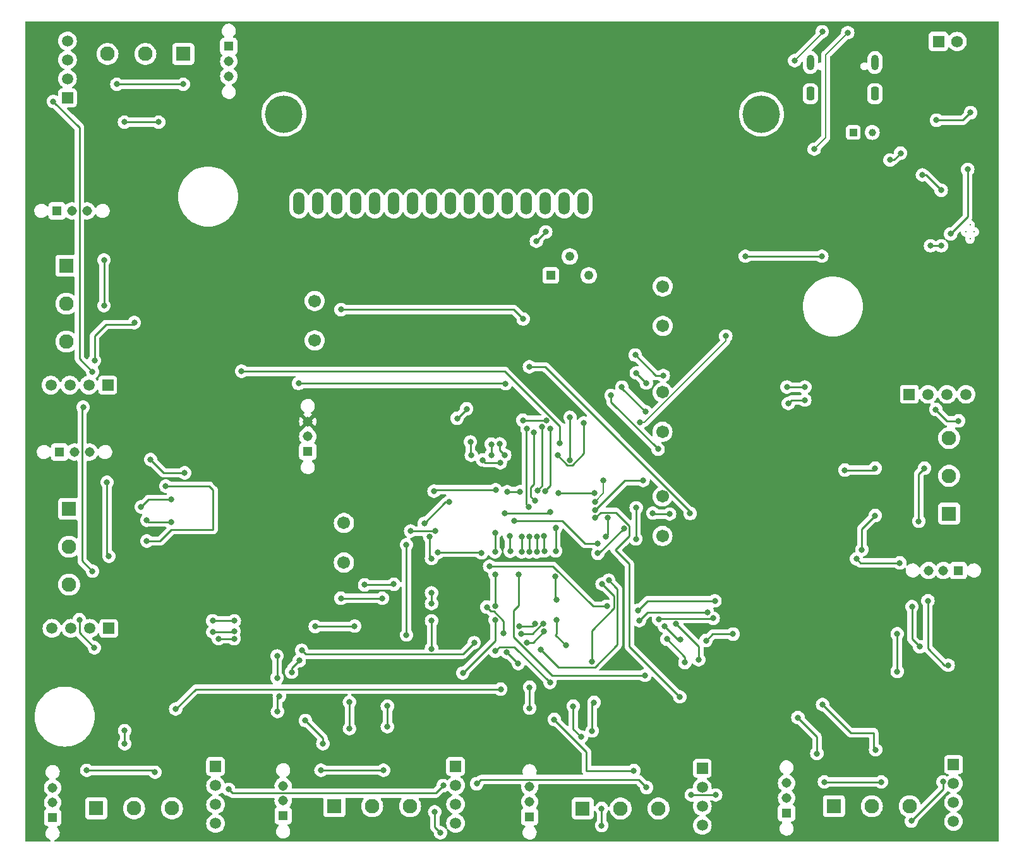
<source format=gbr>
%TF.GenerationSoftware,KiCad,Pcbnew,7.0.7*%
%TF.CreationDate,2024-05-23T09:45:07-07:00*%
%TF.ProjectId,Motor Programmer Rev. 2,4d6f746f-7220-4507-926f-6772616d6d65,rev?*%
%TF.SameCoordinates,Original*%
%TF.FileFunction,Copper,L2,Bot*%
%TF.FilePolarity,Positive*%
%FSLAX46Y46*%
G04 Gerber Fmt 4.6, Leading zero omitted, Abs format (unit mm)*
G04 Created by KiCad (PCBNEW 7.0.7) date 2024-05-23 09:45:07*
%MOMM*%
%LPD*%
G01*
G04 APERTURE LIST*
G04 Aperture macros list*
%AMRoundRect*
0 Rectangle with rounded corners*
0 $1 Rounding radius*
0 $2 $3 $4 $5 $6 $7 $8 $9 X,Y pos of 4 corners*
0 Add a 4 corners polygon primitive as box body*
4,1,4,$2,$3,$4,$5,$6,$7,$8,$9,$2,$3,0*
0 Add four circle primitives for the rounded corners*
1,1,$1+$1,$2,$3*
1,1,$1+$1,$4,$5*
1,1,$1+$1,$6,$7*
1,1,$1+$1,$8,$9*
0 Add four rect primitives between the rounded corners*
20,1,$1+$1,$2,$3,$4,$5,0*
20,1,$1+$1,$4,$5,$6,$7,0*
20,1,$1+$1,$6,$7,$8,$9,0*
20,1,$1+$1,$8,$9,$2,$3,0*%
G04 Aperture macros list end*
%TA.AperFunction,ComponentPad*%
%ADD10R,1.508000X1.508000*%
%TD*%
%TA.AperFunction,ComponentPad*%
%ADD11C,1.508000*%
%TD*%
%TA.AperFunction,ComponentPad*%
%ADD12R,1.950000X1.950000*%
%TD*%
%TA.AperFunction,ComponentPad*%
%ADD13C,1.950000*%
%TD*%
%TA.AperFunction,ComponentPad*%
%ADD14C,1.701800*%
%TD*%
%TA.AperFunction,ComponentPad*%
%ADD15R,1.308000X1.308000*%
%TD*%
%TA.AperFunction,ComponentPad*%
%ADD16C,1.308000*%
%TD*%
%TA.AperFunction,ComponentPad*%
%ADD17R,0.985000X0.985000*%
%TD*%
%TA.AperFunction,ComponentPad*%
%ADD18C,0.985000*%
%TD*%
%TA.AperFunction,ComponentPad*%
%ADD19R,1.222000X1.222000*%
%TD*%
%TA.AperFunction,ComponentPad*%
%ADD20C,1.222000*%
%TD*%
%TA.AperFunction,ComponentPad*%
%ADD21C,0.300000*%
%TD*%
%TA.AperFunction,ComponentPad*%
%ADD22O,1.000000X2.100000*%
%TD*%
%TA.AperFunction,ComponentPad*%
%ADD23RoundRect,0.250000X-0.250000X-0.650000X0.250000X-0.650000X0.250000X0.650000X-0.250000X0.650000X0*%
%TD*%
%TA.AperFunction,ComponentPad*%
%ADD24R,1.575000X1.575000*%
%TD*%
%TA.AperFunction,ComponentPad*%
%ADD25C,1.575000*%
%TD*%
%TA.AperFunction,ComponentPad*%
%ADD26O,1.508000X3.016000*%
%TD*%
%TA.AperFunction,ComponentPad*%
%ADD27C,5.016000*%
%TD*%
%TA.AperFunction,ViaPad*%
%ADD28C,0.800000*%
%TD*%
%TA.AperFunction,Conductor*%
%ADD29C,0.250000*%
%TD*%
%TA.AperFunction,Conductor*%
%ADD30C,0.200000*%
%TD*%
%TA.AperFunction,Conductor*%
%ADD31C,0.254000*%
%TD*%
G04 APERTURE END LIST*
D10*
%TO.P,PS4,1,-VIN*%
%TO.N,GND*%
X82644900Y-44009900D03*
D11*
%TO.P,PS4,2,+VIN*%
%TO.N,+5V*%
X82644900Y-41469900D03*
%TO.P,PS4,3,-VOUT*%
%TO.N,/CAN3/CAN_GND*%
X82644900Y-38929900D03*
%TO.P,PS4,4,+VOUT*%
%TO.N,/CAN3/CAN_VDD*%
X82644900Y-36389900D03*
%TD*%
D12*
%TO.P,J10,1,1*%
%TO.N,/CAN7/CAN_GND*%
X118410600Y-139014200D03*
D13*
%TO.P,J10,2,2*%
%TO.N,/CAN7/CANL*%
X123490600Y-139014200D03*
%TO.P,J10,3,3*%
%TO.N,/CAN7/CANH*%
X128570600Y-139014200D03*
%TD*%
D14*
%TO.P,U7,1,1*%
%TO.N,Net-(U8-IN3)*%
X162394550Y-102770200D03*
%TO.P,U7,6,6*%
%TO.N,GND*%
X162394550Y-97470200D03*
%TD*%
D12*
%TO.P,J11,1,1*%
%TO.N,/CAN8/CAN_GND*%
X151698000Y-139319000D03*
D13*
%TO.P,J11,2,2*%
%TO.N,/CAN8/CANL*%
X156778000Y-139319000D03*
%TO.P,J11,3,3*%
%TO.N,/CAN8/CANH*%
X161858000Y-139319000D03*
%TD*%
D15*
%TO.P,S4,1,1*%
%TO.N,unconnected-(S4-Pad1)*%
X179025800Y-139904700D03*
D16*
%TO.P,S4,2,2*%
%TO.N,Net-(R7-Pad1)*%
X179025800Y-137904700D03*
%TO.P,S4,3,3*%
%TO.N,/CAN4/CANH*%
X179025800Y-135904700D03*
%TD*%
D15*
%TO.P,S2,1,1*%
%TO.N,unconnected-(S2-Pad1)*%
X80654200Y-140520000D03*
D16*
%TO.P,S2,2,2*%
%TO.N,Net-(R6-Pad1)*%
X80654200Y-138520000D03*
%TO.P,S2,3,3*%
%TO.N,/CAN2/CANH*%
X80654200Y-136520000D03*
%TD*%
D17*
%TO.P,J12,01,01*%
%TO.N,Net-(CR2-Pad1)*%
X187967300Y-48648300D03*
D18*
%TO.P,J12,02,02*%
%TO.N,VDD*%
X190507300Y-48648300D03*
%TD*%
D12*
%TO.P,J3,1,1*%
%TO.N,/CAN1/CAN_GND*%
X82502100Y-66538115D03*
D13*
%TO.P,J3,2,2*%
%TO.N,/CAN1/CANL*%
X82502100Y-71618115D03*
%TO.P,J3,3,3*%
%TO.N,/CAN1/CANH*%
X82502100Y-76698115D03*
%TD*%
D15*
%TO.P,S9,1,1*%
%TO.N,unconnected-(S9-Pad1)*%
X144586000Y-140423500D03*
D16*
%TO.P,S9,2,2*%
%TO.N,Net-(R27-Pad1)*%
X144586000Y-138423500D03*
%TO.P,S9,3,3*%
%TO.N,/CAN8/CANH*%
X144586000Y-136423500D03*
%TD*%
D14*
%TO.P,U13,1,1*%
%TO.N,Net-(U8-IN4)*%
X115791850Y-71250000D03*
%TO.P,U13,6,6*%
%TO.N,GND*%
X115791850Y-76550000D03*
%TD*%
D15*
%TO.P,S3,1,1*%
%TO.N,GND*%
X114850000Y-91422500D03*
D16*
%TO.P,S3,2,2*%
%TO.N,Net-(C26-Pad2)*%
X114850000Y-89422500D03*
%TO.P,S3,3,3*%
%TO.N,+3.3V*%
X114850000Y-87422500D03*
%TD*%
D19*
%TO.P,VR1,1*%
%TO.N,+5V*%
X147427800Y-67836800D03*
D20*
%TO.P,VR1,2*%
%TO.N,Net-(J2-VO)*%
X149967800Y-65296800D03*
%TO.P,VR1,3*%
%TO.N,GND*%
X152507800Y-67836800D03*
%TD*%
D10*
%TO.P,PS1,1,-VIN*%
%TO.N,GND*%
X88044600Y-82540115D03*
D11*
%TO.P,PS1,2,+VIN*%
%TO.N,+5V*%
X85504600Y-82540115D03*
%TO.P,PS1,3,-VOUT*%
%TO.N,/CAN1/CAN_GND*%
X82964600Y-82540115D03*
%TO.P,PS1,4,+VOUT*%
%TO.N,/CAN1/CAN_VDD*%
X80424600Y-82540115D03*
%TD*%
D15*
%TO.P,S8,1,1*%
%TO.N,unconnected-(S8-Pad1)*%
X111552600Y-140284200D03*
D16*
%TO.P,S8,2,2*%
%TO.N,Net-(R25-Pad1)*%
X111552600Y-138284200D03*
%TO.P,S8,3,3*%
%TO.N,/CAN7/CANH*%
X111552600Y-136284200D03*
%TD*%
D14*
%TO.P,U5,1,1*%
%TO.N,Net-(U8-IN1)*%
X162439150Y-74608200D03*
%TO.P,U5,6,6*%
%TO.N,GND*%
X162439150Y-69308200D03*
%TD*%
%TO.P,U16,1,1*%
%TO.N,GND*%
X119701850Y-101030000D03*
%TO.P,U16,6,6*%
%TO.N,Net-(C25-Pad1)*%
X119701850Y-106330000D03*
%TD*%
D21*
%TO.P,U12,12*%
%TO.N,N/C*%
X203616800Y-62936800D03*
%TO.P,U12,13*%
X203041800Y-61986800D03*
%TO.P,U12,14*%
X204191800Y-61986800D03*
%TO.P,U12,15*%
X203616800Y-61036800D03*
%TD*%
D22*
%TO.P,J1,SH1*%
%TO.N,N/C*%
X182223800Y-39272800D03*
%TO.P,J1,SH2*%
X190863800Y-39272800D03*
D23*
%TO.P,J1,SH3*%
X182223800Y-43452800D03*
%TO.P,J1,SH4*%
X190863800Y-43452800D03*
%TD*%
D10*
%TO.P,PS7,1,-VIN*%
%TO.N,GND*%
X134666600Y-133680200D03*
D11*
%TO.P,PS7,2,+VIN*%
%TO.N,+5V*%
X134666600Y-136220200D03*
%TO.P,PS7,3,-VOUT*%
%TO.N,/CAN7/CAN_GND*%
X134666600Y-138760200D03*
%TO.P,PS7,4,+VOUT*%
%TO.N,/CAN7/CAN_VDD*%
X134666600Y-141300200D03*
%TD*%
D12*
%TO.P,J5,1,1*%
%TO.N,/CAN2/CAN_GND*%
X86496200Y-139282000D03*
D13*
%TO.P,J5,2,2*%
%TO.N,/CAN2/CANL*%
X91576200Y-139282000D03*
%TO.P,J5,3,3*%
%TO.N,/CAN2/CANH*%
X96656200Y-139282000D03*
%TD*%
D12*
%TO.P,J6,1,1*%
%TO.N,/CAN4/CAN_GND*%
X185375800Y-139008700D03*
D13*
%TO.P,J6,2,2*%
%TO.N,/CAN4/CANL*%
X190455800Y-139008700D03*
%TO.P,J6,3,3*%
%TO.N,/CAN4/CANH*%
X195535800Y-139008700D03*
%TD*%
D10*
%TO.P,PS6,1,-VIN*%
%TO.N,GND*%
X195473800Y-83773800D03*
D11*
%TO.P,PS6,2,+VIN*%
%TO.N,+5V*%
X198013800Y-83773800D03*
%TO.P,PS6,3,-VOUT*%
%TO.N,/CAN6/CAN_GND*%
X200553800Y-83773800D03*
%TO.P,PS6,4,+VOUT*%
%TO.N,/CAN6/CAN_VDD*%
X203093800Y-83773800D03*
%TD*%
D12*
%TO.P,J8,1,1*%
%TO.N,/CAN5/CAN_GND*%
X82861400Y-99136200D03*
D13*
%TO.P,J8,2,2*%
%TO.N,/CAN5/CANL*%
X82861400Y-104216200D03*
%TO.P,J8,3,3*%
%TO.N,/CAN5/CANH*%
X82861400Y-109296200D03*
%TD*%
D10*
%TO.P,PS2,1,-VIN*%
%TO.N,GND*%
X102498200Y-133694000D03*
D11*
%TO.P,PS2,2,+VIN*%
%TO.N,+5V*%
X102498200Y-136234000D03*
%TO.P,PS2,3,-VOUT*%
%TO.N,/CAN2/CAN_GND*%
X102498200Y-138774000D03*
%TO.P,PS2,4,+VOUT*%
%TO.N,/CAN2/CAN_VDD*%
X102498200Y-141314000D03*
%TD*%
D15*
%TO.P,S7,1,1*%
%TO.N,unconnected-(S7-Pad1)*%
X202045800Y-107395800D03*
D16*
%TO.P,S7,2,2*%
%TO.N,Net-(R23-Pad1)*%
X200045800Y-107395800D03*
%TO.P,S7,3,3*%
%TO.N,/CAN6/CANH*%
X198045800Y-107395800D03*
%TD*%
D15*
%TO.P,S5,1,1*%
%TO.N,unconnected-(S5-Pad1)*%
X104262900Y-37111900D03*
D16*
%TO.P,S5,2,2*%
%TO.N,Net-(R8-Pad1)*%
X104262900Y-39111900D03*
%TO.P,S5,3,3*%
%TO.N,/CAN3/CANH*%
X104262900Y-41111900D03*
%TD*%
D24*
%TO.P,J4,1,1*%
%TO.N,VCC*%
X199390000Y-36449000D03*
D25*
%TO.P,J4,2,2*%
%TO.N,GND*%
X201890000Y-36449000D03*
%TD*%
D12*
%TO.P,J9,1,1*%
%TO.N,/CAN6/CAN_GND*%
X200807800Y-99775800D03*
D13*
%TO.P,J9,2,2*%
%TO.N,/CAN6/CANL*%
X200807800Y-94695800D03*
%TO.P,J9,3,3*%
%TO.N,/CAN6/CANH*%
X200807800Y-89615800D03*
%TD*%
D15*
%TO.P,S6,1,1*%
%TO.N,unconnected-(S6-Pad1)*%
X81591400Y-91516200D03*
D16*
%TO.P,S6,2,2*%
%TO.N,Net-(R21-Pad1)*%
X83591400Y-91516200D03*
%TO.P,S6,3,3*%
%TO.N,/CAN5/CANH*%
X85591400Y-91516200D03*
%TD*%
D12*
%TO.P,J7,1,1*%
%TO.N,/CAN3/CAN_GND*%
X98166900Y-38127900D03*
D13*
%TO.P,J7,2,2*%
%TO.N,/CAN3/CANL*%
X93086900Y-38127900D03*
%TO.P,J7,3,3*%
%TO.N,/CAN3/CANH*%
X88006900Y-38127900D03*
%TD*%
D14*
%TO.P,U6,1,1*%
%TO.N,Net-(U8-IN2)*%
X162394550Y-88800200D03*
%TO.P,U6,6,6*%
%TO.N,GND*%
X162394550Y-83500200D03*
%TD*%
D10*
%TO.P,PS8,1,-VIN*%
%TO.N,GND*%
X167728000Y-133945000D03*
D11*
%TO.P,PS8,2,+VIN*%
%TO.N,+5V*%
X167728000Y-136485000D03*
%TO.P,PS8,3,-VOUT*%
%TO.N,/CAN8/CAN_GND*%
X167728000Y-139025000D03*
%TO.P,PS8,4,+VOUT*%
%TO.N,/CAN8/CAN_VDD*%
X167728000Y-141565000D03*
%TD*%
D15*
%TO.P,S1,1,1*%
%TO.N,unconnected-(S1-Pad1)*%
X81254600Y-59172115D03*
D16*
%TO.P,S1,2,2*%
%TO.N,Net-(R3-Pad1)*%
X83254600Y-59172115D03*
%TO.P,S1,3,3*%
%TO.N,/CAN1/CANH*%
X85254600Y-59172115D03*
%TD*%
D10*
%TO.P,PS5,1,-VIN*%
%TO.N,GND*%
X88195400Y-115166200D03*
D11*
%TO.P,PS5,2,+VIN*%
%TO.N,+5V*%
X85655400Y-115166200D03*
%TO.P,PS5,3,-VOUT*%
%TO.N,/CAN5/CAN_GND*%
X83115400Y-115166200D03*
%TO.P,PS5,4,+VOUT*%
%TO.N,/CAN5/CAN_VDD*%
X80575400Y-115166200D03*
%TD*%
D10*
%TO.P,PS3,1,-VIN*%
%TO.N,GND*%
X201405800Y-133426200D03*
D11*
%TO.P,PS3,2,+VIN*%
%TO.N,+5V*%
X201405800Y-135966200D03*
%TO.P,PS3,3,-VOUT*%
%TO.N,/CAN4/CAN_GND*%
X201405800Y-138506200D03*
%TO.P,PS3,4,+VOUT*%
%TO.N,/CAN4/CAN_VDD*%
X201405800Y-141046200D03*
%TD*%
D26*
%TO.P,J2,1,VSS*%
%TO.N,GND*%
X146665800Y-58184800D03*
%TO.P,J2,2,VDD*%
%TO.N,+5V*%
X144125800Y-58184800D03*
%TO.P,J2,3,VO*%
%TO.N,Net-(J2-VO)*%
X141585800Y-58184800D03*
%TO.P,J2,4,RS*%
%TO.N,/LED/RS_H*%
X139045800Y-58184800D03*
%TO.P,J2,5,R/~{W}*%
%TO.N,/LED/RW_H*%
X136505800Y-58184800D03*
%TO.P,J2,6,E*%
%TO.N,/LED/E_H*%
X133965800Y-58184800D03*
%TO.P,J2,7,DB0*%
%TO.N,unconnected-(J2-DB0-Pad7)*%
X131425800Y-58184800D03*
%TO.P,J2,8,DB1*%
%TO.N,unconnected-(J2-DB1-Pad8)*%
X128885800Y-58184800D03*
%TO.P,J2,9,DB2*%
%TO.N,unconnected-(J2-DB2-Pad9)*%
X126345800Y-58184800D03*
%TO.P,J2,10,DB3*%
%TO.N,unconnected-(J2-DB3-Pad10)*%
X123805800Y-58184800D03*
%TO.P,J2,11,DB4*%
%TO.N,/LED/D4H*%
X121265800Y-58184800D03*
%TO.P,J2,12,DB5*%
%TO.N,/LED/D5H*%
X118725800Y-58184800D03*
%TO.P,J2,13,DB6*%
%TO.N,/LED/D6H*%
X116185800Y-58184800D03*
%TO.P,J2,14,DB7*%
%TO.N,/LED/D7H*%
X113645800Y-58184800D03*
%TO.P,J2,15*%
%TO.N,N/C*%
X151745800Y-58184800D03*
%TO.P,J2,16*%
X149205800Y-58184800D03*
D27*
%TO.P,J2,S1,SHIELD*%
%TO.N,GND*%
X175645800Y-46184800D03*
%TO.P,J2,S2,SHIELD__1*%
X111645800Y-46184800D03*
%TD*%
D28*
%TO.N,GND*%
X162500000Y-81250000D03*
X158750000Y-78500000D03*
%TO.N,+5V*%
X200000000Y-135750000D03*
X195750000Y-141000000D03*
X86250000Y-117750000D03*
X173500000Y-65250000D03*
X104250000Y-136750000D03*
X137500000Y-136000000D03*
X84750000Y-85500000D03*
X183750000Y-65250000D03*
X146750000Y-62000000D03*
X86000000Y-80750000D03*
X169531500Y-137500000D03*
X80750000Y-44500000D03*
X160250000Y-136500000D03*
X133000000Y-136250000D03*
X145500000Y-63250000D03*
X166250000Y-137500000D03*
X84250000Y-114000000D03*
X86000000Y-107500000D03*
%TO.N,Net-(U8-IN2)*%
X161810000Y-91130000D03*
X155510000Y-83920000D03*
%TO.N,Net-(U8-IN3)*%
X166100000Y-99750000D03*
X144560000Y-80080000D03*
%TO.N,/CAN1/CAN_GND*%
X86266600Y-79238115D03*
X91600600Y-74158115D03*
%TO.N,/LCD_Int*%
X139446000Y-90468944D03*
X139446000Y-91917944D03*
%TO.N,/SCL*%
X134874000Y-86995000D03*
X140589000Y-90424000D03*
X136144000Y-85725000D03*
X141250000Y-91917944D03*
%TO.N,/SDA*%
X136779000Y-91948000D03*
X138303000Y-92583000D03*
X140658300Y-92945525D03*
X136652000Y-90170000D03*
%TO.N,/Deb_left*%
X143510000Y-104902000D03*
X146277188Y-88093382D03*
X143510000Y-102832700D03*
X145669000Y-96647000D03*
%TO.N,/Deb_right*%
X144526000Y-102832700D03*
X144466800Y-98873800D03*
X144521701Y-104897701D03*
X144240000Y-88400000D03*
%TO.N,/Deb_select*%
X145542000Y-102832700D03*
X145542000Y-104902000D03*
X145116000Y-88881279D03*
X145292299Y-98048299D03*
%TO.N,/D-*%
X180110000Y-39010000D03*
X156960000Y-82810000D03*
X183800000Y-35140800D03*
X159800000Y-95332700D03*
X153338464Y-99335093D03*
X160130000Y-86100000D03*
%TO.N,/D+*%
X187230000Y-35270000D03*
X153320000Y-98200000D03*
X170880000Y-75960000D03*
X159403500Y-87540000D03*
X182730000Y-50890000D03*
X154470000Y-95332700D03*
%TO.N,/CAN2/CAN_GND*%
X90306200Y-128868000D03*
X90306200Y-130646000D03*
%TO.N,/CAN4/CAN_VDD*%
X190963800Y-131434200D03*
X183851800Y-125375700D03*
%TO.N,/CAN4/CAN_GND*%
X180549800Y-127116200D03*
X183089800Y-131942200D03*
%TO.N,/CAN3/CAN_VDD*%
X90292900Y-47271900D03*
X94864900Y-47271900D03*
%TO.N,VCC*%
X192893800Y-52342800D03*
X197235099Y-54351501D03*
X194314099Y-51430501D03*
X199751800Y-56406800D03*
X198320300Y-63854300D03*
X199769300Y-63854300D03*
%TO.N,/CAN5/CAN_VDD*%
X93275400Y-103454200D03*
X95815400Y-96088200D03*
%TO.N,/CAN5/CAN_GND*%
X92513400Y-98882200D03*
X96577400Y-97866200D03*
%TO.N,/CAN6/CAN_VDD*%
X186837800Y-93933800D03*
X190901800Y-93679800D03*
%TO.N,/CAN6/CAN_GND*%
X194203800Y-106379800D03*
X199029800Y-85805800D03*
X202077800Y-87329800D03*
X188388041Y-105830989D03*
%TO.N,/CAN7/CAN_VDD*%
X131872600Y-139776200D03*
X125522600Y-128346200D03*
X125522600Y-125589700D03*
X132634600Y-142570200D03*
%TO.N,/CAN7/CAN_GND*%
X114539301Y-127522901D03*
X116886600Y-130632200D03*
%TO.N,/CAN8/CAN_VDD*%
X147888000Y-127381000D03*
X158556000Y-134239000D03*
%TO.N,/CAN8/CAN_GND*%
X150428000Y-125603000D03*
X151504486Y-129727486D03*
X154238000Y-139319000D03*
X154238000Y-141605000D03*
%TO.N,Net-(CR1-Pad2)*%
X199116800Y-47008800D03*
X203688800Y-45992800D03*
%TO.N,/CAN1/CANL*%
X87536600Y-71872115D03*
X87536600Y-65776115D03*
%TO.N,/CAN2/CANH*%
X94370200Y-134456000D03*
X85226200Y-134202000D03*
%TO.N,/CAN4/CANH*%
X191725800Y-135752200D03*
X184105800Y-135752200D03*
%TO.N,/CAN3/CANH*%
X98166900Y-42191900D03*
X89276900Y-42191900D03*
%TO.N,/CAN5/CANL*%
X93275400Y-100660200D03*
X96577400Y-100914200D03*
%TO.N,/CAN5/CANH*%
X87941400Y-95580200D03*
X88195400Y-105486200D03*
%TO.N,/CAN6/CANL*%
X189123800Y-104601800D03*
X190901800Y-100029800D03*
%TO.N,/CAN6/CANH*%
X197505800Y-93679800D03*
X196743800Y-100791800D03*
%TO.N,/CAN7/CANL*%
X120442600Y-128600200D03*
X120442600Y-125044200D03*
%TO.N,/CAN7/CANH*%
X116632600Y-134188200D03*
X125014600Y-134188200D03*
%TO.N,/CAN8/CANL*%
X152968000Y-128905000D03*
X153222000Y-125095000D03*
%TO.N,Net-(U12-L)*%
X203303501Y-53608501D03*
X201021800Y-62248800D03*
%TO.N,Net-(U19-~{RESET})*%
X93783400Y-92532200D03*
X98355400Y-94310200D03*
%TO.N,Net-(U15B-NRST)*%
X131953000Y-102108000D03*
X128651000Y-102108000D03*
%TO.N,Net-(U15B-PF11-BOOT0)*%
X131780000Y-96760000D03*
X140040000Y-96580000D03*
%TO.N,Net-(U23-~{RESET})*%
X111044600Y-124282200D03*
X110790600Y-126314200D03*
%TO.N,Net-(U25-~{RESET})*%
X144586000Y-125857000D03*
X144586000Y-123063000D03*
%TO.N,/CAN1_RX*%
X113620000Y-82310000D03*
X151880000Y-87610000D03*
X141360000Y-82340000D03*
X148340000Y-91970000D03*
%TO.N,/CAN1_TX*%
X148660000Y-90340000D03*
X105990000Y-80680000D03*
%TO.N,/CAN2_RX*%
X154305000Y-109220000D03*
X110744000Y-121793000D03*
X152908000Y-119634000D03*
X110744000Y-118872000D03*
X114046000Y-118110000D03*
X139985281Y-118224842D03*
X137160000Y-117094000D03*
X147320000Y-122428000D03*
%TO.N,/CAN2_TX*%
X146050000Y-117983000D03*
X97155000Y-125984000D03*
X155194000Y-108712000D03*
X140716000Y-123317000D03*
%TO.N,Net-(U8-IN4)*%
X119310000Y-72410000D03*
X143730000Y-73670000D03*
%TO.N,/Deb_back*%
X146536454Y-102732360D03*
X146558000Y-104781700D03*
X147320000Y-88380000D03*
X146812000Y-87249000D03*
X146685000Y-96774000D03*
X143684300Y-87249000D03*
%TO.N,/SPI1_MOSI*%
X153290000Y-97050000D03*
X158870000Y-98985500D03*
X196874722Y-117625962D03*
X148450000Y-97040000D03*
X195840000Y-112255500D03*
X158840000Y-103160000D03*
%TO.N,/SPI6_MISO*%
X153705158Y-103764842D03*
X167259000Y-119380000D03*
X164211000Y-114554000D03*
X142494000Y-100711000D03*
%TO.N,/SPI6_SCK*%
X141600000Y-96850000D03*
X141990000Y-104810000D03*
X141900000Y-102750000D03*
X143320000Y-96830000D03*
X143100000Y-107970000D03*
X160040000Y-121470000D03*
%TO.N,/CAN3_TX*%
X150000000Y-86860000D03*
X149987000Y-92583000D03*
%TO.N,/SPI4_SCK*%
X131445000Y-114134300D03*
X131445000Y-117894700D03*
X131191000Y-102832700D03*
X131445000Y-105791000D03*
X131445000Y-111849500D03*
X131445000Y-110400500D03*
%TO.N,/SPI3_SCK*%
X160227241Y-82249241D03*
X158884445Y-80906444D03*
%TO.N,/SPI4_MISO*%
X139954000Y-104902000D03*
X135636000Y-121158000D03*
X139954000Y-114046000D03*
X139954000Y-112141000D03*
X139954000Y-102362000D03*
X139954000Y-107950000D03*
%TO.N,/SPI4_MOSI*%
X130466500Y-101092000D03*
X128070000Y-103950000D03*
X128070000Y-116050000D03*
X143060000Y-119870000D03*
X133780000Y-98240000D03*
X141540000Y-118360000D03*
%TO.N,/CAN3_RX*%
X147320000Y-99568000D03*
X141224000Y-99695000D03*
%TO.N,/INT6*%
X153400000Y-100332700D03*
X164720000Y-124350000D03*
%TO.N,/INT4*%
X148160000Y-114040000D03*
X148080000Y-104781700D03*
X148080000Y-101710000D03*
X148158300Y-111360000D03*
X148050000Y-108180000D03*
X149430000Y-117420000D03*
%TO.N,/CS4*%
X146481800Y-115595400D03*
X144195800Y-117043200D03*
%TO.N,/INT3*%
X163340000Y-99830000D03*
X154836151Y-102825549D03*
X181470000Y-84540000D03*
X155090000Y-100332700D03*
X161090000Y-99710000D03*
X179260000Y-85000000D03*
%TO.N,/CS3*%
X181483000Y-82804000D03*
X179070000Y-82804000D03*
X157226000Y-101727000D03*
X153729200Y-105096800D03*
%TO.N,/INT2*%
X105003600Y-114147600D03*
X119303800Y-111125000D03*
X124841000Y-111125000D03*
X102108000Y-114147600D03*
%TO.N,/SPI2_MOSI*%
X112699800Y-121028700D03*
X113715800Y-119481600D03*
%TO.N,/CS2*%
X102895400Y-116535200D03*
X132308600Y-104978200D03*
X138150600Y-105029000D03*
X126394699Y-109249699D03*
X122478800Y-109321600D03*
X104978200Y-116535200D03*
%TO.N,/INT1*%
X168410000Y-112980000D03*
X159300000Y-114110000D03*
%TO.N,/CS1*%
X169190000Y-113820000D03*
X161900000Y-113980000D03*
%TO.N,/SPI1_SCK*%
X143440000Y-115880000D03*
X168240000Y-116800000D03*
X146430000Y-114570000D03*
X171860000Y-115930000D03*
X164780000Y-116640000D03*
X193850000Y-115900000D03*
X193850000Y-120940000D03*
X138850000Y-112300000D03*
X162647519Y-114851146D03*
X141110000Y-115820000D03*
%TO.N,/SPI1_MISO*%
X169430000Y-111470000D03*
X197970000Y-111460000D03*
X154931041Y-112208959D03*
X159100000Y-112760000D03*
X139229500Y-106830000D03*
X200680000Y-120110000D03*
%TO.N,/SPI2_SCK*%
X143175742Y-114862858D03*
X102133400Y-115646200D03*
X115857800Y-114918000D03*
X121132600Y-114858800D03*
X145313400Y-114503200D03*
X104978200Y-115535697D03*
%TO.N,/SPI6_MOSI*%
X162991800Y-116611400D03*
X165404800Y-119735600D03*
%TD*%
D29*
%TO.N,GND*%
X158750000Y-78500000D02*
X161500000Y-81250000D01*
X161500000Y-81250000D02*
X162500000Y-81250000D01*
%TO.N,+5V*%
X169531500Y-137500000D02*
X166250000Y-137500000D01*
X104763200Y-137263200D02*
X104250000Y-136750000D01*
X84250000Y-48000000D02*
X80750000Y-44500000D01*
X159194500Y-135444500D02*
X138055500Y-135444500D01*
X84612400Y-106112400D02*
X84612400Y-85637600D01*
X145500000Y-63250000D02*
X146750000Y-62000000D01*
X160250000Y-136500000D02*
X159194500Y-135444500D01*
X86000000Y-107500000D02*
X84612400Y-106112400D01*
X138055500Y-135444500D02*
X137500000Y-136000000D01*
X131986800Y-137263200D02*
X104763200Y-137263200D01*
X84612400Y-85637600D02*
X84750000Y-85500000D01*
X84250000Y-79000000D02*
X84250000Y-48000000D01*
X84250000Y-115750000D02*
X84250000Y-114000000D01*
X86000000Y-80750000D02*
X84250000Y-79000000D01*
X200000000Y-136750000D02*
X195750000Y-141000000D01*
X200000000Y-135750000D02*
X200000000Y-136750000D01*
X86250000Y-117750000D02*
X84250000Y-115750000D01*
X133000000Y-136250000D02*
X131986800Y-137263200D01*
X173500000Y-65250000D02*
X183750000Y-65250000D01*
%TO.N,Net-(U8-IN2)*%
X155510000Y-84830000D02*
X161810000Y-91130000D01*
X155510000Y-83920000D02*
X155510000Y-84830000D01*
%TO.N,Net-(U8-IN3)*%
X146667324Y-80080000D02*
X144560000Y-80080000D01*
X166100000Y-99750000D02*
X166100000Y-99512676D01*
X166100000Y-99512676D02*
X146667324Y-80080000D01*
%TO.N,/CAN1/CAN_GND*%
X86266600Y-75936115D02*
X87790600Y-74412115D01*
X87790600Y-74412115D02*
X91346600Y-74412115D01*
X86266600Y-79238115D02*
X86266600Y-75936115D01*
X91346600Y-74412115D02*
X91600600Y-74158115D01*
%TO.N,/LCD_Int*%
X139446000Y-90468944D02*
X139446000Y-91917944D01*
%TO.N,/SCL*%
X140589000Y-91256944D02*
X140589000Y-90424000D01*
X134874000Y-86995000D02*
X136144000Y-85725000D01*
X141250000Y-91917944D02*
X140589000Y-91256944D01*
%TO.N,/SDA*%
X138665525Y-92945525D02*
X140658300Y-92945525D01*
X138303000Y-92583000D02*
X138665525Y-92945525D01*
X136652000Y-90170000D02*
X136652000Y-91821000D01*
X136652000Y-91821000D02*
X136779000Y-91948000D01*
%TO.N,/Deb_left*%
X146290000Y-88106194D02*
X146290000Y-96026000D01*
X143510000Y-102832700D02*
X143510000Y-104902000D01*
X146290000Y-96026000D02*
X145669000Y-96647000D01*
X146277188Y-88093382D02*
X146290000Y-88106194D01*
%TO.N,/Deb_right*%
X144526000Y-104893402D02*
X144521701Y-104897701D01*
X144526000Y-102832700D02*
X144526000Y-104893402D01*
X144145000Y-98552000D02*
X144466800Y-98873800D01*
X144240000Y-88400000D02*
X144145000Y-88495000D01*
X144145000Y-88495000D02*
X144145000Y-98552000D01*
%TO.N,/Deb_select*%
X145542000Y-102832700D02*
X145542000Y-104902000D01*
X145161000Y-88926279D02*
X145161000Y-95842590D01*
X144750313Y-96253277D02*
X144750313Y-97506313D01*
X144750313Y-97506313D02*
X145292299Y-98048299D01*
X145116000Y-88881279D02*
X145161000Y-88926279D01*
X145161000Y-95842590D02*
X144750313Y-96253277D01*
D30*
%TO.N,/D-*%
X183800000Y-35140800D02*
X183800000Y-35320000D01*
D31*
X156960000Y-82930000D02*
X156960000Y-82810000D01*
X157340857Y-95332700D02*
X159800000Y-95332700D01*
X160130000Y-86100000D02*
X156960000Y-82930000D01*
X153338464Y-99335093D02*
X157340857Y-95332700D01*
D30*
X183800000Y-35320000D02*
X180110000Y-39010000D01*
%TO.N,/D+*%
X154470000Y-97050000D02*
X154470000Y-95332700D01*
X153320000Y-98200000D02*
X154470000Y-97050000D01*
X159403500Y-87540000D02*
X159982369Y-87540000D01*
X184278800Y-49341200D02*
X184278800Y-38221200D01*
X159982369Y-87540000D02*
X170880000Y-76642369D01*
X170880000Y-76642369D02*
X170880000Y-75960000D01*
X184278800Y-38221200D02*
X187230000Y-35270000D01*
X182730000Y-50890000D02*
X184278800Y-49341200D01*
D29*
%TO.N,/CAN2/CAN_GND*%
X90306200Y-128868000D02*
X90306200Y-130646000D01*
%TO.N,/CAN4/CAN_VDD*%
X187624300Y-129148200D02*
X190709800Y-129148200D01*
X183851800Y-125375700D02*
X187624300Y-129148200D01*
X190709800Y-131180200D02*
X190963800Y-131434200D01*
X190709800Y-129148200D02*
X190709800Y-131180200D01*
%TO.N,/CAN4/CAN_GND*%
X183089800Y-129656200D02*
X183089800Y-131942200D01*
X180549800Y-127116200D02*
X183089800Y-129656200D01*
%TO.N,/CAN3/CAN_VDD*%
X94864900Y-47271900D02*
X90292900Y-47271900D01*
%TO.N,VCC*%
X192893800Y-52342800D02*
X193401800Y-52342800D01*
X199751800Y-56406800D02*
X197696501Y-54351501D01*
X197696501Y-54351501D02*
X197235099Y-54351501D01*
X199769300Y-63854300D02*
X198320300Y-63854300D01*
X193401800Y-52342800D02*
X194314099Y-51430501D01*
%TO.N,/CAN5/CAN_VDD*%
X102165400Y-96596200D02*
X101657400Y-96088200D01*
X95062705Y-103454200D02*
X96586705Y-101930200D01*
X96586705Y-101930200D02*
X98101400Y-101930200D01*
X98101400Y-101930200D02*
X102165400Y-101930200D01*
X102165400Y-101930200D02*
X102165400Y-96596200D01*
X93275400Y-103454200D02*
X95062705Y-103454200D01*
X101657400Y-96088200D02*
X95815400Y-96088200D01*
%TO.N,/CAN5/CAN_GND*%
X96577400Y-97866200D02*
X93529400Y-97866200D01*
X93529400Y-97866200D02*
X92513400Y-98882200D01*
%TO.N,/CAN6/CAN_VDD*%
X190647800Y-93933800D02*
X190901800Y-93679800D01*
X186837800Y-93933800D02*
X190647800Y-93933800D01*
%TO.N,/CAN6/CAN_GND*%
X188388041Y-105830989D02*
X188936852Y-106379800D01*
X188936852Y-106379800D02*
X194203800Y-106379800D01*
X200553800Y-87329800D02*
X202077800Y-87329800D01*
X199029800Y-85805800D02*
X200553800Y-87329800D01*
%TO.N,/CAN7/CAN_VDD*%
X125522600Y-125589700D02*
X125522600Y-128346200D01*
X131872600Y-141808200D02*
X132634600Y-142570200D01*
X131872600Y-139776200D02*
X131872600Y-141808200D01*
%TO.N,/CAN7/CAN_GND*%
X114539301Y-127522901D02*
X116886600Y-129870200D01*
X116886600Y-129870200D02*
X116886600Y-130632200D01*
%TO.N,/CAN8/CAN_VDD*%
X152206000Y-134239000D02*
X158556000Y-134239000D01*
X147888000Y-127381000D02*
X152206000Y-131699000D01*
X152206000Y-131699000D02*
X152206000Y-134239000D01*
%TO.N,/CAN8/CAN_GND*%
X151504486Y-129727486D02*
X150428000Y-128651000D01*
X150428000Y-128651000D02*
X150428000Y-125603000D01*
X154238000Y-139319000D02*
X154238000Y-141605000D01*
%TO.N,Net-(CR1-Pad2)*%
X202672800Y-47008800D02*
X203688800Y-45992800D01*
X199116800Y-47008800D02*
X202672800Y-47008800D01*
%TO.N,/CAN1/CANL*%
X87536600Y-65776115D02*
X87536600Y-71872115D01*
%TO.N,/CAN2/CANH*%
X94116200Y-134202000D02*
X94370200Y-134456000D01*
X85226200Y-134202000D02*
X94116200Y-134202000D01*
%TO.N,/CAN4/CANH*%
X184105800Y-135752200D02*
X191725800Y-135752200D01*
%TO.N,/CAN3/CANH*%
X98166900Y-42191900D02*
X89276900Y-42191900D01*
%TO.N,/CAN5/CANL*%
X93529400Y-100914200D02*
X93275400Y-100660200D01*
X96577400Y-100914200D02*
X93529400Y-100914200D01*
%TO.N,/CAN5/CANH*%
X87941400Y-105232200D02*
X88195400Y-105486200D01*
X87941400Y-95580200D02*
X87941400Y-105232200D01*
%TO.N,/CAN6/CANL*%
X189123800Y-101807800D02*
X190901800Y-100029800D01*
X189123800Y-104601800D02*
X189123800Y-101807800D01*
%TO.N,/CAN6/CANH*%
X196743800Y-94441800D02*
X197505800Y-93679800D01*
X196743800Y-100791800D02*
X196743800Y-94441800D01*
%TO.N,/CAN7/CANL*%
X120442600Y-125044200D02*
X120442600Y-128600200D01*
%TO.N,/CAN7/CANH*%
X116632600Y-134188200D02*
X125014600Y-134188200D01*
%TO.N,/CAN8/CANL*%
X153222000Y-125095000D02*
X152968000Y-125349000D01*
X152968000Y-125349000D02*
X152968000Y-128905000D01*
%TO.N,Net-(U12-L)*%
X203303501Y-59967099D02*
X203303501Y-53608501D01*
X201021800Y-62248800D02*
X203303501Y-59967099D01*
%TO.N,Net-(U19-~{RESET})*%
X95561400Y-94310200D02*
X98355400Y-94310200D01*
X93783400Y-92532200D02*
X95561400Y-94310200D01*
%TO.N,Net-(U15B-NRST)*%
X131953000Y-102108000D02*
X128651000Y-102108000D01*
%TO.N,Net-(U15B-PF11-BOOT0)*%
X140040000Y-96580000D02*
X131960000Y-96580000D01*
X131960000Y-96580000D02*
X131780000Y-96760000D01*
%TO.N,Net-(U23-~{RESET})*%
X110790600Y-124536200D02*
X111044600Y-124282200D01*
X110790600Y-126314200D02*
X110790600Y-124536200D01*
%TO.N,Net-(U25-~{RESET})*%
X144586000Y-125857000D02*
X144586000Y-123063000D01*
%TO.N,/CAN1_RX*%
X149678000Y-93308000D02*
X148340000Y-91970000D01*
X113620000Y-82310000D02*
X141330000Y-82310000D01*
X151880000Y-91715305D02*
X150287305Y-93308000D01*
X151880000Y-87610000D02*
X151880000Y-91715305D01*
X141330000Y-82310000D02*
X141360000Y-82340000D01*
X150287305Y-93308000D02*
X149678000Y-93308000D01*
%TO.N,/CAN1_TX*%
X148660000Y-90340000D02*
X148660000Y-88071695D01*
X105990000Y-80690000D02*
X105990000Y-80680000D01*
X148660000Y-88071695D02*
X141278305Y-80690000D01*
X141278305Y-80690000D02*
X105990000Y-80690000D01*
%TO.N,/CAN2_RX*%
X155915000Y-112436000D02*
X155915000Y-110830000D01*
X142527000Y-117635000D02*
X147320000Y-122428000D01*
X152908000Y-115443000D02*
X155915000Y-112436000D01*
X135634300Y-118619700D02*
X137160000Y-117094000D01*
X155915000Y-110830000D02*
X154305000Y-109220000D01*
X114046000Y-118110000D02*
X114555700Y-118619700D01*
X152908000Y-119634000D02*
X152908000Y-115443000D01*
X139985281Y-118224842D02*
X140575123Y-117635000D01*
X110744000Y-121793000D02*
X110744000Y-118872000D01*
X140575123Y-117635000D02*
X142527000Y-117635000D01*
X114555700Y-118619700D02*
X135634300Y-118619700D01*
%TO.N,/CAN2_TX*%
X155194000Y-108712000D02*
X156083000Y-109601000D01*
X156365000Y-117320000D02*
X153326000Y-120359000D01*
X153326000Y-120359000D02*
X148426000Y-120359000D01*
X156365000Y-109883000D02*
X156365000Y-113185000D01*
X156083000Y-109601000D02*
X156365000Y-109883000D01*
X140716000Y-123317000D02*
X99822000Y-123317000D01*
X99822000Y-123317000D02*
X97155000Y-125984000D01*
X148426000Y-120359000D02*
X146050000Y-117983000D01*
X156365000Y-113185000D02*
X156365000Y-117320000D01*
%TO.N,Net-(U8-IN4)*%
X119310000Y-72410000D02*
X142470000Y-72410000D01*
X142470000Y-72410000D02*
X143730000Y-73670000D01*
%TO.N,/Deb_back*%
X146536454Y-104760154D02*
X146558000Y-104781700D01*
X146536454Y-102732360D02*
X146536454Y-104760154D01*
X147320000Y-96012000D02*
X146558000Y-96774000D01*
X147320000Y-88380000D02*
X147320000Y-96012000D01*
X143684300Y-87249000D02*
X146812000Y-87249000D01*
%TO.N,/SPI1_MOSI*%
X153290000Y-97050000D02*
X153280000Y-97040000D01*
X195840000Y-116591240D02*
X195840000Y-112255500D01*
X196874722Y-117625962D02*
X195840000Y-116591240D01*
X153280000Y-97040000D02*
X148450000Y-97040000D01*
X158870000Y-103130000D02*
X158840000Y-103160000D01*
X158870000Y-98985500D02*
X158870000Y-103130000D01*
%TO.N,/SPI6_MISO*%
X167259000Y-119380000D02*
X167259000Y-117602000D01*
X148971000Y-100711000D02*
X142494000Y-100711000D01*
X167259000Y-117602000D02*
X164211000Y-114554000D01*
X152024842Y-103764842D02*
X148971000Y-100711000D01*
X153705158Y-103764842D02*
X152024842Y-103764842D01*
%TO.N,/SPI6_SCK*%
X143320000Y-96830000D02*
X141620000Y-96830000D01*
X142450742Y-116323447D02*
X142450742Y-112769258D01*
X142450742Y-112769258D02*
X143110000Y-112110000D01*
X141900000Y-102750000D02*
X141900000Y-104720000D01*
X141900000Y-104720000D02*
X141990000Y-104810000D01*
X141620000Y-96830000D02*
X141600000Y-96850000D01*
X160040000Y-121470000D02*
X147597295Y-121470000D01*
X147597295Y-121470000D02*
X142450742Y-116323447D01*
X143100000Y-112100000D02*
X143110000Y-112110000D01*
X143100000Y-107970000D02*
X143100000Y-112100000D01*
%TO.N,/CAN3_TX*%
X150000000Y-86860000D02*
X149987000Y-86873000D01*
X149987000Y-86873000D02*
X149987000Y-92583000D01*
%TO.N,/SPI4_SCK*%
X131191000Y-105537000D02*
X131445000Y-105791000D01*
X131191000Y-102832700D02*
X131191000Y-105537000D01*
X131445000Y-114134300D02*
X131445000Y-115583300D01*
X131445000Y-115583300D02*
X131445000Y-117894700D01*
X131445000Y-110400500D02*
X131445000Y-111849500D01*
%TO.N,/SPI3_SCK*%
X158884445Y-80906444D02*
X158884445Y-80906445D01*
X158884445Y-80906445D02*
X160227241Y-82249241D01*
%TO.N,/SPI4_MISO*%
X139954000Y-116840000D02*
X135636000Y-121158000D01*
X139954000Y-107950000D02*
X139954000Y-112141000D01*
X139954000Y-114046000D02*
X139954000Y-116840000D01*
X139954000Y-102362000D02*
X139954000Y-104902000D01*
%TO.N,/SPI4_MOSI*%
X128070000Y-116050000D02*
X128070000Y-103950000D01*
X143050000Y-119870000D02*
X141540000Y-118360000D01*
X133318500Y-98240000D02*
X130466500Y-101092000D01*
X143060000Y-119870000D02*
X143050000Y-119870000D01*
X133780000Y-98240000D02*
X133318500Y-98240000D01*
%TO.N,/CAN3_RX*%
X141224000Y-99695000D02*
X147193000Y-99695000D01*
X147193000Y-99695000D02*
X147320000Y-99568000D01*
%TO.N,/INT6*%
X157951000Y-117581000D02*
X157951000Y-106541000D01*
X154132700Y-99600000D02*
X153400000Y-100332700D01*
X157951000Y-102739000D02*
X157951000Y-101426695D01*
X157951000Y-101426695D02*
X156124305Y-99600000D01*
X157951000Y-106541000D02*
X156050000Y-104640000D01*
X156050000Y-104640000D02*
X157951000Y-102739000D01*
X156124305Y-99600000D02*
X154132700Y-99600000D01*
X164720000Y-124350000D02*
X157951000Y-117581000D01*
%TO.N,/INT4*%
X148050000Y-108180000D02*
X148050000Y-111251700D01*
X148160000Y-115930000D02*
X148050000Y-116040000D01*
X148080000Y-101710000D02*
X148080000Y-104781700D01*
X148050000Y-111251700D02*
X148158300Y-111360000D01*
X147830000Y-101960000D02*
X148080000Y-101710000D01*
X148160000Y-114040000D02*
X148160000Y-115930000D01*
X148050000Y-116040000D02*
X149430000Y-117420000D01*
%TO.N,/CS4*%
X145034000Y-117043200D02*
X146481800Y-115595400D01*
X144195800Y-117043200D02*
X145034000Y-117043200D01*
%TO.N,/INT3*%
X155090000Y-100332700D02*
X155090000Y-102571700D01*
X155090000Y-102571700D02*
X154836151Y-102825549D01*
X163340000Y-99830000D02*
X161210000Y-99830000D01*
X161210000Y-99830000D02*
X161090000Y-99710000D01*
X179720000Y-84540000D02*
X179260000Y-85000000D01*
X181470000Y-84540000D02*
X179720000Y-84540000D01*
%TO.N,/CS3*%
X181483000Y-82804000D02*
X179070000Y-82804000D01*
X157226000Y-101727000D02*
X153856200Y-105096800D01*
X153856200Y-105096800D02*
X153729200Y-105096800D01*
%TO.N,/INT2*%
X102108000Y-114147600D02*
X105003600Y-114147600D01*
X119303800Y-111125000D02*
X124841000Y-111125000D01*
%TO.N,/SPI2_MOSI*%
X112699800Y-121028700D02*
X112699800Y-120497600D01*
X112699800Y-120497600D02*
X113715800Y-119481600D01*
%TO.N,/CS2*%
X122478800Y-109321600D02*
X126322798Y-109321600D01*
X132308600Y-104978200D02*
X138099800Y-104978200D01*
X126322798Y-109321600D02*
X126394699Y-109249699D01*
X138099800Y-104978200D02*
X138150600Y-105029000D01*
X102895400Y-116535200D02*
X104978200Y-116535200D01*
%TO.N,/INT1*%
X159300000Y-114110000D02*
X160430000Y-112980000D01*
X160430000Y-112980000D02*
X168410000Y-112980000D01*
%TO.N,/CS1*%
X169181000Y-113829000D02*
X169190000Y-113820000D01*
X162051000Y-113829000D02*
X169181000Y-113829000D01*
X161900000Y-113980000D02*
X162051000Y-113829000D01*
%TO.N,/SPI1_SCK*%
X193850000Y-120940000D02*
X193850000Y-115900000D01*
X141110000Y-115820000D02*
X141110000Y-114176695D01*
X164436373Y-116640000D02*
X162647519Y-114851146D01*
X146271905Y-114570000D02*
X144961905Y-115880000D01*
X171860000Y-115930000D02*
X169110000Y-115930000D01*
X144961905Y-115880000D02*
X143440000Y-115880000D01*
X146430000Y-114570000D02*
X146271905Y-114570000D01*
X139416000Y-112866000D02*
X138850000Y-112300000D01*
X141110000Y-114176695D02*
X139799305Y-112866000D01*
X139799305Y-112866000D02*
X139416000Y-112866000D01*
X169110000Y-115930000D02*
X168240000Y-116800000D01*
X164780000Y-116640000D02*
X164436373Y-116640000D01*
%TO.N,/SPI1_MISO*%
X147725305Y-106830000D02*
X153105305Y-112210000D01*
X197970000Y-117855305D02*
X197970000Y-111460000D01*
X200680000Y-120110000D02*
X200224695Y-120110000D01*
X153130000Y-112210000D02*
X154930000Y-112210000D01*
X139229500Y-106830000D02*
X147725305Y-106830000D01*
X160390000Y-111470000D02*
X169430000Y-111470000D01*
X154930000Y-112210000D02*
X154931041Y-112208959D01*
X153105305Y-112210000D02*
X153130000Y-112210000D01*
X200224695Y-120110000D02*
X197970000Y-117855305D01*
X159100000Y-112760000D02*
X160390000Y-111470000D01*
%TO.N,/SPI2_SCK*%
X104867697Y-115646200D02*
X104978200Y-115535697D01*
X121073400Y-114918000D02*
X121132600Y-114858800D01*
X144953742Y-114862858D02*
X145313400Y-114503200D01*
X115857800Y-114918000D02*
X121073400Y-114918000D01*
X102133400Y-115646200D02*
X104867697Y-115646200D01*
X143175742Y-114862858D02*
X144953742Y-114862858D01*
%TO.N,/SPI6_MOSI*%
X165404800Y-119735600D02*
X165404800Y-119024400D01*
X165404800Y-119024400D02*
X162991800Y-116611400D01*
%TD*%
%TA.AperFunction,Conductor*%
%TO.N,+3.3V*%
G36*
X207442539Y-33770185D02*
G01*
X207488294Y-33822989D01*
X207499500Y-33874500D01*
X207499500Y-143625500D01*
X207479815Y-143692539D01*
X207427011Y-143738294D01*
X207375500Y-143749500D01*
X81038727Y-143749500D01*
X80971688Y-143729815D01*
X80925933Y-143677011D01*
X80915989Y-143607853D01*
X80945014Y-143544297D01*
X81001606Y-143507187D01*
X81030959Y-143497977D01*
X81030960Y-143497976D01*
X81030968Y-143497974D01*
X81199991Y-143404159D01*
X81346668Y-143278240D01*
X81464996Y-143125373D01*
X81550130Y-142951816D01*
X81598585Y-142764674D01*
X81608376Y-142571610D01*
X81579103Y-142380526D01*
X81511964Y-142199247D01*
X81509094Y-142194642D01*
X81409711Y-142035196D01*
X81409710Y-142035195D01*
X81409709Y-142035193D01*
X81276523Y-141895081D01*
X81276522Y-141895080D01*
X81276519Y-141895077D01*
X81273617Y-141892586D01*
X81272466Y-141890814D01*
X81272190Y-141890523D01*
X81272244Y-141890471D01*
X81235572Y-141833983D01*
X81235249Y-141764114D01*
X81272751Y-141705162D01*
X81336172Y-141675844D01*
X81354386Y-141674499D01*
X81356071Y-141674499D01*
X81356072Y-141674499D01*
X81415683Y-141668091D01*
X81550531Y-141617796D01*
X81665746Y-141531546D01*
X81751996Y-141416331D01*
X81790162Y-141314002D01*
X101238908Y-141314002D01*
X101258038Y-141532668D01*
X101258039Y-141532675D01*
X101262443Y-141549109D01*
X101314853Y-141744703D01*
X101314854Y-141744706D01*
X101314855Y-141744708D01*
X101407619Y-141943642D01*
X101407623Y-141943650D01*
X101533522Y-142123452D01*
X101533527Y-142123458D01*
X101688741Y-142278672D01*
X101688747Y-142278677D01*
X101868549Y-142404576D01*
X101868551Y-142404577D01*
X101868554Y-142404579D01*
X102067497Y-142497347D01*
X102279526Y-142554161D01*
X102435721Y-142567825D01*
X102498198Y-142573292D01*
X102498200Y-142573292D01*
X102498202Y-142573292D01*
X102552868Y-142568509D01*
X102716874Y-142554161D01*
X102928903Y-142497347D01*
X103127846Y-142404579D01*
X103307657Y-142278674D01*
X103462874Y-142123457D01*
X103588779Y-141943646D01*
X103681547Y-141744703D01*
X103738361Y-141532674D01*
X103754652Y-141346459D01*
X103757492Y-141314002D01*
X103757492Y-141313997D01*
X103746205Y-141184982D01*
X103738361Y-141095326D01*
X103681547Y-140883297D01*
X103588779Y-140684354D01*
X103588777Y-140684351D01*
X103588776Y-140684349D01*
X103462877Y-140504547D01*
X103462872Y-140504541D01*
X103307658Y-140349327D01*
X103307652Y-140349322D01*
X103127850Y-140223423D01*
X103127842Y-140223419D01*
X102984079Y-140156382D01*
X102931639Y-140110210D01*
X102912487Y-140043017D01*
X102932702Y-139976136D01*
X102984079Y-139931618D01*
X103001321Y-139923578D01*
X103127846Y-139864579D01*
X103307657Y-139738674D01*
X103462874Y-139583457D01*
X103588779Y-139403646D01*
X103681547Y-139204703D01*
X103738361Y-138992674D01*
X103754613Y-138806904D01*
X103757492Y-138774002D01*
X103757492Y-138773997D01*
X103749312Y-138680496D01*
X103738361Y-138555326D01*
X103681547Y-138343297D01*
X103588779Y-138144354D01*
X103588777Y-138144351D01*
X103588776Y-138144349D01*
X103462877Y-137964547D01*
X103462872Y-137964541D01*
X103307658Y-137809327D01*
X103307652Y-137809322D01*
X103127850Y-137683423D01*
X103127842Y-137683419D01*
X103039848Y-137642387D01*
X102984078Y-137616381D01*
X102931639Y-137570210D01*
X102912487Y-137503017D01*
X102932702Y-137436136D01*
X102984079Y-137391618D01*
X103127846Y-137324579D01*
X103307657Y-137198674D01*
X103307661Y-137198669D01*
X103311868Y-137195724D01*
X103378074Y-137173397D01*
X103445842Y-137190407D01*
X103490379Y-137235299D01*
X103517466Y-137282214D01*
X103517465Y-137282214D01*
X103644129Y-137422888D01*
X103797265Y-137534148D01*
X103797270Y-137534151D01*
X103970192Y-137611142D01*
X103970197Y-137611144D01*
X104155354Y-137650500D01*
X104212796Y-137650500D01*
X104279835Y-137670185D01*
X104297678Y-137684106D01*
X104327835Y-137712426D01*
X104348729Y-137733320D01*
X104354211Y-137737573D01*
X104358643Y-137741357D01*
X104392618Y-137773262D01*
X104410176Y-137782914D01*
X104426435Y-137793595D01*
X104442264Y-137805873D01*
X104485038Y-137824382D01*
X104490256Y-137826938D01*
X104531108Y-137849397D01*
X104550516Y-137854380D01*
X104568917Y-137860680D01*
X104587304Y-137868637D01*
X104630688Y-137875508D01*
X104633319Y-137875925D01*
X104639039Y-137877109D01*
X104684181Y-137888700D01*
X104704216Y-137888700D01*
X104723614Y-137890226D01*
X104743394Y-137893359D01*
X104743395Y-137893360D01*
X104743395Y-137893359D01*
X104743396Y-137893360D01*
X104789783Y-137888975D01*
X104795622Y-137888700D01*
X110300606Y-137888700D01*
X110367645Y-137908385D01*
X110413400Y-137961189D01*
X110423344Y-138030347D01*
X110419872Y-138046635D01*
X110412895Y-138071153D01*
X110393154Y-138284199D01*
X110393154Y-138284200D01*
X110412895Y-138497247D01*
X110412896Y-138497250D01*
X110471446Y-138703035D01*
X110471449Y-138703041D01*
X110566819Y-138894570D01*
X110664874Y-139024416D01*
X110689566Y-139089778D01*
X110675001Y-139158112D01*
X110640231Y-139198409D01*
X110541055Y-139272652D01*
X110541052Y-139272655D01*
X110454806Y-139387864D01*
X110454802Y-139387871D01*
X110404508Y-139522717D01*
X110398101Y-139582316D01*
X110398101Y-139582323D01*
X110398100Y-139582335D01*
X110398100Y-140986070D01*
X110398101Y-140986076D01*
X110404508Y-141045683D01*
X110454802Y-141180528D01*
X110454806Y-141180535D01*
X110541052Y-141295744D01*
X110541055Y-141295747D01*
X110656264Y-141381993D01*
X110656271Y-141381997D01*
X110701218Y-141398761D01*
X110791117Y-141432291D01*
X110850727Y-141438700D01*
X110859932Y-141438699D01*
X110926970Y-141458378D01*
X110972729Y-141511179D01*
X110982678Y-141580336D01*
X110953658Y-141643894D01*
X110940710Y-141656784D01*
X110860134Y-141725957D01*
X110860131Y-141725959D01*
X110741805Y-141878824D01*
X110741803Y-141878828D01*
X110656668Y-142052387D01*
X110608216Y-142239517D01*
X110608215Y-142239523D01*
X110598424Y-142432590D01*
X110627695Y-142623666D01*
X110627698Y-142623678D01*
X110694834Y-142804948D01*
X110694838Y-142804957D01*
X110797088Y-142969003D01*
X110797089Y-142969004D01*
X110797091Y-142969007D01*
X110930277Y-143109119D01*
X111088942Y-143219553D01*
X111266588Y-143295787D01*
X111455944Y-143334700D01*
X111600807Y-143334700D01*
X111744922Y-143320045D01*
X111929359Y-143262177D01*
X111929360Y-143262176D01*
X111929368Y-143262174D01*
X112098391Y-143168359D01*
X112245068Y-143042440D01*
X112363396Y-142889573D01*
X112448530Y-142716016D01*
X112496985Y-142528874D01*
X112506776Y-142335810D01*
X112477503Y-142144726D01*
X112410364Y-141963447D01*
X112410361Y-141963442D01*
X112308111Y-141799396D01*
X112308110Y-141799395D01*
X112308109Y-141799393D01*
X112174923Y-141659281D01*
X112174922Y-141659280D01*
X112174919Y-141659277D01*
X112172017Y-141656786D01*
X112170866Y-141655014D01*
X112170590Y-141654723D01*
X112170644Y-141654671D01*
X112133972Y-141598183D01*
X112133649Y-141528314D01*
X112171151Y-141469362D01*
X112234572Y-141440044D01*
X112252786Y-141438699D01*
X112254471Y-141438699D01*
X112254472Y-141438699D01*
X112314083Y-141432291D01*
X112448931Y-141381996D01*
X112564146Y-141295746D01*
X112650396Y-141180531D01*
X112700691Y-141045683D01*
X112707100Y-140986073D01*
X112707099Y-139582328D01*
X112700691Y-139522717D01*
X112695371Y-139508454D01*
X112650397Y-139387871D01*
X112650393Y-139387864D01*
X112571138Y-139281994D01*
X112564146Y-139272654D01*
X112464966Y-139198408D01*
X112423097Y-139142476D01*
X112418113Y-139072784D01*
X112440323Y-139024418D01*
X112538381Y-138894570D01*
X112633751Y-138703040D01*
X112633751Y-138703037D01*
X112633753Y-138703035D01*
X112681605Y-138534851D01*
X112692304Y-138497248D01*
X112712046Y-138284200D01*
X112712041Y-138284151D01*
X112701731Y-138172888D01*
X112692304Y-138071152D01*
X112685328Y-138046633D01*
X112685914Y-137976768D01*
X112724181Y-137918309D01*
X112787978Y-137889818D01*
X112804594Y-137888700D01*
X116811100Y-137888700D01*
X116878139Y-137908385D01*
X116923894Y-137961189D01*
X116935100Y-138012700D01*
X116935100Y-140037070D01*
X116935101Y-140037076D01*
X116941508Y-140096683D01*
X116991802Y-140231528D01*
X116991806Y-140231535D01*
X117078052Y-140346744D01*
X117078055Y-140346747D01*
X117193264Y-140432993D01*
X117193271Y-140432997D01*
X117328117Y-140483291D01*
X117328116Y-140483291D01*
X117335044Y-140484035D01*
X117387727Y-140489700D01*
X119433472Y-140489699D01*
X119493083Y-140483291D01*
X119627931Y-140432996D01*
X119743146Y-140346746D01*
X119829396Y-140231531D01*
X119879691Y-140096683D01*
X119886100Y-140037073D01*
X119886099Y-138012699D01*
X119905784Y-137945661D01*
X119958587Y-137899906D01*
X120010099Y-137888700D01*
X122238496Y-137888700D01*
X122305535Y-137908385D01*
X122351290Y-137961189D01*
X122361234Y-138030347D01*
X122332209Y-138093903D01*
X122329725Y-138096684D01*
X122322229Y-138104825D01*
X122188488Y-138309533D01*
X122090263Y-138533465D01*
X122030236Y-138770504D01*
X122030234Y-138770516D01*
X122010043Y-139014194D01*
X122010043Y-139014205D01*
X122030234Y-139257883D01*
X122030236Y-139257895D01*
X122090263Y-139494934D01*
X122188488Y-139718866D01*
X122322232Y-139923578D01*
X122487842Y-140103477D01*
X122487852Y-140103486D01*
X122680808Y-140253670D01*
X122680812Y-140253673D01*
X122852797Y-140346747D01*
X122895867Y-140370055D01*
X122895870Y-140370056D01*
X123127141Y-140449451D01*
X123127143Y-140449451D01*
X123127145Y-140449452D01*
X123368337Y-140489700D01*
X123368338Y-140489700D01*
X123612862Y-140489700D01*
X123612863Y-140489700D01*
X123854055Y-140449452D01*
X124085333Y-140370055D01*
X124300388Y-140253673D01*
X124493354Y-140103481D01*
X124658968Y-139923577D01*
X124792711Y-139718867D01*
X124890936Y-139494936D01*
X124950964Y-139257892D01*
X124950965Y-139257883D01*
X124971157Y-139014205D01*
X124971157Y-139014194D01*
X124950965Y-138770516D01*
X124950963Y-138770504D01*
X124919462Y-138646111D01*
X124890936Y-138533464D01*
X124792711Y-138309533D01*
X124783953Y-138296128D01*
X124658970Y-138104825D01*
X124656066Y-138101671D01*
X124651474Y-138096682D01*
X124620552Y-138034030D01*
X124628412Y-137964604D01*
X124672558Y-137910448D01*
X124738975Y-137888756D01*
X124742704Y-137888700D01*
X127318496Y-137888700D01*
X127385535Y-137908385D01*
X127431290Y-137961189D01*
X127441234Y-138030347D01*
X127412209Y-138093903D01*
X127409725Y-138096684D01*
X127402229Y-138104825D01*
X127268488Y-138309533D01*
X127170263Y-138533465D01*
X127110236Y-138770504D01*
X127110234Y-138770516D01*
X127090043Y-139014194D01*
X127090043Y-139014205D01*
X127110234Y-139257883D01*
X127110236Y-139257895D01*
X127170263Y-139494934D01*
X127268488Y-139718866D01*
X127402232Y-139923578D01*
X127567842Y-140103477D01*
X127567852Y-140103486D01*
X127760808Y-140253670D01*
X127760812Y-140253673D01*
X127932797Y-140346747D01*
X127975867Y-140370055D01*
X127975870Y-140370056D01*
X128207141Y-140449451D01*
X128207143Y-140449451D01*
X128207145Y-140449452D01*
X128448337Y-140489700D01*
X128448338Y-140489700D01*
X128692862Y-140489700D01*
X128692863Y-140489700D01*
X128934055Y-140449452D01*
X129165333Y-140370055D01*
X129380388Y-140253673D01*
X129573354Y-140103481D01*
X129738968Y-139923577D01*
X129835254Y-139776200D01*
X130967140Y-139776200D01*
X130986926Y-139964456D01*
X130986927Y-139964459D01*
X131045418Y-140144477D01*
X131045421Y-140144484D01*
X131140067Y-140308416D01*
X131170191Y-140341872D01*
X131215250Y-140391915D01*
X131245480Y-140454906D01*
X131247100Y-140474887D01*
X131247100Y-141725454D01*
X131245375Y-141741072D01*
X131245661Y-141741099D01*
X131244926Y-141748866D01*
X131247099Y-141818014D01*
X131247099Y-141847551D01*
X131247968Y-141854432D01*
X131248426Y-141860251D01*
X131249890Y-141906824D01*
X131249891Y-141906827D01*
X131255480Y-141926067D01*
X131259424Y-141945111D01*
X131261936Y-141964992D01*
X131265219Y-141973284D01*
X131279090Y-142008319D01*
X131280982Y-142013847D01*
X131293981Y-142058588D01*
X131304180Y-142075834D01*
X131312736Y-142093300D01*
X131320114Y-142111932D01*
X131347318Y-142149376D01*
X131347498Y-142149623D01*
X131350706Y-142154507D01*
X131374427Y-142194616D01*
X131374433Y-142194624D01*
X131388590Y-142208780D01*
X131401227Y-142223575D01*
X131413006Y-142239787D01*
X131443331Y-142264874D01*
X131448909Y-142269488D01*
X131453220Y-142273410D01*
X131584386Y-142404576D01*
X131695638Y-142515828D01*
X131729123Y-142577151D01*
X131731278Y-142590547D01*
X131738113Y-142655576D01*
X131748926Y-142758456D01*
X131748927Y-142758459D01*
X131807418Y-142938477D01*
X131807421Y-142938484D01*
X131902067Y-143102416D01*
X131973491Y-143181740D01*
X132028729Y-143243088D01*
X132181865Y-143354348D01*
X132181870Y-143354351D01*
X132354792Y-143431342D01*
X132354797Y-143431344D01*
X132539954Y-143470700D01*
X132539955Y-143470700D01*
X132729244Y-143470700D01*
X132729246Y-143470700D01*
X132914403Y-143431344D01*
X133087330Y-143354351D01*
X133240471Y-143243088D01*
X133367133Y-143102416D01*
X133461779Y-142938484D01*
X133520274Y-142758456D01*
X133540060Y-142570200D01*
X133520274Y-142381944D01*
X133461779Y-142201916D01*
X133449692Y-142180981D01*
X133433222Y-142113082D01*
X133453436Y-142054676D01*
X133407983Y-142055037D01*
X133349823Y-142018759D01*
X133240470Y-141897311D01*
X133087334Y-141786051D01*
X133087329Y-141786048D01*
X132914407Y-141709057D01*
X132914402Y-141709055D01*
X132768601Y-141678065D01*
X132729246Y-141669700D01*
X132729245Y-141669700D01*
X132670053Y-141669700D01*
X132603014Y-141650015D01*
X132582371Y-141633380D01*
X132534418Y-141585426D01*
X132500934Y-141524103D01*
X132498100Y-141497746D01*
X132498100Y-140474887D01*
X132517785Y-140407848D01*
X132529950Y-140391915D01*
X132554585Y-140364555D01*
X132605133Y-140308416D01*
X132699779Y-140144484D01*
X132758274Y-139964456D01*
X132778060Y-139776200D01*
X132758274Y-139587944D01*
X132699779Y-139407916D01*
X132605133Y-139243984D01*
X132478471Y-139103312D01*
X132439927Y-139075308D01*
X132325334Y-138992051D01*
X132325329Y-138992048D01*
X132152407Y-138915057D01*
X132152402Y-138915055D01*
X132006601Y-138884065D01*
X131967246Y-138875700D01*
X131777954Y-138875700D01*
X131745497Y-138882598D01*
X131592797Y-138915055D01*
X131592792Y-138915057D01*
X131419870Y-138992048D01*
X131419865Y-138992051D01*
X131266729Y-139103311D01*
X131140066Y-139243985D01*
X131045421Y-139407915D01*
X131045418Y-139407922D01*
X130986927Y-139587940D01*
X130986926Y-139587944D01*
X130967140Y-139776200D01*
X129835254Y-139776200D01*
X129872711Y-139718867D01*
X129970936Y-139494936D01*
X130030964Y-139257892D01*
X130030965Y-139257883D01*
X130051157Y-139014205D01*
X130051157Y-139014194D01*
X130030965Y-138770516D01*
X130030963Y-138770504D01*
X129999462Y-138646111D01*
X129970936Y-138533464D01*
X129872711Y-138309533D01*
X129863953Y-138296128D01*
X129738970Y-138104825D01*
X129736066Y-138101671D01*
X129731474Y-138096682D01*
X129700552Y-138034030D01*
X129708412Y-137964604D01*
X129752558Y-137910448D01*
X129818975Y-137888756D01*
X129822704Y-137888700D01*
X131904057Y-137888700D01*
X131919677Y-137890424D01*
X131919704Y-137890139D01*
X131927460Y-137890871D01*
X131927467Y-137890873D01*
X131996614Y-137888700D01*
X132026150Y-137888700D01*
X132033028Y-137887830D01*
X132038841Y-137887372D01*
X132085427Y-137885909D01*
X132104669Y-137880317D01*
X132123712Y-137876374D01*
X132143592Y-137873864D01*
X132186922Y-137856707D01*
X132192446Y-137854817D01*
X132196196Y-137853727D01*
X132237190Y-137841818D01*
X132254429Y-137831622D01*
X132271903Y-137823062D01*
X132290527Y-137815688D01*
X132290527Y-137815687D01*
X132290532Y-137815686D01*
X132328249Y-137788282D01*
X132333105Y-137785092D01*
X132373220Y-137761370D01*
X132387389Y-137747199D01*
X132402179Y-137734568D01*
X132418387Y-137722794D01*
X132448099Y-137686876D01*
X132452012Y-137682576D01*
X132947773Y-137186816D01*
X133009095Y-137153334D01*
X133035453Y-137150500D01*
X133094644Y-137150500D01*
X133094646Y-137150500D01*
X133279803Y-137111144D01*
X133452730Y-137034151D01*
X133477718Y-137015996D01*
X133517901Y-136986802D01*
X133583707Y-136963322D01*
X133651761Y-136979147D01*
X133692359Y-137015994D01*
X133699001Y-137025480D01*
X133701926Y-137029657D01*
X133857141Y-137184872D01*
X133857147Y-137184877D01*
X134036949Y-137310776D01*
X134036951Y-137310777D01*
X134036954Y-137310779D01*
X134066551Y-137324580D01*
X134180720Y-137377818D01*
X134233160Y-137423990D01*
X134252312Y-137491183D01*
X134232096Y-137558065D01*
X134180720Y-137602582D01*
X134036957Y-137669619D01*
X134036949Y-137669623D01*
X133857147Y-137795522D01*
X133857141Y-137795527D01*
X133701927Y-137950741D01*
X133701922Y-137950747D01*
X133576023Y-138130549D01*
X133576019Y-138130557D01*
X133483255Y-138329491D01*
X133483253Y-138329495D01*
X133483253Y-138329497D01*
X133461783Y-138409623D01*
X133426439Y-138541524D01*
X133426438Y-138541531D01*
X133407308Y-138760197D01*
X133407308Y-138760202D01*
X133426438Y-138978868D01*
X133426439Y-138978875D01*
X133442365Y-139038308D01*
X133483253Y-139190903D01*
X133483254Y-139190906D01*
X133483255Y-139190908D01*
X133576019Y-139389842D01*
X133576023Y-139389850D01*
X133701922Y-139569652D01*
X133701927Y-139569658D01*
X133857141Y-139724872D01*
X133857147Y-139724877D01*
X134036949Y-139850776D01*
X134036951Y-139850777D01*
X134036954Y-139850779D01*
X134066551Y-139864580D01*
X134180720Y-139917818D01*
X134233160Y-139963990D01*
X134252312Y-140031183D01*
X134232096Y-140098065D01*
X134180720Y-140142582D01*
X134036957Y-140209619D01*
X134036949Y-140209623D01*
X133857147Y-140335522D01*
X133857141Y-140335527D01*
X133701927Y-140490741D01*
X133701922Y-140490747D01*
X133576023Y-140670549D01*
X133576019Y-140670557D01*
X133483255Y-140869491D01*
X133483253Y-140869495D01*
X133483253Y-140869497D01*
X133470726Y-140916247D01*
X133426439Y-141081524D01*
X133426438Y-141081531D01*
X133407308Y-141300197D01*
X133407308Y-141300202D01*
X133426438Y-141518868D01*
X133426439Y-141518875D01*
X133442282Y-141577999D01*
X133483253Y-141730903D01*
X133483254Y-141730906D01*
X133483255Y-141730908D01*
X133554355Y-141883383D01*
X133564847Y-141952460D01*
X133543238Y-142000787D01*
X133580550Y-141997225D01*
X133642652Y-142029242D01*
X133658656Y-142047861D01*
X133701922Y-142109652D01*
X133701927Y-142109658D01*
X133857141Y-142264872D01*
X133857147Y-142264877D01*
X134036949Y-142390776D01*
X134036951Y-142390777D01*
X134036954Y-142390779D01*
X134235897Y-142483547D01*
X134447926Y-142540361D01*
X134604121Y-142554025D01*
X134666598Y-142559492D01*
X134666600Y-142559492D01*
X134666602Y-142559492D01*
X134727535Y-142554161D01*
X134885274Y-142540361D01*
X135097303Y-142483547D01*
X135296246Y-142390779D01*
X135476057Y-142264874D01*
X135631274Y-142109657D01*
X135757179Y-141929846D01*
X135849947Y-141730903D01*
X135906761Y-141518874D01*
X135925892Y-141300200D01*
X135925502Y-141295747D01*
X135915423Y-141180535D01*
X135906761Y-141081526D01*
X135849947Y-140869497D01*
X135757179Y-140670554D01*
X135757177Y-140670551D01*
X135757176Y-140670549D01*
X135631277Y-140490747D01*
X135631272Y-140490741D01*
X135476058Y-140335527D01*
X135476052Y-140335522D01*
X135296250Y-140209623D01*
X135296242Y-140209619D01*
X135152479Y-140142582D01*
X135100039Y-140096410D01*
X135080887Y-140029217D01*
X135101102Y-139962336D01*
X135152479Y-139917818D01*
X135296246Y-139850779D01*
X135476057Y-139724874D01*
X135631274Y-139569657D01*
X135757179Y-139389846D01*
X135849947Y-139190903D01*
X135906761Y-138978874D01*
X135922299Y-138801265D01*
X135925892Y-138760202D01*
X135925892Y-138760197D01*
X135915074Y-138636547D01*
X135906761Y-138541526D01*
X135849947Y-138329497D01*
X135757179Y-138130554D01*
X135757177Y-138130551D01*
X135757176Y-138130549D01*
X135631277Y-137950747D01*
X135631272Y-137950741D01*
X135476058Y-137795527D01*
X135476052Y-137795522D01*
X135296250Y-137669623D01*
X135296242Y-137669619D01*
X135171898Y-137611637D01*
X135152478Y-137602581D01*
X135100039Y-137556410D01*
X135080887Y-137489217D01*
X135101102Y-137422336D01*
X135152479Y-137377818D01*
X135296246Y-137310779D01*
X135476057Y-137184874D01*
X135631274Y-137029657D01*
X135757179Y-136849846D01*
X135849947Y-136650903D01*
X135906761Y-136438874D01*
X135925892Y-136220200D01*
X135922801Y-136184874D01*
X135913374Y-136077112D01*
X135906761Y-136001526D01*
X135906352Y-136000000D01*
X136594540Y-136000000D01*
X136614326Y-136188256D01*
X136614327Y-136188259D01*
X136672818Y-136368277D01*
X136672821Y-136368284D01*
X136767467Y-136532216D01*
X136863487Y-136638857D01*
X136894129Y-136672888D01*
X137047265Y-136784148D01*
X137047270Y-136784151D01*
X137220192Y-136861142D01*
X137220197Y-136861144D01*
X137405354Y-136900500D01*
X137405355Y-136900500D01*
X137594644Y-136900500D01*
X137594646Y-136900500D01*
X137779803Y-136861144D01*
X137952730Y-136784151D01*
X138105871Y-136672888D01*
X138232533Y-136532216D01*
X138327179Y-136368284D01*
X138385674Y-136188256D01*
X138386432Y-136181034D01*
X138413018Y-136116423D01*
X138470315Y-136076439D01*
X138509753Y-136070000D01*
X143323289Y-136070000D01*
X143390328Y-136089685D01*
X143436083Y-136142489D01*
X143446760Y-136205441D01*
X143426554Y-136423499D01*
X143426554Y-136423500D01*
X143446295Y-136636547D01*
X143446296Y-136636550D01*
X143504846Y-136842335D01*
X143504849Y-136842341D01*
X143600219Y-137033870D01*
X143729160Y-137204616D01*
X143868744Y-137331863D01*
X143905026Y-137391574D01*
X143903265Y-137461422D01*
X143868744Y-137515137D01*
X143729160Y-137642383D01*
X143600219Y-137813129D01*
X143504849Y-138004658D01*
X143504846Y-138004664D01*
X143446296Y-138210449D01*
X143446295Y-138210452D01*
X143426554Y-138423499D01*
X143426554Y-138423500D01*
X143446295Y-138636547D01*
X143446296Y-138636550D01*
X143504846Y-138842335D01*
X143504849Y-138842341D01*
X143600219Y-139033870D01*
X143698274Y-139163716D01*
X143722966Y-139229078D01*
X143708401Y-139297412D01*
X143673631Y-139337709D01*
X143574455Y-139411952D01*
X143574452Y-139411955D01*
X143488206Y-139527164D01*
X143488202Y-139527171D01*
X143437908Y-139662017D01*
X143432929Y-139708336D01*
X143431501Y-139721623D01*
X143431500Y-139721635D01*
X143431500Y-141125370D01*
X143431501Y-141125376D01*
X143437908Y-141184983D01*
X143488202Y-141319828D01*
X143488206Y-141319835D01*
X143574452Y-141435044D01*
X143574455Y-141435047D01*
X143689664Y-141521293D01*
X143689671Y-141521297D01*
X143734618Y-141538061D01*
X143824517Y-141571591D01*
X143884127Y-141578000D01*
X143893332Y-141577999D01*
X143960370Y-141597678D01*
X144006129Y-141650479D01*
X144016078Y-141719636D01*
X143987058Y-141783194D01*
X143974110Y-141796084D01*
X143893534Y-141865257D01*
X143893531Y-141865259D01*
X143775205Y-142018124D01*
X143775203Y-142018128D01*
X143690068Y-142191687D01*
X143641616Y-142378817D01*
X143641615Y-142378823D01*
X143631824Y-142571890D01*
X143661095Y-142762966D01*
X143661098Y-142762978D01*
X143728234Y-142944248D01*
X143728238Y-142944257D01*
X143830488Y-143108303D01*
X143830489Y-143108304D01*
X143830491Y-143108307D01*
X143963677Y-143248419D01*
X144122342Y-143358853D01*
X144299988Y-143435087D01*
X144489344Y-143474000D01*
X144634207Y-143474000D01*
X144778322Y-143459345D01*
X144962759Y-143401477D01*
X144962760Y-143401476D01*
X144962768Y-143401474D01*
X145131791Y-143307659D01*
X145278468Y-143181740D01*
X145396796Y-143028873D01*
X145481930Y-142855316D01*
X145530385Y-142668174D01*
X145540176Y-142475110D01*
X145510903Y-142284026D01*
X145443764Y-142102747D01*
X145403397Y-142037984D01*
X145341511Y-141938696D01*
X145341510Y-141938695D01*
X145341509Y-141938693D01*
X145208323Y-141798581D01*
X145208322Y-141798580D01*
X145208319Y-141798577D01*
X145205417Y-141796086D01*
X145204266Y-141794314D01*
X145203990Y-141794023D01*
X145204044Y-141793971D01*
X145167372Y-141737483D01*
X145167049Y-141667614D01*
X145204551Y-141608662D01*
X145267972Y-141579344D01*
X145286186Y-141577999D01*
X145287871Y-141577999D01*
X145287872Y-141577999D01*
X145347483Y-141571591D01*
X145482331Y-141521296D01*
X145597546Y-141435046D01*
X145683796Y-141319831D01*
X145734091Y-141184983D01*
X145740500Y-141125373D01*
X145740499Y-140341870D01*
X150222500Y-140341870D01*
X150222501Y-140341876D01*
X150228908Y-140401483D01*
X150279202Y-140536328D01*
X150279206Y-140536335D01*
X150365452Y-140651544D01*
X150365455Y-140651547D01*
X150480664Y-140737793D01*
X150480671Y-140737797D01*
X150615517Y-140788091D01*
X150615516Y-140788091D01*
X150622444Y-140788835D01*
X150675127Y-140794500D01*
X152720872Y-140794499D01*
X152780483Y-140788091D01*
X152915331Y-140737796D01*
X153030546Y-140651546D01*
X153116796Y-140536331D01*
X153167091Y-140401483D01*
X153173500Y-140341873D01*
X153173499Y-139737622D01*
X153193183Y-139670586D01*
X153245987Y-139624831D01*
X153315146Y-139614887D01*
X153378702Y-139643912D01*
X153406947Y-139682016D01*
X153407572Y-139681656D01*
X153410712Y-139687094D01*
X153410773Y-139687177D01*
X153410818Y-139687279D01*
X153432522Y-139724872D01*
X153505467Y-139851216D01*
X153539112Y-139888582D01*
X153580650Y-139934715D01*
X153610880Y-139997706D01*
X153612500Y-140017687D01*
X153612500Y-140906312D01*
X153592815Y-140973351D01*
X153580650Y-140989284D01*
X153505466Y-141072784D01*
X153410821Y-141236715D01*
X153410818Y-141236722D01*
X153363617Y-141381993D01*
X153352326Y-141416744D01*
X153338442Y-141548847D01*
X153333310Y-141597678D01*
X153332540Y-141605000D01*
X153352326Y-141793256D01*
X153352327Y-141793259D01*
X153410818Y-141973277D01*
X153410821Y-141973284D01*
X153505467Y-142137216D01*
X153601773Y-142244174D01*
X153632129Y-142277888D01*
X153785265Y-142389148D01*
X153785270Y-142389151D01*
X153958192Y-142466142D01*
X153958197Y-142466144D01*
X154143354Y-142505500D01*
X154143355Y-142505500D01*
X154332644Y-142505500D01*
X154332646Y-142505500D01*
X154517803Y-142466144D01*
X154690730Y-142389151D01*
X154843871Y-142277888D01*
X154970533Y-142137216D01*
X155065179Y-141973284D01*
X155123674Y-141793256D01*
X155143460Y-141605000D01*
X155123674Y-141416744D01*
X155065179Y-141236716D01*
X154970533Y-141072784D01*
X154952531Y-141052791D01*
X154895350Y-140989284D01*
X154865120Y-140926292D01*
X154863500Y-140906312D01*
X154863500Y-140017687D01*
X154883185Y-139950648D01*
X154895350Y-139934715D01*
X154913891Y-139914122D01*
X154970533Y-139851216D01*
X155065179Y-139687284D01*
X155092079Y-139604493D01*
X155131516Y-139546818D01*
X155195874Y-139519619D01*
X155264721Y-139531533D01*
X155316197Y-139578777D01*
X155330216Y-139612370D01*
X155377663Y-139799735D01*
X155475888Y-140023666D01*
X155609632Y-140228378D01*
X155775242Y-140408277D01*
X155775252Y-140408286D01*
X155968208Y-140558470D01*
X155968212Y-140558473D01*
X156167242Y-140666183D01*
X156183267Y-140674855D01*
X156183270Y-140674856D01*
X156414541Y-140754251D01*
X156414543Y-140754251D01*
X156414545Y-140754252D01*
X156655737Y-140794500D01*
X156655738Y-140794500D01*
X156900262Y-140794500D01*
X156900263Y-140794500D01*
X157141455Y-140754252D01*
X157372733Y-140674855D01*
X157587788Y-140558473D01*
X157780754Y-140408281D01*
X157946368Y-140228377D01*
X158080111Y-140023667D01*
X158178336Y-139799736D01*
X158238364Y-139562692D01*
X158238365Y-139562683D01*
X158258557Y-139319005D01*
X160377443Y-139319005D01*
X160397634Y-139562683D01*
X160397636Y-139562695D01*
X160457663Y-139799734D01*
X160555888Y-140023666D01*
X160689632Y-140228378D01*
X160855242Y-140408277D01*
X160855252Y-140408286D01*
X161048208Y-140558470D01*
X161048212Y-140558473D01*
X161247242Y-140666183D01*
X161263267Y-140674855D01*
X161263270Y-140674856D01*
X161494541Y-140754251D01*
X161494543Y-140754251D01*
X161494545Y-140754252D01*
X161735737Y-140794500D01*
X161735738Y-140794500D01*
X161980262Y-140794500D01*
X161980263Y-140794500D01*
X162221455Y-140754252D01*
X162452733Y-140674855D01*
X162667788Y-140558473D01*
X162860754Y-140408281D01*
X163026368Y-140228377D01*
X163160111Y-140023667D01*
X163258336Y-139799736D01*
X163318364Y-139562692D01*
X163318365Y-139562683D01*
X163338557Y-139319005D01*
X163338557Y-139318994D01*
X163318365Y-139075316D01*
X163318363Y-139075304D01*
X163307778Y-139033506D01*
X163258336Y-138838264D01*
X163160111Y-138614333D01*
X163057880Y-138457856D01*
X163026367Y-138409621D01*
X162860757Y-138229722D01*
X162860747Y-138229713D01*
X162667791Y-138079529D01*
X162667787Y-138079526D01*
X162452734Y-137963145D01*
X162452729Y-137963143D01*
X162221458Y-137883748D01*
X162018664Y-137849908D01*
X161980263Y-137843500D01*
X161735737Y-137843500D01*
X161697336Y-137849908D01*
X161494541Y-137883748D01*
X161263270Y-137963143D01*
X161263265Y-137963145D01*
X161048212Y-138079526D01*
X161048208Y-138079529D01*
X160855252Y-138229713D01*
X160855242Y-138229722D01*
X160689632Y-138409621D01*
X160555888Y-138614333D01*
X160457663Y-138838265D01*
X160397636Y-139075304D01*
X160397634Y-139075316D01*
X160377443Y-139318994D01*
X160377443Y-139319005D01*
X158258557Y-139319005D01*
X158258557Y-139318994D01*
X158238365Y-139075316D01*
X158238363Y-139075304D01*
X158227778Y-139033506D01*
X158178336Y-138838264D01*
X158080111Y-138614333D01*
X157977880Y-138457856D01*
X157946367Y-138409621D01*
X157780757Y-138229722D01*
X157780747Y-138229713D01*
X157587791Y-138079529D01*
X157587787Y-138079526D01*
X157372734Y-137963145D01*
X157372729Y-137963143D01*
X157141458Y-137883748D01*
X156938664Y-137849908D01*
X156900263Y-137843500D01*
X156655737Y-137843500D01*
X156617336Y-137849908D01*
X156414541Y-137883748D01*
X156183270Y-137963143D01*
X156183265Y-137963145D01*
X155968212Y-138079526D01*
X155968208Y-138079529D01*
X155775252Y-138229713D01*
X155775242Y-138229722D01*
X155609632Y-138409621D01*
X155475888Y-138614333D01*
X155377663Y-138838266D01*
X155377660Y-138838274D01*
X155330215Y-139025629D01*
X155294676Y-139085784D01*
X155232255Y-139117176D01*
X155162772Y-139109838D01*
X155108287Y-139066099D01*
X155092079Y-139033506D01*
X155089314Y-139024997D01*
X155078609Y-138992048D01*
X155065181Y-138950721D01*
X155065178Y-138950715D01*
X155058322Y-138938840D01*
X154970533Y-138786784D01*
X154843871Y-138646112D01*
X154830710Y-138636550D01*
X154690734Y-138534851D01*
X154690729Y-138534848D01*
X154517807Y-138457857D01*
X154517802Y-138457855D01*
X154356169Y-138423500D01*
X154332646Y-138418500D01*
X154143354Y-138418500D01*
X154119831Y-138423500D01*
X153958197Y-138457855D01*
X153958192Y-138457857D01*
X153785270Y-138534848D01*
X153785265Y-138534851D01*
X153632129Y-138646111D01*
X153505466Y-138786785D01*
X153410818Y-138950720D01*
X153410773Y-138950823D01*
X153410731Y-138950872D01*
X153407572Y-138956344D01*
X153406570Y-138955765D01*
X153365517Y-139004055D01*
X153298665Y-139024370D01*
X153231444Y-139005316D01*
X153185194Y-138952945D01*
X153173499Y-138900375D01*
X153173499Y-138296129D01*
X153173498Y-138296123D01*
X153173497Y-138296116D01*
X153167091Y-138236517D01*
X153164553Y-138229713D01*
X153116797Y-138101671D01*
X153116793Y-138101664D01*
X153030547Y-137986455D01*
X153030544Y-137986452D01*
X152915335Y-137900206D01*
X152915328Y-137900202D01*
X152780482Y-137849908D01*
X152780483Y-137849908D01*
X152720883Y-137843501D01*
X152720881Y-137843500D01*
X152720873Y-137843500D01*
X152720864Y-137843500D01*
X150675129Y-137843500D01*
X150675123Y-137843501D01*
X150615516Y-137849908D01*
X150480671Y-137900202D01*
X150480664Y-137900206D01*
X150365455Y-137986452D01*
X150365452Y-137986455D01*
X150279206Y-138101664D01*
X150279202Y-138101671D01*
X150228908Y-138236517D01*
X150223424Y-138287531D01*
X150222501Y-138296123D01*
X150222500Y-138296135D01*
X150222500Y-140341870D01*
X145740499Y-140341870D01*
X145740499Y-139721628D01*
X145734091Y-139662017D01*
X145731343Y-139654650D01*
X145683797Y-139527171D01*
X145683793Y-139527164D01*
X145630300Y-139455708D01*
X145597546Y-139411954D01*
X145498366Y-139337708D01*
X145456497Y-139281776D01*
X145451513Y-139212084D01*
X145473723Y-139163718D01*
X145571781Y-139033870D01*
X145667151Y-138842340D01*
X145667151Y-138842337D01*
X145667153Y-138842335D01*
X145709561Y-138693284D01*
X145725704Y-138636548D01*
X145745446Y-138423500D01*
X145738013Y-138343291D01*
X145725704Y-138210452D01*
X145725703Y-138210449D01*
X145720658Y-138192719D01*
X145706898Y-138144357D01*
X145667153Y-138004664D01*
X145667150Y-138004658D01*
X145658086Y-137986455D01*
X145571781Y-137813130D01*
X145442841Y-137642386D01*
X145303251Y-137515133D01*
X145294056Y-137500000D01*
X165344540Y-137500000D01*
X165364326Y-137688256D01*
X165364327Y-137688259D01*
X165422818Y-137868277D01*
X165422821Y-137868284D01*
X165517467Y-138032216D01*
X165644128Y-138172887D01*
X165644129Y-138172888D01*
X165797265Y-138284148D01*
X165797270Y-138284151D01*
X165970192Y-138361142D01*
X165970197Y-138361144D01*
X166155354Y-138400500D01*
X166155355Y-138400500D01*
X166344644Y-138400500D01*
X166344646Y-138400500D01*
X166423701Y-138383696D01*
X166493365Y-138389012D01*
X166549099Y-138431148D01*
X166573205Y-138496728D01*
X166561863Y-138557389D01*
X166544654Y-138594293D01*
X166487839Y-138806324D01*
X166487838Y-138806331D01*
X166468708Y-139024997D01*
X166468708Y-139025002D01*
X166487838Y-139243668D01*
X166487839Y-139243675D01*
X166498107Y-139281994D01*
X166544653Y-139455703D01*
X166544654Y-139455706D01*
X166544655Y-139455708D01*
X166637419Y-139654642D01*
X166637423Y-139654650D01*
X166763322Y-139834452D01*
X166763327Y-139834458D01*
X166918541Y-139989672D01*
X166918547Y-139989677D01*
X167098349Y-140115576D01*
X167098351Y-140115577D01*
X167098354Y-140115579D01*
X167182963Y-140155032D01*
X167242120Y-140182618D01*
X167294560Y-140228790D01*
X167313712Y-140295983D01*
X167293496Y-140362865D01*
X167242120Y-140407382D01*
X167098357Y-140474419D01*
X167098349Y-140474423D01*
X166918547Y-140600322D01*
X166918541Y-140600327D01*
X166763327Y-140755541D01*
X166763322Y-140755547D01*
X166637423Y-140935349D01*
X166637419Y-140935357D01*
X166544655Y-141134291D01*
X166544653Y-141134295D01*
X166544653Y-141134297D01*
X166530194Y-141188259D01*
X166487839Y-141346324D01*
X166487838Y-141346331D01*
X166468708Y-141564997D01*
X166468708Y-141565002D01*
X166487838Y-141783668D01*
X166487839Y-141783675D01*
X166501319Y-141833983D01*
X166544653Y-141995703D01*
X166544654Y-141995706D01*
X166544655Y-141995708D01*
X166637419Y-142194642D01*
X166637423Y-142194650D01*
X166763322Y-142374452D01*
X166763327Y-142374458D01*
X166918541Y-142529672D01*
X166918547Y-142529677D01*
X167098349Y-142655576D01*
X167098351Y-142655577D01*
X167098354Y-142655579D01*
X167297297Y-142748347D01*
X167509326Y-142805161D01*
X167665521Y-142818825D01*
X167727998Y-142824292D01*
X167728000Y-142824292D01*
X167728002Y-142824292D01*
X167782668Y-142819509D01*
X167946674Y-142805161D01*
X168158703Y-142748347D01*
X168357646Y-142655579D01*
X168537457Y-142529674D01*
X168692674Y-142374457D01*
X168818579Y-142194646D01*
X168911347Y-141995703D01*
X168968161Y-141783674D01*
X168985634Y-141583951D01*
X168987292Y-141565002D01*
X168987292Y-141564997D01*
X168975923Y-141435046D01*
X168968161Y-141346326D01*
X168911347Y-141134297D01*
X168818579Y-140935354D01*
X168818577Y-140935351D01*
X168818576Y-140935349D01*
X168692677Y-140755547D01*
X168692672Y-140755541D01*
X168537458Y-140600327D01*
X168537452Y-140600322D01*
X168357650Y-140474423D01*
X168357642Y-140474419D01*
X168215807Y-140408281D01*
X168213878Y-140407381D01*
X168161439Y-140361210D01*
X168142287Y-140294017D01*
X168162502Y-140227136D01*
X168213879Y-140182618D01*
X168357646Y-140115579D01*
X168537457Y-139989674D01*
X168692674Y-139834457D01*
X168818579Y-139654646D01*
X168911347Y-139455703D01*
X168968161Y-139243674D01*
X168987292Y-139025000D01*
X168985866Y-139008705D01*
X168974230Y-138875700D01*
X168968161Y-138806326D01*
X168911347Y-138594297D01*
X168818579Y-138395354D01*
X168815660Y-138391185D01*
X168793332Y-138324982D01*
X168810340Y-138257214D01*
X168861286Y-138209400D01*
X168929996Y-138196719D01*
X168990119Y-138219743D01*
X169078765Y-138284148D01*
X169078770Y-138284151D01*
X169251692Y-138361142D01*
X169251697Y-138361144D01*
X169436854Y-138400500D01*
X169436855Y-138400500D01*
X169626144Y-138400500D01*
X169626146Y-138400500D01*
X169811303Y-138361144D01*
X169984230Y-138284151D01*
X170137371Y-138172888D01*
X170264033Y-138032216D01*
X170337654Y-137904700D01*
X177866354Y-137904700D01*
X177886095Y-138117747D01*
X177886096Y-138117750D01*
X177944646Y-138323535D01*
X177944649Y-138323541D01*
X178040019Y-138515070D01*
X178138074Y-138644916D01*
X178162766Y-138710278D01*
X178148201Y-138778612D01*
X178113431Y-138818909D01*
X178014255Y-138893152D01*
X178014252Y-138893155D01*
X177928006Y-139008364D01*
X177928002Y-139008371D01*
X177877708Y-139143217D01*
X177872582Y-139190903D01*
X177871301Y-139202823D01*
X177871300Y-139202835D01*
X177871300Y-140606570D01*
X177871301Y-140606576D01*
X177877708Y-140666183D01*
X177928002Y-140801028D01*
X177928006Y-140801035D01*
X178014252Y-140916244D01*
X178014255Y-140916247D01*
X178129464Y-141002493D01*
X178129471Y-141002497D01*
X178174418Y-141019261D01*
X178264317Y-141052791D01*
X178323927Y-141059200D01*
X178333132Y-141059199D01*
X178400170Y-141078878D01*
X178445929Y-141131679D01*
X178455878Y-141200836D01*
X178426858Y-141264394D01*
X178413910Y-141277284D01*
X178333334Y-141346457D01*
X178333331Y-141346459D01*
X178215005Y-141499324D01*
X178215003Y-141499328D01*
X178129868Y-141672887D01*
X178081416Y-141860017D01*
X178081415Y-141860023D01*
X178071624Y-142053090D01*
X178100895Y-142244166D01*
X178100898Y-142244178D01*
X178168034Y-142425448D01*
X178168038Y-142425457D01*
X178270288Y-142589503D01*
X178270289Y-142589504D01*
X178270291Y-142589507D01*
X178403477Y-142729619D01*
X178562142Y-142840053D01*
X178739788Y-142916287D01*
X178929144Y-142955200D01*
X179074007Y-142955200D01*
X179218122Y-142940545D01*
X179402559Y-142882677D01*
X179402560Y-142882676D01*
X179402568Y-142882674D01*
X179571591Y-142788859D01*
X179718268Y-142662940D01*
X179836596Y-142510073D01*
X179921730Y-142336516D01*
X179970185Y-142149374D01*
X179979976Y-141956310D01*
X179950703Y-141765226D01*
X179883564Y-141583947D01*
X179879856Y-141577998D01*
X179781311Y-141419896D01*
X179781310Y-141419895D01*
X179781309Y-141419893D01*
X179648123Y-141279781D01*
X179648122Y-141279780D01*
X179648119Y-141279777D01*
X179645217Y-141277286D01*
X179644066Y-141275514D01*
X179643790Y-141275223D01*
X179643844Y-141275171D01*
X179607172Y-141218683D01*
X179606849Y-141148814D01*
X179644351Y-141089862D01*
X179707772Y-141060544D01*
X179725986Y-141059199D01*
X179727671Y-141059199D01*
X179727672Y-141059199D01*
X179787283Y-141052791D01*
X179922131Y-141002496D01*
X180037346Y-140916246D01*
X180123596Y-140801031D01*
X180173891Y-140666183D01*
X180180300Y-140606573D01*
X180180300Y-140031570D01*
X183900300Y-140031570D01*
X183900301Y-140031576D01*
X183906708Y-140091183D01*
X183957002Y-140226028D01*
X183957006Y-140226035D01*
X184043252Y-140341244D01*
X184043255Y-140341247D01*
X184158464Y-140427493D01*
X184158471Y-140427497D01*
X184293317Y-140477791D01*
X184293316Y-140477791D01*
X184300244Y-140478535D01*
X184352927Y-140484200D01*
X186398672Y-140484199D01*
X186458283Y-140477791D01*
X186593131Y-140427496D01*
X186708346Y-140341246D01*
X186794596Y-140226031D01*
X186844891Y-140091183D01*
X186851300Y-140031573D01*
X186851300Y-139008705D01*
X188975243Y-139008705D01*
X188995434Y-139252383D01*
X188995436Y-139252395D01*
X189055463Y-139489434D01*
X189153688Y-139713366D01*
X189287432Y-139918078D01*
X189453042Y-140097977D01*
X189453052Y-140097986D01*
X189646008Y-140248170D01*
X189646012Y-140248173D01*
X189819152Y-140341872D01*
X189861067Y-140364555D01*
X189861070Y-140364556D01*
X190092341Y-140443951D01*
X190092343Y-140443951D01*
X190092345Y-140443952D01*
X190333537Y-140484200D01*
X190333538Y-140484200D01*
X190578062Y-140484200D01*
X190578063Y-140484200D01*
X190819255Y-140443952D01*
X191050533Y-140364555D01*
X191265588Y-140248173D01*
X191458554Y-140097981D01*
X191624168Y-139918077D01*
X191757911Y-139713367D01*
X191856136Y-139489436D01*
X191916164Y-139252392D01*
X191916861Y-139243984D01*
X191936357Y-139008705D01*
X194055243Y-139008705D01*
X194075434Y-139252383D01*
X194075436Y-139252395D01*
X194135463Y-139489434D01*
X194233688Y-139713366D01*
X194367432Y-139918078D01*
X194533042Y-140097977D01*
X194533052Y-140097986D01*
X194711324Y-140236741D01*
X194726012Y-140248173D01*
X194726014Y-140248174D01*
X194726017Y-140248176D01*
X194932587Y-140359966D01*
X194982178Y-140409186D01*
X194997286Y-140477402D01*
X194980957Y-140531021D01*
X194922821Y-140631715D01*
X194922818Y-140631722D01*
X194864327Y-140811740D01*
X194864326Y-140811744D01*
X194844540Y-141000000D01*
X194864326Y-141188256D01*
X194864327Y-141188259D01*
X194922818Y-141368277D01*
X194922821Y-141368284D01*
X195017467Y-141532216D01*
X195089227Y-141611913D01*
X195144129Y-141672888D01*
X195297265Y-141784148D01*
X195297270Y-141784151D01*
X195470192Y-141861142D01*
X195470197Y-141861144D01*
X195655354Y-141900500D01*
X195655355Y-141900500D01*
X195844644Y-141900500D01*
X195844646Y-141900500D01*
X196029803Y-141861144D01*
X196202730Y-141784151D01*
X196355871Y-141672888D01*
X196482533Y-141532216D01*
X196577179Y-141368284D01*
X196635674Y-141188256D01*
X196653321Y-141020345D01*
X196679905Y-140955732D01*
X196688952Y-140945636D01*
X200383786Y-137250802D01*
X200396048Y-137240980D01*
X200395865Y-137240759D01*
X200401867Y-137235792D01*
X200401877Y-137235786D01*
X200449241Y-137185348D01*
X200470120Y-137164470D01*
X200474373Y-137158986D01*
X200478150Y-137154563D01*
X200510062Y-137120582D01*
X200519714Y-137103023D01*
X200530389Y-137086772D01*
X200542674Y-137070936D01*
X200542678Y-137070925D01*
X200546645Y-137064220D01*
X200548589Y-137065369D01*
X200585958Y-137020443D01*
X200652586Y-136999409D01*
X200720009Y-137017737D01*
X200726213Y-137021810D01*
X200737413Y-137029652D01*
X200776154Y-137056779D01*
X200840451Y-137086761D01*
X200919920Y-137123818D01*
X200972360Y-137169990D01*
X200991512Y-137237183D01*
X200971296Y-137304065D01*
X200919920Y-137348582D01*
X200776157Y-137415619D01*
X200776149Y-137415623D01*
X200596347Y-137541522D01*
X200596341Y-137541527D01*
X200441127Y-137696741D01*
X200441122Y-137696747D01*
X200315223Y-137876549D01*
X200315219Y-137876557D01*
X200222455Y-138075491D01*
X200222453Y-138075495D01*
X200222453Y-138075497D01*
X200204002Y-138144357D01*
X200165639Y-138287524D01*
X200165638Y-138287531D01*
X200146508Y-138506197D01*
X200146508Y-138506202D01*
X200165638Y-138724868D01*
X200165639Y-138724875D01*
X200178803Y-138774002D01*
X200222453Y-138936903D01*
X200222454Y-138936906D01*
X200222455Y-138936908D01*
X200315219Y-139135842D01*
X200315223Y-139135850D01*
X200441122Y-139315652D01*
X200441127Y-139315658D01*
X200596341Y-139470872D01*
X200596347Y-139470877D01*
X200776149Y-139596776D01*
X200776151Y-139596777D01*
X200776154Y-139596779D01*
X200836312Y-139624831D01*
X200919920Y-139663818D01*
X200972360Y-139709990D01*
X200991512Y-139777183D01*
X200971296Y-139844065D01*
X200919920Y-139888582D01*
X200776157Y-139955619D01*
X200776149Y-139955623D01*
X200596347Y-140081522D01*
X200596341Y-140081527D01*
X200441127Y-140236741D01*
X200441122Y-140236747D01*
X200315223Y-140416549D01*
X200315219Y-140416557D01*
X200222455Y-140615491D01*
X200222453Y-140615495D01*
X200222453Y-140615497D01*
X200204002Y-140684357D01*
X200165639Y-140827524D01*
X200165638Y-140827531D01*
X200146508Y-141046197D01*
X200146508Y-141046202D01*
X200165638Y-141264868D01*
X200165639Y-141264875D01*
X200178803Y-141314002D01*
X200222453Y-141476903D01*
X200222454Y-141476906D01*
X200222455Y-141476908D01*
X200315219Y-141675842D01*
X200315223Y-141675850D01*
X200441122Y-141855652D01*
X200441127Y-141855658D01*
X200596341Y-142010872D01*
X200596347Y-142010877D01*
X200776149Y-142136776D01*
X200776151Y-142136777D01*
X200776154Y-142136779D01*
X200975097Y-142229547D01*
X201187126Y-142286361D01*
X201343321Y-142300025D01*
X201405798Y-142305492D01*
X201405800Y-142305492D01*
X201405802Y-142305492D01*
X201460468Y-142300709D01*
X201624474Y-142286361D01*
X201836503Y-142229547D01*
X202035446Y-142136779D01*
X202215257Y-142010874D01*
X202370474Y-141855657D01*
X202496379Y-141675846D01*
X202589147Y-141476903D01*
X202645961Y-141264874D01*
X202662001Y-141081531D01*
X202665092Y-141046202D01*
X202665092Y-141046197D01*
X202653723Y-140916246D01*
X202645961Y-140827526D01*
X202589147Y-140615497D01*
X202496379Y-140416554D01*
X202496377Y-140416551D01*
X202496376Y-140416549D01*
X202370477Y-140236747D01*
X202370472Y-140236741D01*
X202215258Y-140081527D01*
X202215252Y-140081522D01*
X202035450Y-139955623D01*
X202035442Y-139955619D01*
X201891679Y-139888582D01*
X201839239Y-139842410D01*
X201820087Y-139775217D01*
X201840302Y-139708336D01*
X201891679Y-139663818D01*
X202035446Y-139596779D01*
X202215257Y-139470874D01*
X202370474Y-139315657D01*
X202496379Y-139135846D01*
X202589147Y-138936903D01*
X202645961Y-138724874D01*
X202662001Y-138541531D01*
X202665092Y-138506202D01*
X202665092Y-138506197D01*
X202654840Y-138389012D01*
X202645961Y-138287526D01*
X202589147Y-138075497D01*
X202496379Y-137876554D01*
X202496377Y-137876551D01*
X202496376Y-137876549D01*
X202370477Y-137696747D01*
X202370472Y-137696741D01*
X202215258Y-137541527D01*
X202215252Y-137541522D01*
X202035450Y-137415623D01*
X202035442Y-137415619D01*
X201918619Y-137361144D01*
X201891678Y-137348581D01*
X201839239Y-137302410D01*
X201820087Y-137235217D01*
X201840302Y-137168336D01*
X201891679Y-137123818D01*
X202035446Y-137056779D01*
X202215257Y-136930874D01*
X202370474Y-136775657D01*
X202496379Y-136595846D01*
X202589147Y-136396903D01*
X202645961Y-136184874D01*
X202662001Y-136001531D01*
X202665092Y-135966202D01*
X202665092Y-135966197D01*
X202652924Y-135827112D01*
X202645961Y-135747526D01*
X202589147Y-135535497D01*
X202496379Y-135336554D01*
X202496377Y-135336551D01*
X202496376Y-135336549D01*
X202370477Y-135156747D01*
X202370472Y-135156741D01*
X202215258Y-135001527D01*
X202215252Y-135001522D01*
X202079223Y-134906274D01*
X202035598Y-134851697D01*
X202028404Y-134782199D01*
X202059927Y-134719844D01*
X202120157Y-134684430D01*
X202150345Y-134680699D01*
X202207672Y-134680699D01*
X202267283Y-134674291D01*
X202402131Y-134623996D01*
X202517346Y-134537746D01*
X202603596Y-134422531D01*
X202653891Y-134287683D01*
X202660300Y-134228073D01*
X202660299Y-132624328D01*
X202653891Y-132564717D01*
X202628337Y-132496204D01*
X202603597Y-132429871D01*
X202603593Y-132429864D01*
X202517347Y-132314655D01*
X202517344Y-132314652D01*
X202402135Y-132228406D01*
X202402128Y-132228402D01*
X202267282Y-132178108D01*
X202267283Y-132178108D01*
X202207683Y-132171701D01*
X202207681Y-132171700D01*
X202207673Y-132171700D01*
X202207664Y-132171700D01*
X200603929Y-132171700D01*
X200603923Y-132171701D01*
X200544316Y-132178108D01*
X200409471Y-132228402D01*
X200409464Y-132228406D01*
X200294255Y-132314652D01*
X200294252Y-132314655D01*
X200208006Y-132429864D01*
X200208002Y-132429871D01*
X200157708Y-132564717D01*
X200152293Y-132615088D01*
X200151301Y-132624323D01*
X200151300Y-132624335D01*
X200151300Y-134228070D01*
X200151301Y-134228076D01*
X200157708Y-134287683D01*
X200208002Y-134422528D01*
X200208006Y-134422535D01*
X200294252Y-134537744D01*
X200294255Y-134537747D01*
X200409464Y-134623993D01*
X200409471Y-134623997D01*
X200544317Y-134674291D01*
X200544316Y-134674291D01*
X200548214Y-134674710D01*
X200603927Y-134680700D01*
X200661253Y-134680699D01*
X200728290Y-134700382D01*
X200774046Y-134753186D01*
X200783990Y-134822344D01*
X200754966Y-134885900D01*
X200732375Y-134906274D01*
X200620668Y-134984492D01*
X200554462Y-135006819D01*
X200486695Y-134989809D01*
X200476659Y-134983234D01*
X200452735Y-134965852D01*
X200452729Y-134965848D01*
X200279807Y-134888857D01*
X200279802Y-134888855D01*
X200119449Y-134854772D01*
X200094646Y-134849500D01*
X199905354Y-134849500D01*
X199880551Y-134854772D01*
X199720197Y-134888855D01*
X199720192Y-134888857D01*
X199547270Y-134965848D01*
X199547265Y-134965851D01*
X199394129Y-135077111D01*
X199267466Y-135217785D01*
X199172821Y-135381715D01*
X199172818Y-135381722D01*
X199127783Y-135520327D01*
X199114326Y-135561744D01*
X199094540Y-135750000D01*
X199114326Y-135938256D01*
X199114327Y-135938259D01*
X199172818Y-136118277D01*
X199172821Y-136118284D01*
X199267467Y-136282216D01*
X199304671Y-136323535D01*
X199338319Y-136360905D01*
X199368549Y-136423896D01*
X199359924Y-136493232D01*
X199333850Y-136531558D01*
X197171540Y-138693867D01*
X197110217Y-138727352D01*
X197040525Y-138722368D01*
X196984592Y-138680496D01*
X196963653Y-138636626D01*
X196943065Y-138555326D01*
X196936136Y-138527964D01*
X196837911Y-138304033D01*
X196827130Y-138287531D01*
X196704167Y-138099321D01*
X196538557Y-137919422D01*
X196538547Y-137919413D01*
X196345591Y-137769229D01*
X196345587Y-137769226D01*
X196130534Y-137652845D01*
X196130529Y-137652843D01*
X195899258Y-137573448D01*
X195696464Y-137539608D01*
X195658063Y-137533200D01*
X195413537Y-137533200D01*
X195375136Y-137539608D01*
X195172341Y-137573448D01*
X194941070Y-137652843D01*
X194941065Y-137652845D01*
X194726012Y-137769226D01*
X194726008Y-137769229D01*
X194533052Y-137919413D01*
X194533042Y-137919422D01*
X194367432Y-138099321D01*
X194233688Y-138304033D01*
X194135463Y-138527965D01*
X194075436Y-138765004D01*
X194075434Y-138765016D01*
X194055243Y-139008694D01*
X194055243Y-139008705D01*
X191936357Y-139008705D01*
X191936357Y-139008694D01*
X191916165Y-138765016D01*
X191916163Y-138765004D01*
X191900470Y-138703035D01*
X191856136Y-138527964D01*
X191757911Y-138304033D01*
X191747130Y-138287531D01*
X191624167Y-138099321D01*
X191458557Y-137919422D01*
X191458547Y-137919413D01*
X191265591Y-137769229D01*
X191265587Y-137769226D01*
X191050534Y-137652845D01*
X191050529Y-137652843D01*
X190819258Y-137573448D01*
X190616464Y-137539608D01*
X190578063Y-137533200D01*
X190333537Y-137533200D01*
X190295136Y-137539608D01*
X190092341Y-137573448D01*
X189861070Y-137652843D01*
X189861065Y-137652845D01*
X189646012Y-137769226D01*
X189646008Y-137769229D01*
X189453052Y-137919413D01*
X189453042Y-137919422D01*
X189287432Y-138099321D01*
X189153688Y-138304033D01*
X189055463Y-138527965D01*
X188995436Y-138765004D01*
X188995434Y-138765016D01*
X188975243Y-139008694D01*
X188975243Y-139008705D01*
X186851300Y-139008705D01*
X186851299Y-137985828D01*
X186844891Y-137926217D01*
X186844864Y-137926145D01*
X186794597Y-137791371D01*
X186794593Y-137791364D01*
X186708347Y-137676155D01*
X186708344Y-137676152D01*
X186593135Y-137589906D01*
X186593128Y-137589902D01*
X186458282Y-137539608D01*
X186458283Y-137539608D01*
X186398683Y-137533201D01*
X186398681Y-137533200D01*
X186398673Y-137533200D01*
X186398664Y-137533200D01*
X184352929Y-137533200D01*
X184352923Y-137533201D01*
X184293316Y-137539608D01*
X184158471Y-137589902D01*
X184158464Y-137589906D01*
X184043255Y-137676152D01*
X184043252Y-137676155D01*
X183957006Y-137791364D01*
X183957002Y-137791371D01*
X183906708Y-137926217D01*
X183901274Y-137976768D01*
X183900301Y-137985823D01*
X183900300Y-137985835D01*
X183900300Y-140031570D01*
X180180300Y-140031570D01*
X180180299Y-139202828D01*
X180173891Y-139143217D01*
X180171143Y-139135850D01*
X180123597Y-139008371D01*
X180123593Y-139008364D01*
X180070100Y-138936908D01*
X180037346Y-138893154D01*
X179938166Y-138818908D01*
X179896297Y-138762976D01*
X179891313Y-138693284D01*
X179913523Y-138644918D01*
X180011581Y-138515070D01*
X180106951Y-138323540D01*
X180106951Y-138323537D01*
X180106953Y-138323535D01*
X180157935Y-138144349D01*
X180165504Y-138117748D01*
X180185246Y-137904700D01*
X180183304Y-137883748D01*
X180165504Y-137691652D01*
X180165503Y-137691649D01*
X180164538Y-137688259D01*
X180142738Y-137611637D01*
X180106953Y-137485864D01*
X180106950Y-137485858D01*
X180083015Y-137437790D01*
X180011581Y-137294330D01*
X179882641Y-137123586D01*
X179743051Y-136996333D01*
X179706773Y-136936627D01*
X179708533Y-136866779D01*
X179743051Y-136813066D01*
X179882641Y-136685814D01*
X180011581Y-136515070D01*
X180106951Y-136323540D01*
X180106951Y-136323537D01*
X180106953Y-136323535D01*
X180147497Y-136181037D01*
X180165504Y-136117748D01*
X180185246Y-135904700D01*
X180180735Y-135856024D01*
X180171114Y-135752200D01*
X183200340Y-135752200D01*
X183220126Y-135940456D01*
X183220127Y-135940459D01*
X183278618Y-136120477D01*
X183278621Y-136120484D01*
X183373267Y-136284416D01*
X183474551Y-136396903D01*
X183499929Y-136425088D01*
X183653065Y-136536348D01*
X183653070Y-136536351D01*
X183825992Y-136613342D01*
X183825997Y-136613344D01*
X184011154Y-136652700D01*
X184011155Y-136652700D01*
X184200444Y-136652700D01*
X184200446Y-136652700D01*
X184385603Y-136613344D01*
X184558530Y-136536351D01*
X184711671Y-136425088D01*
X184714588Y-136421847D01*
X184717400Y-136418726D01*
X184776887Y-136382079D01*
X184809548Y-136377700D01*
X191022052Y-136377700D01*
X191089091Y-136397385D01*
X191114200Y-136418726D01*
X191119926Y-136425085D01*
X191119930Y-136425089D01*
X191273065Y-136536348D01*
X191273070Y-136536351D01*
X191445992Y-136613342D01*
X191445997Y-136613344D01*
X191631154Y-136652700D01*
X191631155Y-136652700D01*
X191820444Y-136652700D01*
X191820446Y-136652700D01*
X192005603Y-136613344D01*
X192178530Y-136536351D01*
X192331671Y-136425088D01*
X192458333Y-136284416D01*
X192552979Y-136120484D01*
X192611474Y-135940456D01*
X192631260Y-135752200D01*
X192611474Y-135563944D01*
X192552979Y-135383916D01*
X192458333Y-135219984D01*
X192331671Y-135079312D01*
X192331670Y-135079311D01*
X192178534Y-134968051D01*
X192178529Y-134968048D01*
X192005607Y-134891057D01*
X192005602Y-134891055D01*
X191859800Y-134860065D01*
X191820446Y-134851700D01*
X191631154Y-134851700D01*
X191607560Y-134856715D01*
X191445997Y-134891055D01*
X191445992Y-134891057D01*
X191273070Y-134968048D01*
X191273065Y-134968051D01*
X191119930Y-135079310D01*
X191119926Y-135079314D01*
X191114200Y-135085674D01*
X191054713Y-135122321D01*
X191022052Y-135126700D01*
X184809548Y-135126700D01*
X184742509Y-135107015D01*
X184717400Y-135085674D01*
X184711673Y-135079314D01*
X184711669Y-135079310D01*
X184558534Y-134968051D01*
X184558529Y-134968048D01*
X184385607Y-134891057D01*
X184385602Y-134891055D01*
X184239801Y-134860065D01*
X184200446Y-134851700D01*
X184011154Y-134851700D01*
X183987560Y-134856715D01*
X183825997Y-134891055D01*
X183825992Y-134891057D01*
X183653070Y-134968048D01*
X183653065Y-134968051D01*
X183499929Y-135079311D01*
X183373266Y-135219985D01*
X183278621Y-135383915D01*
X183278618Y-135383922D01*
X183234298Y-135520326D01*
X183220126Y-135563944D01*
X183200340Y-135752200D01*
X180171114Y-135752200D01*
X180165504Y-135691652D01*
X180165503Y-135691649D01*
X180106953Y-135485864D01*
X180106950Y-135485858D01*
X180069545Y-135410739D01*
X180011581Y-135294330D01*
X179882641Y-135123586D01*
X179724522Y-134979442D01*
X179724516Y-134979438D01*
X179724513Y-134979436D01*
X179542613Y-134866808D01*
X179542607Y-134866805D01*
X179511544Y-134854772D01*
X179456143Y-134812199D01*
X179432552Y-134746432D01*
X179448263Y-134678352D01*
X179496161Y-134630726D01*
X179538404Y-134607279D01*
X179571591Y-134588859D01*
X179718268Y-134462940D01*
X179836596Y-134310073D01*
X179921730Y-134136516D01*
X179970185Y-133949374D01*
X179979976Y-133756310D01*
X179950703Y-133565226D01*
X179883564Y-133383947D01*
X179879768Y-133377857D01*
X179781311Y-133219896D01*
X179781310Y-133219895D01*
X179781309Y-133219893D01*
X179648123Y-133079781D01*
X179563011Y-133020541D01*
X179489457Y-132969346D01*
X179311812Y-132893113D01*
X179122456Y-132854200D01*
X178977594Y-132854200D01*
X178977593Y-132854200D01*
X178833477Y-132868854D01*
X178649040Y-132926722D01*
X178649025Y-132926729D01*
X178480011Y-133020539D01*
X178480006Y-133020542D01*
X178333333Y-133146458D01*
X178333331Y-133146459D01*
X178215005Y-133299324D01*
X178215003Y-133299328D01*
X178129868Y-133472887D01*
X178081416Y-133660017D01*
X178081415Y-133660023D01*
X178071624Y-133853090D01*
X178100895Y-134044166D01*
X178100898Y-134044178D01*
X178168034Y-134225448D01*
X178168038Y-134225457D01*
X178270288Y-134389503D01*
X178270289Y-134389504D01*
X178270291Y-134389507D01*
X178358284Y-134482076D01*
X178403477Y-134529619D01*
X178561080Y-134639314D01*
X178604859Y-134693768D01*
X178612247Y-134763246D01*
X178580900Y-134825689D01*
X178535038Y-134856715D01*
X178508998Y-134866802D01*
X178508986Y-134866808D01*
X178327086Y-134979436D01*
X178327083Y-134979438D01*
X178327079Y-134979440D01*
X178327078Y-134979442D01*
X178172843Y-135120045D01*
X178168958Y-135123587D01*
X178040019Y-135294329D01*
X177944649Y-135485858D01*
X177944646Y-135485864D01*
X177886096Y-135691649D01*
X177886095Y-135691652D01*
X177866354Y-135904699D01*
X177866354Y-135904700D01*
X177886095Y-136117747D01*
X177886096Y-136117750D01*
X177944646Y-136323535D01*
X177944649Y-136323541D01*
X178040019Y-136515070D01*
X178168960Y-136685816D01*
X178308544Y-136813063D01*
X178344826Y-136872774D01*
X178343065Y-136942622D01*
X178308544Y-136996337D01*
X178168960Y-137123583D01*
X178040019Y-137294329D01*
X177944649Y-137485858D01*
X177944646Y-137485864D01*
X177886096Y-137691649D01*
X177886095Y-137691652D01*
X177866354Y-137904699D01*
X177866354Y-137904700D01*
X170337654Y-137904700D01*
X170358679Y-137868284D01*
X170417174Y-137688256D01*
X170436960Y-137500000D01*
X170417174Y-137311744D01*
X170358679Y-137131716D01*
X170264033Y-136967784D01*
X170137371Y-136827112D01*
X170125628Y-136818580D01*
X169984234Y-136715851D01*
X169984229Y-136715848D01*
X169811307Y-136638857D01*
X169811302Y-136638855D01*
X169665501Y-136607865D01*
X169626146Y-136599500D01*
X169436854Y-136599500D01*
X169404397Y-136606398D01*
X169251697Y-136638855D01*
X169154879Y-136681962D01*
X169085629Y-136691246D01*
X169022353Y-136661618D01*
X168985140Y-136602483D01*
X168980916Y-136557876D01*
X168987292Y-136485000D01*
X168984463Y-136452668D01*
X168976435Y-136360905D01*
X168968161Y-136266326D01*
X168911347Y-136054297D01*
X168818579Y-135855354D01*
X168818577Y-135855351D01*
X168818576Y-135855349D01*
X168692677Y-135675547D01*
X168692672Y-135675541D01*
X168537458Y-135520327D01*
X168537452Y-135520322D01*
X168401423Y-135425074D01*
X168357798Y-135370497D01*
X168350604Y-135300999D01*
X168382127Y-135238644D01*
X168442357Y-135203230D01*
X168472545Y-135199499D01*
X168529872Y-135199499D01*
X168589483Y-135193091D01*
X168724331Y-135142796D01*
X168839546Y-135056546D01*
X168925796Y-134941331D01*
X168976091Y-134806483D01*
X168982500Y-134746873D01*
X168982499Y-133143128D01*
X168976091Y-133083517D01*
X168974697Y-133079780D01*
X168925797Y-132948671D01*
X168925793Y-132948664D01*
X168839547Y-132833455D01*
X168839544Y-132833452D01*
X168724335Y-132747206D01*
X168724328Y-132747202D01*
X168589482Y-132696908D01*
X168589483Y-132696908D01*
X168529883Y-132690501D01*
X168529881Y-132690500D01*
X168529873Y-132690500D01*
X168529864Y-132690500D01*
X166926129Y-132690500D01*
X166926123Y-132690501D01*
X166866516Y-132696908D01*
X166731671Y-132747202D01*
X166731664Y-132747206D01*
X166616455Y-132833452D01*
X166616452Y-132833455D01*
X166530206Y-132948664D01*
X166530202Y-132948671D01*
X166479908Y-133083517D01*
X166473501Y-133143116D01*
X166473501Y-133143123D01*
X166473500Y-133143135D01*
X166473500Y-134746870D01*
X166473501Y-134746876D01*
X166479908Y-134806483D01*
X166530202Y-134941328D01*
X166530206Y-134941335D01*
X166616452Y-135056544D01*
X166616455Y-135056547D01*
X166731664Y-135142793D01*
X166731671Y-135142797D01*
X166866517Y-135193091D01*
X166866516Y-135193091D01*
X166873444Y-135193835D01*
X166926127Y-135199500D01*
X166983453Y-135199499D01*
X167050490Y-135219182D01*
X167096246Y-135271986D01*
X167106190Y-135341144D01*
X167077166Y-135404700D01*
X167054576Y-135425074D01*
X166918543Y-135520326D01*
X166918541Y-135520327D01*
X166763327Y-135675541D01*
X166763322Y-135675547D01*
X166637423Y-135855349D01*
X166637419Y-135855357D01*
X166544655Y-136054291D01*
X166544653Y-136054295D01*
X166544653Y-136054297D01*
X166526920Y-136120477D01*
X166487839Y-136266324D01*
X166487838Y-136266331D01*
X166468593Y-136486307D01*
X166443141Y-136551376D01*
X166386550Y-136592355D01*
X166345065Y-136599500D01*
X166344646Y-136599500D01*
X166155354Y-136599500D01*
X166122897Y-136606398D01*
X165970197Y-136638855D01*
X165970192Y-136638857D01*
X165797270Y-136715848D01*
X165797265Y-136715851D01*
X165644129Y-136827111D01*
X165517466Y-136967785D01*
X165422821Y-137131715D01*
X165422818Y-137131722D01*
X165364639Y-137310780D01*
X165364326Y-137311744D01*
X165344540Y-137500000D01*
X145294056Y-137500000D01*
X145266973Y-137455427D01*
X145268733Y-137385579D01*
X145303251Y-137331866D01*
X145442841Y-137204614D01*
X145571781Y-137033870D01*
X145667151Y-136842340D01*
X145667151Y-136842337D01*
X145667153Y-136842335D01*
X145711686Y-136685816D01*
X145725704Y-136636548D01*
X145745446Y-136423500D01*
X145742982Y-136396908D01*
X145725240Y-136205441D01*
X145738655Y-136136871D01*
X145787012Y-136086440D01*
X145848711Y-136070000D01*
X158884048Y-136070000D01*
X158951087Y-136089685D01*
X158971729Y-136106319D01*
X159311038Y-136445629D01*
X159344523Y-136506952D01*
X159346678Y-136520348D01*
X159351029Y-136561744D01*
X159364326Y-136688256D01*
X159364327Y-136688259D01*
X159422818Y-136868277D01*
X159422821Y-136868284D01*
X159517467Y-137032216D01*
X159627618Y-137154551D01*
X159644129Y-137172888D01*
X159797265Y-137284148D01*
X159797270Y-137284151D01*
X159970192Y-137361142D01*
X159970197Y-137361144D01*
X160155354Y-137400500D01*
X160155355Y-137400500D01*
X160344644Y-137400500D01*
X160344646Y-137400500D01*
X160529803Y-137361144D01*
X160702730Y-137284151D01*
X160855871Y-137172888D01*
X160982533Y-137032216D01*
X161077179Y-136868284D01*
X161135674Y-136688256D01*
X161155460Y-136500000D01*
X161135674Y-136311744D01*
X161077179Y-136131716D01*
X160982533Y-135967784D01*
X160855871Y-135827112D01*
X160834719Y-135811744D01*
X160702734Y-135715851D01*
X160702729Y-135715848D01*
X160529807Y-135638857D01*
X160529802Y-135638855D01*
X160384000Y-135607865D01*
X160344646Y-135599500D01*
X160344645Y-135599500D01*
X160285453Y-135599500D01*
X160218414Y-135579815D01*
X160197772Y-135563181D01*
X159695303Y-135060712D01*
X159685480Y-135048450D01*
X159685259Y-135048634D01*
X159680286Y-135042623D01*
X159673445Y-135036199D01*
X159629864Y-134995273D01*
X159614630Y-134980039D01*
X159608975Y-134974383D01*
X159603486Y-134970125D01*
X159599061Y-134966347D01*
X159565082Y-134934438D01*
X159565080Y-134934436D01*
X159565077Y-134934435D01*
X159547529Y-134924788D01*
X159531263Y-134914104D01*
X159515436Y-134901827D01*
X159515435Y-134901826D01*
X159515433Y-134901825D01*
X159472668Y-134883318D01*
X159467422Y-134880748D01*
X159426594Y-134858304D01*
X159426593Y-134858303D01*
X159426592Y-134858303D01*
X159420795Y-134856814D01*
X159360759Y-134821075D01*
X159329574Y-134758551D01*
X159337144Y-134689092D01*
X159344239Y-134674729D01*
X159383179Y-134607284D01*
X159441674Y-134427256D01*
X159461460Y-134239000D01*
X159441674Y-134050744D01*
X159383179Y-133870716D01*
X159288533Y-133706784D01*
X159161871Y-133566112D01*
X159161870Y-133566111D01*
X159008734Y-133454851D01*
X159008729Y-133454848D01*
X158835807Y-133377857D01*
X158835802Y-133377855D01*
X158690000Y-133346865D01*
X158650646Y-133338500D01*
X158461354Y-133338500D01*
X158428897Y-133345398D01*
X158276197Y-133377855D01*
X158276192Y-133377857D01*
X158103270Y-133454848D01*
X158103265Y-133454851D01*
X157950130Y-133566110D01*
X157950126Y-133566114D01*
X157944400Y-133572474D01*
X157884913Y-133609121D01*
X157852252Y-133613500D01*
X152955500Y-133613500D01*
X152888461Y-133593815D01*
X152842706Y-133541011D01*
X152831500Y-133489500D01*
X152831500Y-131781738D01*
X152833224Y-131766124D01*
X152832938Y-131766097D01*
X152833672Y-131758334D01*
X152831500Y-131689203D01*
X152831500Y-131659651D01*
X152831500Y-131659650D01*
X152830629Y-131652759D01*
X152830172Y-131646945D01*
X152828709Y-131600372D01*
X152823122Y-131581144D01*
X152819174Y-131562084D01*
X152816664Y-131542208D01*
X152799507Y-131498875D01*
X152797619Y-131493359D01*
X152784619Y-131448612D01*
X152774418Y-131431363D01*
X152765860Y-131413894D01*
X152758486Y-131395268D01*
X152758483Y-131395264D01*
X152758483Y-131395263D01*
X152731098Y-131357571D01*
X152727890Y-131352687D01*
X152704172Y-131312582D01*
X152704163Y-131312571D01*
X152690005Y-131298413D01*
X152677370Y-131283620D01*
X152665593Y-131267412D01*
X152629693Y-131237713D01*
X152625381Y-131233790D01*
X152028608Y-130637017D01*
X151995123Y-130575694D01*
X152000107Y-130506002D01*
X152041979Y-130450069D01*
X152043404Y-130449018D01*
X152050393Y-130443940D01*
X152110357Y-130400374D01*
X152237019Y-130259702D01*
X152331665Y-130095770D01*
X152390160Y-129915742D01*
X152400663Y-129815801D01*
X152427247Y-129751189D01*
X152484545Y-129711204D01*
X152554364Y-129708544D01*
X152574410Y-129715482D01*
X152688197Y-129766144D01*
X152873354Y-129805500D01*
X152873355Y-129805500D01*
X153062644Y-129805500D01*
X153062646Y-129805500D01*
X153247803Y-129766144D01*
X153420730Y-129689151D01*
X153573871Y-129577888D01*
X153700533Y-129437216D01*
X153795179Y-129273284D01*
X153853674Y-129093256D01*
X153873460Y-128905000D01*
X153853674Y-128716744D01*
X153795179Y-128536716D01*
X153700533Y-128372784D01*
X153667218Y-128335784D01*
X153625350Y-128289284D01*
X153595120Y-128226292D01*
X153593500Y-128206312D01*
X153593500Y-127116200D01*
X179644340Y-127116200D01*
X179664126Y-127304456D01*
X179664127Y-127304459D01*
X179722618Y-127484477D01*
X179722621Y-127484484D01*
X179817267Y-127648416D01*
X179891162Y-127730484D01*
X179943929Y-127789088D01*
X180097065Y-127900348D01*
X180097070Y-127900351D01*
X180269992Y-127977342D01*
X180269997Y-127977344D01*
X180455154Y-128016700D01*
X180514348Y-128016700D01*
X180581387Y-128036385D01*
X180602029Y-128053019D01*
X182427981Y-129878971D01*
X182461466Y-129940294D01*
X182464300Y-129966652D01*
X182464300Y-131243512D01*
X182444615Y-131310551D01*
X182432450Y-131326484D01*
X182357266Y-131409984D01*
X182262621Y-131573915D01*
X182262618Y-131573922D01*
X182204127Y-131753940D01*
X182204126Y-131753944D01*
X182184340Y-131942200D01*
X182204126Y-132130456D01*
X182204127Y-132130459D01*
X182262618Y-132310477D01*
X182262621Y-132310484D01*
X182357267Y-132474416D01*
X182454545Y-132582454D01*
X182483929Y-132615088D01*
X182637065Y-132726348D01*
X182637070Y-132726351D01*
X182809992Y-132803342D01*
X182809997Y-132803344D01*
X182995154Y-132842700D01*
X182995155Y-132842700D01*
X183184444Y-132842700D01*
X183184446Y-132842700D01*
X183369603Y-132803344D01*
X183542530Y-132726351D01*
X183695671Y-132615088D01*
X183822333Y-132474416D01*
X183916979Y-132310484D01*
X183975474Y-132130456D01*
X183995260Y-131942200D01*
X183975474Y-131753944D01*
X183916979Y-131573916D01*
X183822333Y-131409984D01*
X183809078Y-131395263D01*
X183747150Y-131326484D01*
X183716920Y-131263492D01*
X183715300Y-131243512D01*
X183715300Y-129738937D01*
X183717024Y-129723323D01*
X183716738Y-129723296D01*
X183717472Y-129715533D01*
X183716311Y-129678596D01*
X183715300Y-129646402D01*
X183715300Y-129616850D01*
X183714429Y-129609959D01*
X183713972Y-129604145D01*
X183713761Y-129597441D01*
X183712509Y-129557572D01*
X183706920Y-129538337D01*
X183702974Y-129519284D01*
X183702949Y-129519087D01*
X183700464Y-129499408D01*
X183683301Y-129456059D01*
X183681414Y-129450546D01*
X183668417Y-129405810D01*
X183668416Y-129405808D01*
X183658221Y-129388569D01*
X183649660Y-129371093D01*
X183642286Y-129352469D01*
X183642286Y-129352467D01*
X183632274Y-129338688D01*
X183614883Y-129314750D01*
X183611700Y-129309905D01*
X183587970Y-129269779D01*
X183587965Y-129269773D01*
X183573805Y-129255613D01*
X183561170Y-129240820D01*
X183549393Y-129224612D01*
X183513493Y-129194913D01*
X183509181Y-129190990D01*
X181488760Y-127170569D01*
X181455275Y-127109246D01*
X181453123Y-127095868D01*
X181435474Y-126927944D01*
X181376979Y-126747916D01*
X181282333Y-126583984D01*
X181155671Y-126443312D01*
X181155670Y-126443311D01*
X181002534Y-126332051D01*
X181002529Y-126332048D01*
X180829607Y-126255057D01*
X180829602Y-126255055D01*
X180671018Y-126221348D01*
X180644446Y-126215700D01*
X180455154Y-126215700D01*
X180428582Y-126221348D01*
X180269997Y-126255055D01*
X180269992Y-126255057D01*
X180097070Y-126332048D01*
X180097065Y-126332051D01*
X179943929Y-126443311D01*
X179817266Y-126583985D01*
X179722621Y-126747915D01*
X179722618Y-126747922D01*
X179664127Y-126927940D01*
X179664126Y-126927944D01*
X179644340Y-127116200D01*
X153593500Y-127116200D01*
X153593500Y-125995843D01*
X153613185Y-125928804D01*
X153665989Y-125883049D01*
X153666958Y-125882611D01*
X153674730Y-125879151D01*
X153827871Y-125767888D01*
X153954533Y-125627216D01*
X154049179Y-125463284D01*
X154077637Y-125375700D01*
X182946340Y-125375700D01*
X182966126Y-125563956D01*
X182966127Y-125563959D01*
X183024618Y-125743977D01*
X183024621Y-125743984D01*
X183119267Y-125907916D01*
X183176318Y-125971277D01*
X183245929Y-126048588D01*
X183399065Y-126159848D01*
X183399070Y-126159851D01*
X183571992Y-126236842D01*
X183571997Y-126236844D01*
X183757154Y-126276200D01*
X183816348Y-126276200D01*
X183883387Y-126295885D01*
X183904029Y-126312519D01*
X187123494Y-129531984D01*
X187133319Y-129544248D01*
X187133540Y-129544066D01*
X187138510Y-129550073D01*
X187138513Y-129550076D01*
X187138514Y-129550077D01*
X187188951Y-129597441D01*
X187209830Y-129618320D01*
X187215304Y-129622566D01*
X187219742Y-129626356D01*
X187253718Y-129658262D01*
X187253722Y-129658264D01*
X187271273Y-129667913D01*
X187287531Y-129678592D01*
X187303364Y-129690874D01*
X187325315Y-129700372D01*
X187346137Y-129709383D01*
X187351381Y-129711952D01*
X187392208Y-129734397D01*
X187411612Y-129739379D01*
X187430010Y-129745678D01*
X187448405Y-129753638D01*
X187494429Y-129760926D01*
X187500132Y-129762107D01*
X187545281Y-129773700D01*
X187565316Y-129773700D01*
X187584713Y-129775226D01*
X187604496Y-129778360D01*
X187650883Y-129773975D01*
X187656722Y-129773700D01*
X189960300Y-129773700D01*
X190027339Y-129793385D01*
X190073094Y-129846189D01*
X190084300Y-129897700D01*
X190084300Y-131097455D01*
X190082575Y-131113072D01*
X190082861Y-131113099D01*
X190082126Y-131120865D01*
X190084300Y-131190014D01*
X190084300Y-131207302D01*
X190079195Y-131239530D01*
X190079476Y-131239590D01*
X190078339Y-131244935D01*
X190078232Y-131245616D01*
X190078126Y-131245942D01*
X190058638Y-131431363D01*
X190058340Y-131434200D01*
X190078126Y-131622456D01*
X190078127Y-131622459D01*
X190136618Y-131802477D01*
X190136621Y-131802484D01*
X190231267Y-131966416D01*
X190270017Y-132009452D01*
X190357929Y-132107088D01*
X190511065Y-132218348D01*
X190511070Y-132218351D01*
X190683992Y-132295342D01*
X190683997Y-132295344D01*
X190869154Y-132334700D01*
X190869155Y-132334700D01*
X191058444Y-132334700D01*
X191058446Y-132334700D01*
X191243603Y-132295344D01*
X191416530Y-132218351D01*
X191569671Y-132107088D01*
X191696333Y-131966416D01*
X191790979Y-131802484D01*
X191849474Y-131622456D01*
X191869260Y-131434200D01*
X191849474Y-131245944D01*
X191790979Y-131065916D01*
X191696333Y-130901984D01*
X191569671Y-130761312D01*
X191569670Y-130761311D01*
X191416531Y-130650049D01*
X191408861Y-130646634D01*
X191355625Y-130601382D01*
X191335306Y-130534532D01*
X191335300Y-130533356D01*
X191335300Y-129219044D01*
X191337497Y-129195806D01*
X191339027Y-129187788D01*
X191335421Y-129130475D01*
X191335300Y-129126603D01*
X191335300Y-129108850D01*
X191333070Y-129091202D01*
X191332710Y-129087391D01*
X191329104Y-129030062D01*
X191326579Y-129022292D01*
X191321487Y-128999514D01*
X191320464Y-128991408D01*
X191299320Y-128938006D01*
X191298011Y-128934370D01*
X191280267Y-128879759D01*
X191275889Y-128872861D01*
X191265295Y-128852068D01*
X191262286Y-128844468D01*
X191228536Y-128798015D01*
X191226345Y-128794792D01*
X191225690Y-128793760D01*
X191195586Y-128746323D01*
X191189633Y-128740733D01*
X191174198Y-128723225D01*
X191169394Y-128716613D01*
X191169391Y-128716611D01*
X191169391Y-128716610D01*
X191125161Y-128680020D01*
X191122238Y-128677443D01*
X191080385Y-128638140D01*
X191080377Y-128638134D01*
X191073215Y-128634197D01*
X191053914Y-128621080D01*
X191047624Y-128615876D01*
X190995678Y-128591432D01*
X190992217Y-128589669D01*
X190941892Y-128562003D01*
X190941889Y-128562002D01*
X190941885Y-128562000D01*
X190933974Y-128559969D01*
X190912022Y-128552066D01*
X190904625Y-128548585D01*
X190904621Y-128548584D01*
X190848244Y-128537830D01*
X190844444Y-128536980D01*
X190788823Y-128522700D01*
X190788819Y-128522700D01*
X190780647Y-128522700D01*
X190757415Y-128520504D01*
X190749388Y-128518973D01*
X190749386Y-128518973D01*
X190740433Y-128519536D01*
X190692075Y-128522578D01*
X190688203Y-128522700D01*
X187934752Y-128522700D01*
X187867713Y-128503015D01*
X187847071Y-128486381D01*
X184790760Y-125430069D01*
X184757275Y-125368746D01*
X184755123Y-125355368D01*
X184737474Y-125187444D01*
X184678979Y-125007416D01*
X184584333Y-124843484D01*
X184457671Y-124702812D01*
X184438936Y-124689200D01*
X184304534Y-124591551D01*
X184304529Y-124591548D01*
X184131607Y-124514557D01*
X184131602Y-124514555D01*
X183985801Y-124483565D01*
X183946446Y-124475200D01*
X183757154Y-124475200D01*
X183724697Y-124482098D01*
X183571997Y-124514555D01*
X183571992Y-124514557D01*
X183399070Y-124591548D01*
X183399065Y-124591551D01*
X183245929Y-124702811D01*
X183119266Y-124843485D01*
X183024621Y-125007415D01*
X183024618Y-125007422D01*
X182967556Y-125183043D01*
X182966126Y-125187444D01*
X182946340Y-125375700D01*
X154077637Y-125375700D01*
X154107674Y-125283256D01*
X154127460Y-125095000D01*
X154107674Y-124906744D01*
X154049179Y-124726716D01*
X153954533Y-124562784D01*
X153827871Y-124422112D01*
X153757951Y-124371312D01*
X153674734Y-124310851D01*
X153674729Y-124310848D01*
X153501807Y-124233857D01*
X153501802Y-124233855D01*
X153356001Y-124202865D01*
X153316646Y-124194500D01*
X153127354Y-124194500D01*
X153094897Y-124201398D01*
X152942197Y-124233855D01*
X152942192Y-124233857D01*
X152769270Y-124310848D01*
X152769265Y-124310851D01*
X152616129Y-124422111D01*
X152489468Y-124562783D01*
X152489466Y-124562784D01*
X152394821Y-124726715D01*
X152394818Y-124726722D01*
X152336327Y-124906740D01*
X152336326Y-124906744D01*
X152319141Y-125070249D01*
X152316540Y-125095000D01*
X152336325Y-125283256D01*
X152336585Y-125284476D01*
X152336628Y-125286137D01*
X152337005Y-125289719D01*
X152336723Y-125289748D01*
X152337552Y-125321383D01*
X152338085Y-125321400D01*
X152337840Y-125329195D01*
X152342225Y-125375583D01*
X152342500Y-125381421D01*
X152342500Y-128206312D01*
X152322815Y-128273351D01*
X152310650Y-128289284D01*
X152235466Y-128372784D01*
X152140821Y-128536715D01*
X152140818Y-128536722D01*
X152082327Y-128716740D01*
X152082326Y-128716744D01*
X152075030Y-128786162D01*
X152071822Y-128816683D01*
X152045237Y-128881297D01*
X151987939Y-128921281D01*
X151918120Y-128923941D01*
X151898065Y-128916999D01*
X151784292Y-128866343D01*
X151784288Y-128866341D01*
X151638487Y-128835351D01*
X151599132Y-128826986D01*
X151599131Y-128826986D01*
X151539938Y-128826986D01*
X151472899Y-128807301D01*
X151452257Y-128790667D01*
X151089819Y-128428228D01*
X151056334Y-128366905D01*
X151053500Y-128340547D01*
X151053500Y-126301687D01*
X151073185Y-126234648D01*
X151085350Y-126218715D01*
X151106589Y-126195126D01*
X151160533Y-126135216D01*
X151255179Y-125971284D01*
X151313674Y-125791256D01*
X151333460Y-125603000D01*
X151313674Y-125414744D01*
X151255179Y-125234716D01*
X151160533Y-125070784D01*
X151033871Y-124930112D01*
X151033870Y-124930111D01*
X150880734Y-124818851D01*
X150880729Y-124818848D01*
X150707807Y-124741857D01*
X150707802Y-124741855D01*
X150562001Y-124710865D01*
X150522646Y-124702500D01*
X150333354Y-124702500D01*
X150300897Y-124709398D01*
X150148197Y-124741855D01*
X150148192Y-124741857D01*
X149975270Y-124818848D01*
X149975265Y-124818851D01*
X149822129Y-124930111D01*
X149695466Y-125070785D01*
X149600821Y-125234715D01*
X149600818Y-125234722D01*
X149543060Y-125412484D01*
X149542326Y-125414744D01*
X149522540Y-125603000D01*
X149542326Y-125791256D01*
X149542327Y-125791259D01*
X149600818Y-125971277D01*
X149600821Y-125971284D01*
X149695467Y-126135216D01*
X149717646Y-126159848D01*
X149770650Y-126218715D01*
X149800880Y-126281706D01*
X149802500Y-126301687D01*
X149802500Y-128111547D01*
X149782815Y-128178586D01*
X149730011Y-128224341D01*
X149660853Y-128234285D01*
X149597297Y-128205260D01*
X149590819Y-128199228D01*
X148826960Y-127435369D01*
X148793475Y-127374046D01*
X148791323Y-127360668D01*
X148773674Y-127192744D01*
X148715179Y-127012716D01*
X148620533Y-126848784D01*
X148493871Y-126708112D01*
X148493870Y-126708111D01*
X148340734Y-126596851D01*
X148340729Y-126596848D01*
X148167807Y-126519857D01*
X148167802Y-126519855D01*
X148022001Y-126488865D01*
X147982646Y-126480500D01*
X147793354Y-126480500D01*
X147760897Y-126487398D01*
X147608197Y-126519855D01*
X147608192Y-126519857D01*
X147435270Y-126596848D01*
X147435265Y-126596851D01*
X147282129Y-126708111D01*
X147155466Y-126848785D01*
X147060821Y-127012715D01*
X147060818Y-127012722D01*
X147002327Y-127192740D01*
X147002326Y-127192744D01*
X146982540Y-127381000D01*
X147002326Y-127569256D01*
X147002327Y-127569259D01*
X147060818Y-127749277D01*
X147060821Y-127749284D01*
X147155467Y-127913216D01*
X147239780Y-128006855D01*
X147282129Y-128053888D01*
X147435265Y-128165148D01*
X147435270Y-128165151D01*
X147608192Y-128242142D01*
X147608197Y-128242144D01*
X147793354Y-128281500D01*
X147852548Y-128281500D01*
X147919587Y-128301185D01*
X147940229Y-128317819D01*
X151544181Y-131921771D01*
X151577666Y-131983094D01*
X151580500Y-132009452D01*
X151580500Y-134168152D01*
X151578305Y-134191379D01*
X151576773Y-134199412D01*
X151580378Y-134256724D01*
X151580500Y-134260595D01*
X151580500Y-134278356D01*
X151582725Y-134295968D01*
X151583090Y-134299837D01*
X151583735Y-134310073D01*
X151586696Y-134357138D01*
X151589222Y-134364914D01*
X151594309Y-134387672D01*
X151595334Y-134395784D01*
X151595336Y-134395792D01*
X151616469Y-134449170D01*
X151617788Y-134452833D01*
X151635532Y-134507440D01*
X151639907Y-134514333D01*
X151650503Y-134535129D01*
X151653511Y-134542726D01*
X151653513Y-134542730D01*
X151653514Y-134542732D01*
X151687276Y-134589202D01*
X151689454Y-134592408D01*
X151712396Y-134628558D01*
X151731697Y-134695708D01*
X151711630Y-134762634D01*
X151658566Y-134808087D01*
X151607699Y-134819000D01*
X145599464Y-134819000D01*
X145532425Y-134799315D01*
X145486670Y-134746511D01*
X145476726Y-134677353D01*
X145480750Y-134661506D01*
X145480354Y-134661404D01*
X145530383Y-134468182D01*
X145530384Y-134468176D01*
X145530385Y-134468174D01*
X145540176Y-134275110D01*
X145510903Y-134084026D01*
X145443764Y-133902747D01*
X145423799Y-133870716D01*
X145341511Y-133738696D01*
X145341510Y-133738695D01*
X145341509Y-133738693D01*
X145208323Y-133598581D01*
X145202972Y-133594856D01*
X145049657Y-133488146D01*
X144872012Y-133411913D01*
X144682656Y-133373000D01*
X144537794Y-133373000D01*
X144537793Y-133373000D01*
X144393677Y-133387654D01*
X144209240Y-133445522D01*
X144209225Y-133445529D01*
X144040211Y-133539339D01*
X144040206Y-133539342D01*
X143893533Y-133665258D01*
X143893531Y-133665259D01*
X143775205Y-133818124D01*
X143775203Y-133818128D01*
X143690068Y-133991687D01*
X143641616Y-134178817D01*
X143641615Y-134178823D01*
X143631824Y-134371890D01*
X143661095Y-134562966D01*
X143661098Y-134562978D01*
X143694044Y-134651934D01*
X143698868Y-134721637D01*
X143665242Y-134782883D01*
X143603842Y-134816227D01*
X143577763Y-134819000D01*
X138138243Y-134819000D01*
X138122622Y-134817275D01*
X138122595Y-134817561D01*
X138114833Y-134816826D01*
X138045672Y-134819000D01*
X138016149Y-134819000D01*
X138009278Y-134819867D01*
X138003459Y-134820325D01*
X137956874Y-134821789D01*
X137956868Y-134821790D01*
X137937626Y-134827380D01*
X137918587Y-134831323D01*
X137898717Y-134833834D01*
X137898703Y-134833837D01*
X137855383Y-134850988D01*
X137849858Y-134852880D01*
X137805113Y-134865880D01*
X137805110Y-134865881D01*
X137787866Y-134876079D01*
X137770405Y-134884633D01*
X137751774Y-134892010D01*
X137751762Y-134892017D01*
X137714070Y-134919402D01*
X137709187Y-134922609D01*
X137669080Y-134946329D01*
X137654914Y-134960495D01*
X137640124Y-134973127D01*
X137623914Y-134984904D01*
X137623911Y-134984907D01*
X137594215Y-135020803D01*
X137590283Y-135025124D01*
X137566959Y-135048450D01*
X137554698Y-135060712D01*
X137552231Y-135063179D01*
X137490908Y-135096665D01*
X137464547Y-135099500D01*
X137405354Y-135099500D01*
X137376199Y-135105697D01*
X137220197Y-135138855D01*
X137220192Y-135138857D01*
X137047270Y-135215848D01*
X137047265Y-135215851D01*
X136894129Y-135327111D01*
X136767466Y-135467785D01*
X136672821Y-135631715D01*
X136672818Y-135631722D01*
X136614327Y-135811740D01*
X136614326Y-135811744D01*
X136594540Y-136000000D01*
X135906352Y-136000000D01*
X135849947Y-135789497D01*
X135757179Y-135590554D01*
X135757177Y-135590551D01*
X135757176Y-135590549D01*
X135631277Y-135410747D01*
X135631272Y-135410741D01*
X135476058Y-135255527D01*
X135476052Y-135255522D01*
X135340023Y-135160274D01*
X135296398Y-135105697D01*
X135289204Y-135036199D01*
X135320727Y-134973844D01*
X135380957Y-134938430D01*
X135411145Y-134934699D01*
X135468472Y-134934699D01*
X135528083Y-134928291D01*
X135662931Y-134877996D01*
X135778146Y-134791746D01*
X135864396Y-134676531D01*
X135914691Y-134541683D01*
X135921100Y-134482073D01*
X135921099Y-132878328D01*
X135914691Y-132818717D01*
X135908957Y-132803344D01*
X135864397Y-132683871D01*
X135864393Y-132683864D01*
X135778147Y-132568655D01*
X135778144Y-132568652D01*
X135662935Y-132482406D01*
X135662928Y-132482402D01*
X135528082Y-132432108D01*
X135528083Y-132432108D01*
X135468483Y-132425701D01*
X135468481Y-132425700D01*
X135468473Y-132425700D01*
X135468464Y-132425700D01*
X133864729Y-132425700D01*
X133864723Y-132425701D01*
X133805116Y-132432108D01*
X133670271Y-132482402D01*
X133670264Y-132482406D01*
X133555055Y-132568652D01*
X133555052Y-132568655D01*
X133468806Y-132683864D01*
X133468802Y-132683871D01*
X133418508Y-132818717D01*
X133416924Y-132833455D01*
X133412101Y-132878323D01*
X133412100Y-132878335D01*
X133412100Y-134482070D01*
X133412101Y-134482076D01*
X133418508Y-134541683D01*
X133468802Y-134676528D01*
X133468806Y-134676535D01*
X133555052Y-134791744D01*
X133555055Y-134791747D01*
X133670264Y-134877993D01*
X133670271Y-134877997D01*
X133805117Y-134928291D01*
X133805116Y-134928291D01*
X133812044Y-134929035D01*
X133864727Y-134934700D01*
X133922053Y-134934699D01*
X133989090Y-134954382D01*
X134034846Y-135007186D01*
X134044790Y-135076344D01*
X134015766Y-135139900D01*
X133993176Y-135160274D01*
X133857143Y-135255526D01*
X133857141Y-135255527D01*
X133701929Y-135410739D01*
X133701920Y-135410750D01*
X133664699Y-135463907D01*
X133610122Y-135507532D01*
X133540623Y-135514724D01*
X133490240Y-135493101D01*
X133452734Y-135465851D01*
X133452729Y-135465848D01*
X133279807Y-135388857D01*
X133279802Y-135388855D01*
X133124497Y-135355845D01*
X133094646Y-135349500D01*
X132905354Y-135349500D01*
X132875503Y-135355845D01*
X132720197Y-135388855D01*
X132720192Y-135388857D01*
X132547270Y-135465848D01*
X132547265Y-135465851D01*
X132394129Y-135577111D01*
X132267466Y-135717785D01*
X132172821Y-135881715D01*
X132172818Y-135881722D01*
X132114327Y-136061740D01*
X132114326Y-136061744D01*
X132097672Y-136220200D01*
X132096679Y-136229650D01*
X132070094Y-136294264D01*
X132061039Y-136304369D01*
X131764028Y-136601381D01*
X131702705Y-136634866D01*
X131676347Y-136637700D01*
X112815311Y-136637700D01*
X112748272Y-136618015D01*
X112702517Y-136565211D01*
X112691840Y-136502259D01*
X112712046Y-136284200D01*
X112712046Y-136284199D01*
X112692304Y-136071152D01*
X112692303Y-136071149D01*
X112633753Y-135865364D01*
X112633750Y-135865358D01*
X112614705Y-135827111D01*
X112538381Y-135673830D01*
X112409441Y-135503086D01*
X112251322Y-135358942D01*
X112251316Y-135358938D01*
X112251313Y-135358936D01*
X112069413Y-135246308D01*
X112069407Y-135246305D01*
X112038344Y-135234272D01*
X111982943Y-135191699D01*
X111959352Y-135125932D01*
X111975063Y-135057852D01*
X112022961Y-135010226D01*
X112049901Y-134995273D01*
X112098391Y-134968359D01*
X112245068Y-134842440D01*
X112363396Y-134689573D01*
X112448530Y-134516016D01*
X112485921Y-134371607D01*
X112496983Y-134328882D01*
X112496984Y-134328876D01*
X112496985Y-134328874D01*
X112504119Y-134188200D01*
X115727140Y-134188200D01*
X115746926Y-134376456D01*
X115746927Y-134376459D01*
X115805418Y-134556477D01*
X115805421Y-134556484D01*
X115900067Y-134720416D01*
X116021001Y-134854726D01*
X116026729Y-134861088D01*
X116179865Y-134972348D01*
X116179870Y-134972351D01*
X116352792Y-135049342D01*
X116352797Y-135049344D01*
X116537954Y-135088700D01*
X116537955Y-135088700D01*
X116727244Y-135088700D01*
X116727246Y-135088700D01*
X116912403Y-135049344D01*
X117085330Y-134972351D01*
X117238471Y-134861088D01*
X117241388Y-134857847D01*
X117244200Y-134854726D01*
X117303687Y-134818079D01*
X117336348Y-134813700D01*
X124310852Y-134813700D01*
X124377891Y-134833385D01*
X124403000Y-134854726D01*
X124408726Y-134861085D01*
X124408730Y-134861089D01*
X124561865Y-134972348D01*
X124561870Y-134972351D01*
X124734792Y-135049342D01*
X124734797Y-135049344D01*
X124919954Y-135088700D01*
X124919955Y-135088700D01*
X125109244Y-135088700D01*
X125109246Y-135088700D01*
X125294403Y-135049344D01*
X125467330Y-134972351D01*
X125620471Y-134861088D01*
X125747133Y-134720416D01*
X125841779Y-134556484D01*
X125900274Y-134376456D01*
X125920060Y-134188200D01*
X125900274Y-133999944D01*
X125841779Y-133819916D01*
X125747133Y-133655984D01*
X125620471Y-133515312D01*
X125620470Y-133515311D01*
X125467334Y-133404051D01*
X125467329Y-133404048D01*
X125294407Y-133327057D01*
X125294402Y-133327055D01*
X125148601Y-133296065D01*
X125109246Y-133287700D01*
X124919954Y-133287700D01*
X124887497Y-133294598D01*
X124734797Y-133327055D01*
X124734792Y-133327057D01*
X124561870Y-133404048D01*
X124561865Y-133404051D01*
X124408730Y-133515310D01*
X124408726Y-133515314D01*
X124403000Y-133521674D01*
X124343513Y-133558321D01*
X124310852Y-133562700D01*
X117336348Y-133562700D01*
X117269309Y-133543015D01*
X117244200Y-133521674D01*
X117238473Y-133515314D01*
X117238469Y-133515310D01*
X117085334Y-133404051D01*
X117085329Y-133404048D01*
X116912407Y-133327057D01*
X116912402Y-133327055D01*
X116766601Y-133296065D01*
X116727246Y-133287700D01*
X116537954Y-133287700D01*
X116505497Y-133294598D01*
X116352797Y-133327055D01*
X116352792Y-133327057D01*
X116179870Y-133404048D01*
X116179865Y-133404051D01*
X116026729Y-133515311D01*
X115900066Y-133655985D01*
X115805421Y-133819915D01*
X115805418Y-133819922D01*
X115749610Y-133991684D01*
X115746926Y-133999944D01*
X115727140Y-134188200D01*
X112504119Y-134188200D01*
X112506776Y-134135810D01*
X112477503Y-133944726D01*
X112410364Y-133763447D01*
X112410361Y-133763442D01*
X112308111Y-133599396D01*
X112308110Y-133599395D01*
X112308109Y-133599393D01*
X112174923Y-133459281D01*
X112168559Y-133454851D01*
X112016257Y-133348846D01*
X111838612Y-133272613D01*
X111649256Y-133233700D01*
X111504394Y-133233700D01*
X111504393Y-133233700D01*
X111360277Y-133248354D01*
X111175840Y-133306222D01*
X111175825Y-133306229D01*
X111006811Y-133400039D01*
X111006806Y-133400042D01*
X110860133Y-133525958D01*
X110860131Y-133525959D01*
X110741805Y-133678824D01*
X110741803Y-133678828D01*
X110656668Y-133852387D01*
X110608216Y-134039517D01*
X110608215Y-134039523D01*
X110598424Y-134232590D01*
X110627695Y-134423666D01*
X110627698Y-134423678D01*
X110694834Y-134604948D01*
X110694838Y-134604957D01*
X110797088Y-134769003D01*
X110797089Y-134769004D01*
X110797091Y-134769007D01*
X110913810Y-134891796D01*
X110930277Y-134909119D01*
X111087880Y-135018814D01*
X111131659Y-135073268D01*
X111139047Y-135142746D01*
X111107700Y-135205189D01*
X111061838Y-135236215D01*
X111035798Y-135246302D01*
X111035786Y-135246308D01*
X110853886Y-135358936D01*
X110853883Y-135358938D01*
X110853879Y-135358940D01*
X110853878Y-135358942D01*
X110718774Y-135482105D01*
X110695758Y-135503087D01*
X110566819Y-135673829D01*
X110471449Y-135865358D01*
X110471446Y-135865364D01*
X110412896Y-136071149D01*
X110412895Y-136071152D01*
X110393154Y-136284199D01*
X110393154Y-136284200D01*
X110413360Y-136502259D01*
X110399945Y-136570829D01*
X110351588Y-136621260D01*
X110289889Y-136637700D01*
X105250445Y-136637700D01*
X105183406Y-136618015D01*
X105137651Y-136565211D01*
X105132514Y-136552018D01*
X105077181Y-136381722D01*
X105077180Y-136381721D01*
X105077179Y-136381716D01*
X104982533Y-136217784D01*
X104855871Y-136077112D01*
X104847664Y-136071149D01*
X104702734Y-135965851D01*
X104702729Y-135965848D01*
X104529807Y-135888857D01*
X104529802Y-135888855D01*
X104372187Y-135855354D01*
X104344646Y-135849500D01*
X104155354Y-135849500D01*
X104127813Y-135855354D01*
X103970197Y-135888855D01*
X103970192Y-135888857D01*
X103865428Y-135935502D01*
X103796178Y-135944787D01*
X103732901Y-135915159D01*
X103695688Y-135856024D01*
X103695250Y-135854439D01*
X103681547Y-135803297D01*
X103588779Y-135604354D01*
X103588777Y-135604351D01*
X103588776Y-135604349D01*
X103462877Y-135424547D01*
X103462872Y-135424541D01*
X103307658Y-135269327D01*
X103307652Y-135269322D01*
X103171623Y-135174074D01*
X103127998Y-135119497D01*
X103120804Y-135049999D01*
X103152327Y-134987644D01*
X103212557Y-134952230D01*
X103242745Y-134948499D01*
X103300072Y-134948499D01*
X103359683Y-134942091D01*
X103494531Y-134891796D01*
X103609746Y-134805546D01*
X103695996Y-134690331D01*
X103746291Y-134555483D01*
X103752700Y-134495873D01*
X103752699Y-132892128D01*
X103746291Y-132832517D01*
X103735410Y-132803344D01*
X103695997Y-132697671D01*
X103695993Y-132697664D01*
X103609747Y-132582455D01*
X103609744Y-132582452D01*
X103494535Y-132496206D01*
X103494528Y-132496202D01*
X103359682Y-132445908D01*
X103359683Y-132445908D01*
X103300083Y-132439501D01*
X103300081Y-132439500D01*
X103300073Y-132439500D01*
X103300064Y-132439500D01*
X101696329Y-132439500D01*
X101696323Y-132439501D01*
X101636716Y-132445908D01*
X101501871Y-132496202D01*
X101501864Y-132496206D01*
X101386655Y-132582452D01*
X101386652Y-132582455D01*
X101300406Y-132697664D01*
X101300402Y-132697671D01*
X101250108Y-132832517D01*
X101243701Y-132892116D01*
X101243701Y-132892123D01*
X101243700Y-132892135D01*
X101243700Y-134495870D01*
X101243701Y-134495876D01*
X101250108Y-134555483D01*
X101300402Y-134690328D01*
X101300406Y-134690335D01*
X101386652Y-134805544D01*
X101386655Y-134805547D01*
X101501864Y-134891793D01*
X101501871Y-134891797D01*
X101636717Y-134942091D01*
X101636716Y-134942091D01*
X101643644Y-134942835D01*
X101696327Y-134948500D01*
X101753653Y-134948499D01*
X101820690Y-134968182D01*
X101866446Y-135020986D01*
X101876390Y-135090144D01*
X101847366Y-135153700D01*
X101824776Y-135174074D01*
X101688743Y-135269326D01*
X101688741Y-135269327D01*
X101533527Y-135424541D01*
X101533522Y-135424547D01*
X101407623Y-135604349D01*
X101407619Y-135604357D01*
X101314855Y-135803291D01*
X101314853Y-135803295D01*
X101314853Y-135803297D01*
X101300904Y-135855354D01*
X101258039Y-136015324D01*
X101258038Y-136015331D01*
X101238908Y-136233997D01*
X101238908Y-136234002D01*
X101257422Y-136445629D01*
X101258039Y-136452674D01*
X101314853Y-136664703D01*
X101314854Y-136664706D01*
X101314855Y-136664708D01*
X101407619Y-136863642D01*
X101407623Y-136863650D01*
X101533522Y-137043452D01*
X101533527Y-137043458D01*
X101688741Y-137198672D01*
X101688747Y-137198677D01*
X101868549Y-137324576D01*
X101868551Y-137324577D01*
X101868554Y-137324579D01*
X101953163Y-137364032D01*
X102012320Y-137391618D01*
X102064760Y-137437790D01*
X102083912Y-137504983D01*
X102063696Y-137571865D01*
X102012320Y-137616382D01*
X101868557Y-137683419D01*
X101868549Y-137683423D01*
X101688747Y-137809322D01*
X101688741Y-137809327D01*
X101533527Y-137964541D01*
X101533522Y-137964547D01*
X101407623Y-138144349D01*
X101407619Y-138144357D01*
X101314855Y-138343291D01*
X101314853Y-138343295D01*
X101314853Y-138343297D01*
X101300904Y-138395354D01*
X101258039Y-138555324D01*
X101258038Y-138555331D01*
X101238908Y-138773997D01*
X101238908Y-138774002D01*
X101258038Y-138992668D01*
X101258039Y-138992675D01*
X101263805Y-139014194D01*
X101314853Y-139204703D01*
X101314854Y-139204706D01*
X101314855Y-139204708D01*
X101407619Y-139403642D01*
X101407623Y-139403650D01*
X101533522Y-139583452D01*
X101533527Y-139583458D01*
X101688741Y-139738672D01*
X101688747Y-139738677D01*
X101868549Y-139864576D01*
X101868551Y-139864577D01*
X101868554Y-139864579D01*
X101920029Y-139888582D01*
X102012320Y-139931618D01*
X102064760Y-139977790D01*
X102083912Y-140044983D01*
X102063696Y-140111865D01*
X102012320Y-140156382D01*
X101868557Y-140223419D01*
X101868549Y-140223423D01*
X101688747Y-140349322D01*
X101688741Y-140349327D01*
X101533527Y-140504541D01*
X101533522Y-140504547D01*
X101407623Y-140684349D01*
X101407619Y-140684357D01*
X101314855Y-140883291D01*
X101314853Y-140883295D01*
X101314853Y-140883297D01*
X101295444Y-140955732D01*
X101258039Y-141095324D01*
X101258038Y-141095331D01*
X101238908Y-141313997D01*
X101238908Y-141314002D01*
X81790162Y-141314002D01*
X81802291Y-141281483D01*
X81808700Y-141221873D01*
X81808699Y-140304870D01*
X85020700Y-140304870D01*
X85020701Y-140304876D01*
X85027108Y-140364483D01*
X85077402Y-140499328D01*
X85077406Y-140499335D01*
X85163652Y-140614544D01*
X85163655Y-140614547D01*
X85278864Y-140700793D01*
X85278871Y-140700797D01*
X85413717Y-140751091D01*
X85413716Y-140751091D01*
X85420644Y-140751835D01*
X85473327Y-140757500D01*
X87519072Y-140757499D01*
X87578683Y-140751091D01*
X87713531Y-140700796D01*
X87828746Y-140614546D01*
X87914996Y-140499331D01*
X87965291Y-140364483D01*
X87971700Y-140304873D01*
X87971700Y-139282005D01*
X90095643Y-139282005D01*
X90115834Y-139525683D01*
X90115836Y-139525695D01*
X90175863Y-139762734D01*
X90274088Y-139986666D01*
X90407832Y-140191378D01*
X90573442Y-140371277D01*
X90573452Y-140371286D01*
X90766408Y-140521470D01*
X90766412Y-140521473D01*
X90938397Y-140614547D01*
X90981467Y-140637855D01*
X90981470Y-140637856D01*
X91212741Y-140717251D01*
X91212743Y-140717251D01*
X91212745Y-140717252D01*
X91453937Y-140757500D01*
X91453938Y-140757500D01*
X91698462Y-140757500D01*
X91698463Y-140757500D01*
X91939655Y-140717252D01*
X92170933Y-140637855D01*
X92385988Y-140521473D01*
X92578954Y-140371281D01*
X92744568Y-140191377D01*
X92878311Y-139986667D01*
X92976536Y-139762736D01*
X93036564Y-139525692D01*
X93037992Y-139508456D01*
X93056757Y-139282005D01*
X95175643Y-139282005D01*
X95195834Y-139525683D01*
X95195836Y-139525695D01*
X95255863Y-139762734D01*
X95354088Y-139986666D01*
X95487832Y-140191378D01*
X95653442Y-140371277D01*
X95653452Y-140371286D01*
X95846408Y-140521470D01*
X95846412Y-140521473D01*
X96018397Y-140614547D01*
X96061467Y-140637855D01*
X96061470Y-140637856D01*
X96292741Y-140717251D01*
X96292743Y-140717251D01*
X96292745Y-140717252D01*
X96533937Y-140757500D01*
X96533938Y-140757500D01*
X96778462Y-140757500D01*
X96778463Y-140757500D01*
X97019655Y-140717252D01*
X97250933Y-140637855D01*
X97465988Y-140521473D01*
X97658954Y-140371281D01*
X97824568Y-140191377D01*
X97958311Y-139986667D01*
X98056536Y-139762736D01*
X98116564Y-139525692D01*
X98117992Y-139508456D01*
X98136757Y-139282005D01*
X98136757Y-139281994D01*
X98116565Y-139038316D01*
X98116563Y-139038304D01*
X98094384Y-138950720D01*
X98056536Y-138801264D01*
X97958311Y-138577333D01*
X97929650Y-138533464D01*
X97824567Y-138372621D01*
X97658957Y-138192722D01*
X97658947Y-138192713D01*
X97465991Y-138042529D01*
X97465987Y-138042526D01*
X97250934Y-137926145D01*
X97250929Y-137926143D01*
X97019658Y-137846748D01*
X96816864Y-137812908D01*
X96778463Y-137806500D01*
X96533937Y-137806500D01*
X96517026Y-137809322D01*
X96292741Y-137846748D01*
X96061470Y-137926143D01*
X96061465Y-137926145D01*
X95846412Y-138042526D01*
X95846408Y-138042529D01*
X95653452Y-138192713D01*
X95653442Y-138192722D01*
X95487832Y-138372621D01*
X95354088Y-138577333D01*
X95255863Y-138801265D01*
X95195836Y-139038304D01*
X95195834Y-139038316D01*
X95175643Y-139281994D01*
X95175643Y-139282005D01*
X93056757Y-139282005D01*
X93056757Y-139281994D01*
X93036565Y-139038316D01*
X93036563Y-139038304D01*
X93014384Y-138950720D01*
X92976536Y-138801264D01*
X92878311Y-138577333D01*
X92849650Y-138533464D01*
X92744567Y-138372621D01*
X92578957Y-138192722D01*
X92578947Y-138192713D01*
X92385991Y-138042529D01*
X92385987Y-138042526D01*
X92170934Y-137926145D01*
X92170929Y-137926143D01*
X91939658Y-137846748D01*
X91736864Y-137812908D01*
X91698463Y-137806500D01*
X91453937Y-137806500D01*
X91437026Y-137809322D01*
X91212741Y-137846748D01*
X90981470Y-137926143D01*
X90981465Y-137926145D01*
X90766412Y-138042526D01*
X90766408Y-138042529D01*
X90573452Y-138192713D01*
X90573442Y-138192722D01*
X90407832Y-138372621D01*
X90274088Y-138577333D01*
X90175863Y-138801265D01*
X90115836Y-139038304D01*
X90115834Y-139038316D01*
X90095643Y-139281994D01*
X90095643Y-139282005D01*
X87971700Y-139282005D01*
X87971699Y-138259128D01*
X87965291Y-138199517D01*
X87964247Y-138196719D01*
X87914997Y-138064671D01*
X87914993Y-138064664D01*
X87828747Y-137949455D01*
X87828744Y-137949452D01*
X87713535Y-137863206D01*
X87713528Y-137863202D01*
X87578682Y-137812908D01*
X87578683Y-137812908D01*
X87519083Y-137806501D01*
X87519081Y-137806500D01*
X87519073Y-137806500D01*
X87519064Y-137806500D01*
X85473329Y-137806500D01*
X85473323Y-137806501D01*
X85413716Y-137812908D01*
X85278871Y-137863202D01*
X85278864Y-137863206D01*
X85163655Y-137949452D01*
X85163652Y-137949455D01*
X85077406Y-138064664D01*
X85077402Y-138064671D01*
X85027108Y-138199517D01*
X85020701Y-138259116D01*
X85020701Y-138259123D01*
X85020700Y-138259135D01*
X85020700Y-140304870D01*
X81808699Y-140304870D01*
X81808699Y-139818128D01*
X81802291Y-139758517D01*
X81794891Y-139738677D01*
X81751997Y-139623671D01*
X81751993Y-139623664D01*
X81683023Y-139531533D01*
X81665746Y-139508454D01*
X81566566Y-139434208D01*
X81524697Y-139378276D01*
X81519713Y-139308584D01*
X81541923Y-139260218D01*
X81639981Y-139130370D01*
X81735351Y-138938840D01*
X81735351Y-138938837D01*
X81735353Y-138938835D01*
X81773053Y-138806331D01*
X81793904Y-138733048D01*
X81813646Y-138520000D01*
X81812367Y-138506202D01*
X81793904Y-138306952D01*
X81793903Y-138306949D01*
X81790824Y-138296129D01*
X81780297Y-138259127D01*
X81735353Y-138101164D01*
X81735350Y-138101158D01*
X81701020Y-138032214D01*
X81639981Y-137909630D01*
X81511041Y-137738886D01*
X81371451Y-137611633D01*
X81335173Y-137551927D01*
X81336933Y-137482079D01*
X81371451Y-137428366D01*
X81511041Y-137301114D01*
X81639981Y-137130370D01*
X81735351Y-136938840D01*
X81735351Y-136938837D01*
X81735353Y-136938835D01*
X81781780Y-136775658D01*
X81793904Y-136733048D01*
X81813646Y-136520000D01*
X81810402Y-136484997D01*
X81793904Y-136306952D01*
X81793903Y-136306949D01*
X81735353Y-136101164D01*
X81735350Y-136101158D01*
X81712013Y-136054291D01*
X81639981Y-135909630D01*
X81511041Y-135738886D01*
X81352922Y-135594742D01*
X81352916Y-135594738D01*
X81352913Y-135594736D01*
X81171013Y-135482108D01*
X81171007Y-135482105D01*
X81139944Y-135470072D01*
X81084543Y-135427499D01*
X81060952Y-135361732D01*
X81076663Y-135293652D01*
X81124561Y-135246026D01*
X81142237Y-135236215D01*
X81199991Y-135204159D01*
X81346668Y-135078240D01*
X81464996Y-134925373D01*
X81550130Y-134751816D01*
X81575116Y-134655316D01*
X81598583Y-134564682D01*
X81598584Y-134564676D01*
X81598585Y-134564674D01*
X81608376Y-134371610D01*
X81582393Y-134202000D01*
X84320740Y-134202000D01*
X84340526Y-134390256D01*
X84340527Y-134390259D01*
X84399018Y-134570277D01*
X84399021Y-134570284D01*
X84493667Y-134734216D01*
X84603966Y-134856715D01*
X84620329Y-134874888D01*
X84773465Y-134986148D01*
X84773470Y-134986151D01*
X84946392Y-135063142D01*
X84946397Y-135063144D01*
X85131554Y-135102500D01*
X85131555Y-135102500D01*
X85320844Y-135102500D01*
X85320846Y-135102500D01*
X85506003Y-135063144D01*
X85678930Y-134986151D01*
X85832071Y-134874888D01*
X85834988Y-134871647D01*
X85837800Y-134868526D01*
X85897287Y-134831879D01*
X85929948Y-134827500D01*
X93473286Y-134827500D01*
X93540325Y-134847185D01*
X93580673Y-134889500D01*
X93637665Y-134988214D01*
X93764329Y-135128888D01*
X93917465Y-135240148D01*
X93917470Y-135240151D01*
X94090392Y-135317142D01*
X94090397Y-135317144D01*
X94275554Y-135356500D01*
X94275555Y-135356500D01*
X94464844Y-135356500D01*
X94464846Y-135356500D01*
X94650003Y-135317144D01*
X94822930Y-135240151D01*
X94976071Y-135128888D01*
X95102733Y-134988216D01*
X95197379Y-134824284D01*
X95255874Y-134644256D01*
X95275660Y-134456000D01*
X95255874Y-134267744D01*
X95197379Y-134087716D01*
X95102733Y-133923784D01*
X94976071Y-133783112D01*
X94949010Y-133763451D01*
X94822934Y-133671851D01*
X94822929Y-133671848D01*
X94650007Y-133594857D01*
X94650002Y-133594855D01*
X94504201Y-133563865D01*
X94464846Y-133555500D01*
X94275554Y-133555500D01*
X94231287Y-133564909D01*
X94194396Y-133572750D01*
X94149222Y-133573933D01*
X94136005Y-133571840D01*
X94136004Y-133571840D01*
X94089616Y-133576225D01*
X94083778Y-133576500D01*
X85929948Y-133576500D01*
X85862909Y-133556815D01*
X85837800Y-133535474D01*
X85832073Y-133529114D01*
X85832069Y-133529110D01*
X85678934Y-133417851D01*
X85678929Y-133417848D01*
X85506007Y-133340857D01*
X85506002Y-133340855D01*
X85343061Y-133306222D01*
X85320846Y-133301500D01*
X85131554Y-133301500D01*
X85109339Y-133306222D01*
X84946397Y-133340855D01*
X84946392Y-133340857D01*
X84773470Y-133417848D01*
X84773465Y-133417851D01*
X84620329Y-133529111D01*
X84493666Y-133669785D01*
X84399021Y-133833715D01*
X84399018Y-133833722D01*
X84345238Y-133999242D01*
X84340526Y-134013744D01*
X84320740Y-134202000D01*
X81582393Y-134202000D01*
X81579103Y-134180526D01*
X81511964Y-133999247D01*
X81477978Y-133944721D01*
X81409711Y-133835196D01*
X81409710Y-133835195D01*
X81409709Y-133835193D01*
X81276523Y-133695081D01*
X81253171Y-133678827D01*
X81117857Y-133584646D01*
X80940212Y-133508413D01*
X80750856Y-133469500D01*
X80605994Y-133469500D01*
X80605993Y-133469500D01*
X80461877Y-133484154D01*
X80277440Y-133542022D01*
X80277425Y-133542029D01*
X80108411Y-133635839D01*
X80108406Y-133635842D01*
X79961733Y-133761758D01*
X79961731Y-133761759D01*
X79843405Y-133914624D01*
X79843403Y-133914628D01*
X79758268Y-134088187D01*
X79709816Y-134275317D01*
X79709815Y-134275323D01*
X79700024Y-134468390D01*
X79729295Y-134659466D01*
X79729298Y-134659478D01*
X79796434Y-134840748D01*
X79796438Y-134840757D01*
X79898688Y-135004803D01*
X79898689Y-135004804D01*
X79898691Y-135004807D01*
X80017335Y-135129621D01*
X80031877Y-135144919D01*
X80189480Y-135254614D01*
X80233259Y-135309068D01*
X80240647Y-135378546D01*
X80209300Y-135440989D01*
X80163438Y-135472015D01*
X80137398Y-135482102D01*
X80137386Y-135482108D01*
X79955486Y-135594736D01*
X79955483Y-135594738D01*
X79955479Y-135594740D01*
X79955478Y-135594742D01*
X79822627Y-135715851D01*
X79797358Y-135738887D01*
X79668419Y-135909629D01*
X79573049Y-136101158D01*
X79573046Y-136101164D01*
X79514496Y-136306949D01*
X79514495Y-136306952D01*
X79494754Y-136519999D01*
X79494754Y-136520000D01*
X79514495Y-136733047D01*
X79514496Y-136733050D01*
X79573046Y-136938835D01*
X79573049Y-136938841D01*
X79668419Y-137130370D01*
X79797360Y-137301116D01*
X79936944Y-137428363D01*
X79973226Y-137488074D01*
X79971465Y-137557922D01*
X79936944Y-137611637D01*
X79797360Y-137738883D01*
X79668419Y-137909629D01*
X79573049Y-138101158D01*
X79573046Y-138101164D01*
X79514496Y-138306949D01*
X79514495Y-138306952D01*
X79494754Y-138519999D01*
X79494754Y-138520000D01*
X79514495Y-138733047D01*
X79514496Y-138733050D01*
X79573046Y-138938835D01*
X79573049Y-138938841D01*
X79668419Y-139130370D01*
X79766474Y-139260216D01*
X79791166Y-139325578D01*
X79776601Y-139393912D01*
X79741831Y-139434209D01*
X79642655Y-139508452D01*
X79642652Y-139508455D01*
X79556406Y-139623664D01*
X79556402Y-139623671D01*
X79506108Y-139758517D01*
X79499701Y-139818116D01*
X79499701Y-139818123D01*
X79499700Y-139818135D01*
X79499700Y-141221870D01*
X79499701Y-141221876D01*
X79506108Y-141281483D01*
X79556402Y-141416328D01*
X79556406Y-141416335D01*
X79642652Y-141531544D01*
X79642655Y-141531547D01*
X79757864Y-141617793D01*
X79757871Y-141617797D01*
X79799652Y-141633380D01*
X79892717Y-141668091D01*
X79952327Y-141674500D01*
X79961532Y-141674499D01*
X80028570Y-141694178D01*
X80074329Y-141746979D01*
X80084278Y-141816136D01*
X80055258Y-141879694D01*
X80042310Y-141892584D01*
X79961734Y-141961757D01*
X79961731Y-141961759D01*
X79843405Y-142114624D01*
X79843403Y-142114628D01*
X79758268Y-142288187D01*
X79709816Y-142475317D01*
X79709815Y-142475323D01*
X79700024Y-142668390D01*
X79729295Y-142859466D01*
X79729298Y-142859478D01*
X79796434Y-143040748D01*
X79796438Y-143040757D01*
X79898688Y-143204803D01*
X79898689Y-143204804D01*
X79898691Y-143204807D01*
X79968494Y-143278240D01*
X80031877Y-143344919D01*
X80190542Y-143455353D01*
X80321494Y-143511549D01*
X80375338Y-143556076D01*
X80396561Y-143622644D01*
X80378426Y-143690119D01*
X80326689Y-143737078D01*
X80272594Y-143749500D01*
X77124500Y-143749500D01*
X77057461Y-143729815D01*
X77011706Y-143677011D01*
X77000500Y-143625500D01*
X77000500Y-127000000D01*
X78244650Y-127000000D01*
X78264037Y-127394628D01*
X78264037Y-127394633D01*
X78264038Y-127394638D01*
X78301549Y-127647512D01*
X78316644Y-127749277D01*
X78322012Y-127785461D01*
X78418013Y-128168718D01*
X78551118Y-128540724D01*
X78551119Y-128540726D01*
X78720049Y-128897899D01*
X78923170Y-129236784D01*
X78923172Y-129236787D01*
X79139865Y-129528965D01*
X79158539Y-129554143D01*
X79423870Y-129846890D01*
X79703116Y-130099984D01*
X79716623Y-130112226D01*
X80033974Y-130347589D01*
X80033976Y-130347590D01*
X80372861Y-130550711D01*
X80372864Y-130550712D01*
X80372865Y-130550713D01*
X80730035Y-130719642D01*
X81102043Y-130852748D01*
X81485306Y-130948750D01*
X81876133Y-131006724D01*
X82270761Y-131026111D01*
X82665389Y-131006724D01*
X83056216Y-130948750D01*
X83439479Y-130852748D01*
X83811487Y-130719642D01*
X83967190Y-130646000D01*
X89400740Y-130646000D01*
X89420526Y-130834256D01*
X89420527Y-130834259D01*
X89479018Y-131014277D01*
X89479021Y-131014284D01*
X89573667Y-131178216D01*
X89675319Y-131291112D01*
X89700329Y-131318888D01*
X89853465Y-131430148D01*
X89853470Y-131430151D01*
X90026392Y-131507142D01*
X90026397Y-131507144D01*
X90211554Y-131546500D01*
X90211555Y-131546500D01*
X90400844Y-131546500D01*
X90400846Y-131546500D01*
X90586003Y-131507144D01*
X90758930Y-131430151D01*
X90912071Y-131318888D01*
X91038733Y-131178216D01*
X91133379Y-131014284D01*
X91191874Y-130834256D01*
X91211660Y-130646000D01*
X91191874Y-130457744D01*
X91133379Y-130277716D01*
X91038733Y-130113784D01*
X90963548Y-130030283D01*
X90933319Y-129967293D01*
X90931700Y-129947324D01*
X90931700Y-129566683D01*
X90951384Y-129499648D01*
X90963550Y-129483714D01*
X90982458Y-129462715D01*
X91038733Y-129400216D01*
X91133379Y-129236284D01*
X91191874Y-129056256D01*
X91211660Y-128868000D01*
X91191874Y-128679744D01*
X91133379Y-128499716D01*
X91038733Y-128335784D01*
X90912071Y-128195112D01*
X90875743Y-128168718D01*
X90758934Y-128083851D01*
X90758929Y-128083848D01*
X90586007Y-128006857D01*
X90586002Y-128006855D01*
X90440201Y-127975865D01*
X90400846Y-127967500D01*
X90211554Y-127967500D01*
X90179097Y-127974398D01*
X90026397Y-128006855D01*
X90026392Y-128006857D01*
X89853470Y-128083848D01*
X89853465Y-128083851D01*
X89700329Y-128195111D01*
X89573666Y-128335785D01*
X89479021Y-128499715D01*
X89479018Y-128499722D01*
X89420841Y-128678775D01*
X89420526Y-128679744D01*
X89400740Y-128868000D01*
X89420526Y-129056256D01*
X89420527Y-129056259D01*
X89479018Y-129236277D01*
X89479021Y-129236284D01*
X89566942Y-129388569D01*
X89573667Y-129400216D01*
X89648848Y-129483713D01*
X89679079Y-129546704D01*
X89680699Y-129566685D01*
X89680699Y-129947312D01*
X89661014Y-130014351D01*
X89648849Y-130030284D01*
X89573670Y-130113778D01*
X89573665Y-130113785D01*
X89479021Y-130277715D01*
X89479018Y-130277722D01*
X89420527Y-130457740D01*
X89420526Y-130457744D01*
X89400740Y-130646000D01*
X83967190Y-130646000D01*
X84168657Y-130550713D01*
X84507548Y-130347589D01*
X84824899Y-130112226D01*
X85117651Y-129846890D01*
X85382987Y-129554138D01*
X85618350Y-129236787D01*
X85821474Y-128897896D01*
X85990403Y-128540726D01*
X86123509Y-128168718D01*
X86219511Y-127785455D01*
X86258457Y-127522901D01*
X113633841Y-127522901D01*
X113653627Y-127711157D01*
X113653628Y-127711160D01*
X113712119Y-127891178D01*
X113712122Y-127891185D01*
X113806768Y-128055117D01*
X113909055Y-128168718D01*
X113933430Y-128195789D01*
X114086566Y-128307049D01*
X114086571Y-128307052D01*
X114259493Y-128384043D01*
X114259498Y-128384045D01*
X114444655Y-128423401D01*
X114503849Y-128423401D01*
X114570888Y-128443086D01*
X114591530Y-128459720D01*
X116115236Y-129983427D01*
X116148721Y-130044750D01*
X116143737Y-130114442D01*
X116134943Y-130133107D01*
X116059420Y-130263918D01*
X116059418Y-130263922D01*
X116000927Y-130443940D01*
X116000926Y-130443944D01*
X115981140Y-130632200D01*
X116000926Y-130820456D01*
X116000927Y-130820459D01*
X116059418Y-131000477D01*
X116059421Y-131000484D01*
X116154067Y-131164416D01*
X116243276Y-131263492D01*
X116280729Y-131305088D01*
X116433865Y-131416348D01*
X116433870Y-131416351D01*
X116606792Y-131493342D01*
X116606797Y-131493344D01*
X116791954Y-131532700D01*
X116791955Y-131532700D01*
X116981244Y-131532700D01*
X116981246Y-131532700D01*
X117166403Y-131493344D01*
X117339330Y-131416351D01*
X117492471Y-131305088D01*
X117619133Y-131164416D01*
X117713779Y-131000484D01*
X117772274Y-130820456D01*
X117792060Y-130632200D01*
X117772274Y-130443944D01*
X117713779Y-130263916D01*
X117619133Y-130099984D01*
X117569400Y-130044750D01*
X117546075Y-130018845D01*
X117515845Y-129955854D01*
X117515221Y-129937308D01*
X117514517Y-129937331D01*
X117512100Y-129860403D01*
X117512100Y-129830851D01*
X117512100Y-129830850D01*
X117511229Y-129823959D01*
X117510772Y-129818145D01*
X117510698Y-129815804D01*
X117509309Y-129771573D01*
X117506215Y-129760926D01*
X117503722Y-129752344D01*
X117499774Y-129733284D01*
X117498516Y-129723323D01*
X117497264Y-129713408D01*
X117497263Y-129713406D01*
X117497263Y-129713404D01*
X117480112Y-129670087D01*
X117478219Y-129664558D01*
X117465218Y-129619809D01*
X117465216Y-129619806D01*
X117455023Y-129602571D01*
X117446461Y-129585094D01*
X117439087Y-129566470D01*
X117439086Y-129566468D01*
X117411679Y-129528745D01*
X117408488Y-129523886D01*
X117405766Y-129519284D01*
X117384770Y-129483780D01*
X117384768Y-129483778D01*
X117384765Y-129483774D01*
X117370606Y-129469615D01*
X117357968Y-129454819D01*
X117356906Y-129453357D01*
X117346194Y-129438613D01*
X117344505Y-129437216D01*
X117310288Y-129408909D01*
X117305976Y-129404986D01*
X115478261Y-127577270D01*
X115444776Y-127515947D01*
X115442624Y-127502569D01*
X115424975Y-127334645D01*
X115366480Y-127154617D01*
X115271834Y-126990685D01*
X115145172Y-126850013D01*
X115143482Y-126848785D01*
X114992035Y-126738752D01*
X114992030Y-126738749D01*
X114819108Y-126661758D01*
X114819103Y-126661756D01*
X114673301Y-126630766D01*
X114633947Y-126622401D01*
X114444655Y-126622401D01*
X114412198Y-126629299D01*
X114259498Y-126661756D01*
X114259493Y-126661758D01*
X114086571Y-126738749D01*
X114086566Y-126738752D01*
X113933430Y-126850012D01*
X113806767Y-126990686D01*
X113712122Y-127154616D01*
X113712119Y-127154623D01*
X113672977Y-127275092D01*
X113653627Y-127334645D01*
X113633841Y-127522901D01*
X86258457Y-127522901D01*
X86277485Y-127394628D01*
X86296872Y-127000000D01*
X86277485Y-126605372D01*
X86219511Y-126214545D01*
X86161763Y-125984000D01*
X96249540Y-125984000D01*
X96269326Y-126172256D01*
X96269327Y-126172259D01*
X96327818Y-126352277D01*
X96327821Y-126352284D01*
X96422467Y-126516216D01*
X96502734Y-126605361D01*
X96549129Y-126656888D01*
X96702265Y-126768148D01*
X96702270Y-126768151D01*
X96875192Y-126845142D01*
X96875197Y-126845144D01*
X97060354Y-126884500D01*
X97060355Y-126884500D01*
X97249644Y-126884500D01*
X97249646Y-126884500D01*
X97434803Y-126845144D01*
X97607730Y-126768151D01*
X97760871Y-126656888D01*
X97887533Y-126516216D01*
X97982179Y-126352284D01*
X98040674Y-126172256D01*
X98058321Y-126004345D01*
X98084905Y-125939732D01*
X98093952Y-125929636D01*
X100044770Y-123978819D01*
X100106094Y-123945334D01*
X100132452Y-123942500D01*
X110037990Y-123942500D01*
X110105029Y-123962185D01*
X110150784Y-124014989D01*
X110160728Y-124084147D01*
X110159279Y-124092285D01*
X110158927Y-124093940D01*
X110158926Y-124093944D01*
X110145940Y-124217500D01*
X110139140Y-124282200D01*
X110158925Y-124470456D01*
X110159185Y-124471676D01*
X110159228Y-124473337D01*
X110159605Y-124476919D01*
X110159323Y-124476948D01*
X110160152Y-124508583D01*
X110160685Y-124508600D01*
X110160440Y-124516395D01*
X110164825Y-124562783D01*
X110165100Y-124568621D01*
X110165100Y-125615512D01*
X110145415Y-125682551D01*
X110133250Y-125698484D01*
X110058066Y-125781984D01*
X109963421Y-125945915D01*
X109963418Y-125945922D01*
X109904927Y-126125940D01*
X109904926Y-126125944D01*
X109885140Y-126314200D01*
X109904926Y-126502456D01*
X109904927Y-126502459D01*
X109963418Y-126682477D01*
X109963421Y-126682484D01*
X110058067Y-126846416D01*
X110184729Y-126987088D01*
X110337865Y-127098348D01*
X110337870Y-127098351D01*
X110510792Y-127175342D01*
X110510797Y-127175344D01*
X110695954Y-127214700D01*
X110695955Y-127214700D01*
X110885244Y-127214700D01*
X110885246Y-127214700D01*
X111070403Y-127175344D01*
X111243330Y-127098351D01*
X111396471Y-126987088D01*
X111523133Y-126846416D01*
X111617779Y-126682484D01*
X111676274Y-126502456D01*
X111696060Y-126314200D01*
X111676274Y-126125944D01*
X111617779Y-125945916D01*
X111523133Y-125781984D01*
X111488918Y-125743984D01*
X111447950Y-125698484D01*
X111417720Y-125635492D01*
X111416100Y-125615512D01*
X111416100Y-125183043D01*
X111435785Y-125116004D01*
X111488589Y-125070249D01*
X111489558Y-125069811D01*
X111497330Y-125066351D01*
X111650471Y-124955088D01*
X111777133Y-124814416D01*
X111871779Y-124650484D01*
X111930274Y-124470456D01*
X111950060Y-124282200D01*
X111930274Y-124093944D01*
X111930270Y-124093933D01*
X111929921Y-124092285D01*
X111929995Y-124091304D01*
X111929594Y-124087481D01*
X111930292Y-124087407D01*
X111935234Y-124022618D01*
X111977369Y-123966883D01*
X112042948Y-123942776D01*
X112051210Y-123942500D01*
X120120246Y-123942500D01*
X120187285Y-123962185D01*
X120233040Y-124014989D01*
X120242984Y-124084147D01*
X120213959Y-124147703D01*
X120167797Y-124178309D01*
X120168734Y-124180412D01*
X119989870Y-124260048D01*
X119989865Y-124260051D01*
X119836729Y-124371311D01*
X119710066Y-124511985D01*
X119615421Y-124675915D01*
X119615418Y-124675922D01*
X119560974Y-124843485D01*
X119556926Y-124855944D01*
X119537140Y-125044200D01*
X119556926Y-125232456D01*
X119556927Y-125232459D01*
X119615418Y-125412477D01*
X119615421Y-125412484D01*
X119710065Y-125576414D01*
X119710067Y-125576416D01*
X119785248Y-125659913D01*
X119815479Y-125722904D01*
X119817099Y-125742885D01*
X119817099Y-127901512D01*
X119797414Y-127968551D01*
X119785249Y-127984484D01*
X119710070Y-128067978D01*
X119710065Y-128067985D01*
X119615421Y-128231915D01*
X119615418Y-128231922D01*
X119557262Y-128410909D01*
X119556926Y-128411944D01*
X119543812Y-128536715D01*
X119538062Y-128591432D01*
X119537140Y-128600200D01*
X119556926Y-128788456D01*
X119556927Y-128788459D01*
X119615418Y-128968477D01*
X119615421Y-128968484D01*
X119710067Y-129132416D01*
X119807675Y-129240820D01*
X119836729Y-129273088D01*
X119989865Y-129384348D01*
X119989870Y-129384351D01*
X120162792Y-129461342D01*
X120162797Y-129461344D01*
X120347954Y-129500700D01*
X120347955Y-129500700D01*
X120537244Y-129500700D01*
X120537246Y-129500700D01*
X120722403Y-129461344D01*
X120895330Y-129384351D01*
X121048471Y-129273088D01*
X121175133Y-129132416D01*
X121269779Y-128968484D01*
X121328274Y-128788456D01*
X121348060Y-128600200D01*
X121328274Y-128411944D01*
X121306912Y-128346200D01*
X124617140Y-128346200D01*
X124636926Y-128534456D01*
X124636927Y-128534459D01*
X124695418Y-128714477D01*
X124695421Y-128714484D01*
X124790067Y-128878416D01*
X124871159Y-128968477D01*
X124916729Y-129019088D01*
X125069865Y-129130348D01*
X125069870Y-129130351D01*
X125242792Y-129207342D01*
X125242797Y-129207344D01*
X125427954Y-129246700D01*
X125427955Y-129246700D01*
X125617244Y-129246700D01*
X125617246Y-129246700D01*
X125802403Y-129207344D01*
X125975330Y-129130351D01*
X126128471Y-129019088D01*
X126255133Y-128878416D01*
X126349779Y-128714484D01*
X126408274Y-128534456D01*
X126428060Y-128346200D01*
X126408274Y-128157944D01*
X126349779Y-127977916D01*
X126255133Y-127813984D01*
X126179948Y-127730483D01*
X126149719Y-127667493D01*
X126148100Y-127647524D01*
X126148100Y-126288383D01*
X126167784Y-126221348D01*
X126179950Y-126205414D01*
X126255133Y-126121916D01*
X126349779Y-125957984D01*
X126382591Y-125857000D01*
X143680540Y-125857000D01*
X143700326Y-126045256D01*
X143700327Y-126045259D01*
X143758818Y-126225277D01*
X143758821Y-126225284D01*
X143853467Y-126389216D01*
X143935660Y-126480500D01*
X143980129Y-126529888D01*
X144133265Y-126641148D01*
X144133270Y-126641151D01*
X144306192Y-126718142D01*
X144306197Y-126718144D01*
X144491354Y-126757500D01*
X144491355Y-126757500D01*
X144680644Y-126757500D01*
X144680646Y-126757500D01*
X144865803Y-126718144D01*
X145038730Y-126641151D01*
X145191871Y-126529888D01*
X145318533Y-126389216D01*
X145413179Y-126225284D01*
X145471674Y-126045256D01*
X145491460Y-125857000D01*
X145471674Y-125668744D01*
X145413179Y-125488716D01*
X145318533Y-125324784D01*
X145297517Y-125301443D01*
X145243350Y-125241284D01*
X145213120Y-125178292D01*
X145211500Y-125158312D01*
X145211500Y-123761687D01*
X145231185Y-123694648D01*
X145243350Y-123678715D01*
X145267036Y-123652409D01*
X145318533Y-123595216D01*
X145413179Y-123431284D01*
X145471674Y-123251256D01*
X145491460Y-123063000D01*
X145471674Y-122874744D01*
X145413179Y-122694716D01*
X145318533Y-122530784D01*
X145191871Y-122390112D01*
X145169183Y-122373628D01*
X145038734Y-122278851D01*
X145038729Y-122278848D01*
X144865807Y-122201857D01*
X144865802Y-122201855D01*
X144720001Y-122170865D01*
X144680646Y-122162500D01*
X144491354Y-122162500D01*
X144458897Y-122169398D01*
X144306197Y-122201855D01*
X144306192Y-122201857D01*
X144133270Y-122278848D01*
X144133265Y-122278851D01*
X143980129Y-122390111D01*
X143853466Y-122530785D01*
X143758821Y-122694715D01*
X143758818Y-122694722D01*
X143705960Y-122857404D01*
X143700326Y-122874744D01*
X143680540Y-123063000D01*
X143700326Y-123251256D01*
X143700327Y-123251259D01*
X143758818Y-123431277D01*
X143758821Y-123431284D01*
X143853467Y-123595216D01*
X143896772Y-123643310D01*
X143928650Y-123678715D01*
X143958880Y-123741706D01*
X143960500Y-123761687D01*
X143960500Y-125158312D01*
X143940815Y-125225351D01*
X143928650Y-125241284D01*
X143853466Y-125324784D01*
X143758821Y-125488715D01*
X143758818Y-125488722D01*
X143702156Y-125663112D01*
X143700326Y-125668744D01*
X143680540Y-125857000D01*
X126382591Y-125857000D01*
X126408274Y-125777956D01*
X126428060Y-125589700D01*
X126408274Y-125401444D01*
X126349779Y-125221416D01*
X126255133Y-125057484D01*
X126128471Y-124916812D01*
X126114608Y-124906740D01*
X125975334Y-124805551D01*
X125975329Y-124805548D01*
X125802407Y-124728557D01*
X125802402Y-124728555D01*
X125656601Y-124697565D01*
X125617246Y-124689200D01*
X125427954Y-124689200D01*
X125395497Y-124696098D01*
X125242797Y-124728555D01*
X125242792Y-124728557D01*
X125069870Y-124805548D01*
X125069865Y-124805551D01*
X124916729Y-124916811D01*
X124790066Y-125057485D01*
X124695421Y-125221415D01*
X124695418Y-125221422D01*
X124643432Y-125381421D01*
X124636926Y-125401444D01*
X124617140Y-125589700D01*
X124636926Y-125777956D01*
X124636927Y-125777959D01*
X124695418Y-125957977D01*
X124695421Y-125957984D01*
X124790067Y-126121916D01*
X124824224Y-126159851D01*
X124865250Y-126205415D01*
X124895480Y-126268406D01*
X124897100Y-126288387D01*
X124897100Y-127647512D01*
X124877415Y-127714551D01*
X124865250Y-127730484D01*
X124790066Y-127813984D01*
X124695421Y-127977915D01*
X124695418Y-127977922D01*
X124661000Y-128083851D01*
X124636926Y-128157944D01*
X124617140Y-128346200D01*
X121306912Y-128346200D01*
X121269779Y-128231916D01*
X121175133Y-128067984D01*
X121175128Y-128067978D01*
X121099950Y-127984484D01*
X121069720Y-127921492D01*
X121068100Y-127901512D01*
X121068100Y-125742887D01*
X121087785Y-125675848D01*
X121099950Y-125659915D01*
X121129392Y-125627216D01*
X121175133Y-125576416D01*
X121269779Y-125412484D01*
X121328274Y-125232456D01*
X121348060Y-125044200D01*
X121328274Y-124855944D01*
X121269779Y-124675916D01*
X121175133Y-124511984D01*
X121048471Y-124371312D01*
X121028705Y-124356951D01*
X120895334Y-124260051D01*
X120895329Y-124260048D01*
X120716466Y-124180412D01*
X120717467Y-124178162D01*
X120668958Y-124144991D01*
X120641762Y-124080632D01*
X120653678Y-124011786D01*
X120700923Y-123960311D01*
X120764954Y-123942500D01*
X140012252Y-123942500D01*
X140079291Y-123962185D01*
X140104400Y-123983526D01*
X140110126Y-123989885D01*
X140110130Y-123989889D01*
X140263265Y-124101148D01*
X140263270Y-124101151D01*
X140436192Y-124178142D01*
X140436197Y-124178144D01*
X140621354Y-124217500D01*
X140621355Y-124217500D01*
X140810644Y-124217500D01*
X140810646Y-124217500D01*
X140995803Y-124178144D01*
X141168730Y-124101151D01*
X141321871Y-123989888D01*
X141448533Y-123849216D01*
X141543179Y-123685284D01*
X141601674Y-123505256D01*
X141621460Y-123317000D01*
X141601674Y-123128744D01*
X141543179Y-122948716D01*
X141448533Y-122784784D01*
X141321871Y-122644112D01*
X141321870Y-122644111D01*
X141168734Y-122532851D01*
X141168729Y-122532848D01*
X140995807Y-122455857D01*
X140995802Y-122455855D01*
X140850001Y-122424865D01*
X140810646Y-122416500D01*
X140621354Y-122416500D01*
X140588897Y-122423398D01*
X140436197Y-122455855D01*
X140436192Y-122455857D01*
X140263270Y-122532848D01*
X140263265Y-122532851D01*
X140110130Y-122644110D01*
X140110126Y-122644114D01*
X140104400Y-122650474D01*
X140044913Y-122687121D01*
X140012252Y-122691500D01*
X111420975Y-122691500D01*
X111353936Y-122671815D01*
X111308181Y-122619011D01*
X111298237Y-122549853D01*
X111327262Y-122486297D01*
X111348091Y-122467181D01*
X111349871Y-122465888D01*
X111476533Y-122325216D01*
X111571179Y-122161284D01*
X111629674Y-121981256D01*
X111649460Y-121793000D01*
X111629674Y-121604744D01*
X111571179Y-121424716D01*
X111476533Y-121260784D01*
X111401348Y-121177283D01*
X111371119Y-121114293D01*
X111369500Y-121094324D01*
X111369500Y-121028700D01*
X111794340Y-121028700D01*
X111814126Y-121216956D01*
X111814127Y-121216959D01*
X111872618Y-121396977D01*
X111872621Y-121396984D01*
X111967267Y-121560916D01*
X112014063Y-121612888D01*
X112093929Y-121701588D01*
X112247065Y-121812848D01*
X112247070Y-121812851D01*
X112419992Y-121889842D01*
X112419997Y-121889844D01*
X112605154Y-121929200D01*
X112605155Y-121929200D01*
X112794444Y-121929200D01*
X112794446Y-121929200D01*
X112979603Y-121889844D01*
X113152530Y-121812851D01*
X113305671Y-121701588D01*
X113432333Y-121560916D01*
X113526979Y-121396984D01*
X113585474Y-121216956D01*
X113605260Y-121028700D01*
X113585474Y-120840444D01*
X113536549Y-120689870D01*
X113524971Y-120654235D01*
X113527570Y-120653390D01*
X113519884Y-120596097D01*
X113549508Y-120532818D01*
X113554748Y-120527241D01*
X113663573Y-120418417D01*
X113724895Y-120384934D01*
X113751253Y-120382100D01*
X113810444Y-120382100D01*
X113810446Y-120382100D01*
X113995603Y-120342744D01*
X114168530Y-120265751D01*
X114321671Y-120154488D01*
X114448333Y-120013816D01*
X114542979Y-119849884D01*
X114601474Y-119669856D01*
X114621260Y-119481600D01*
X114610808Y-119382158D01*
X114623377Y-119313432D01*
X114671109Y-119262408D01*
X114734129Y-119245200D01*
X135551557Y-119245200D01*
X135567177Y-119246924D01*
X135567204Y-119246639D01*
X135574960Y-119247371D01*
X135574967Y-119247373D01*
X135644114Y-119245200D01*
X135673650Y-119245200D01*
X135680528Y-119244330D01*
X135686341Y-119243872D01*
X135732927Y-119242409D01*
X135752169Y-119236817D01*
X135771212Y-119232874D01*
X135791092Y-119230364D01*
X135834422Y-119213207D01*
X135839946Y-119211317D01*
X135846200Y-119209500D01*
X135884690Y-119198318D01*
X135901929Y-119188122D01*
X135919403Y-119179562D01*
X135938027Y-119172188D01*
X135938027Y-119172187D01*
X135938032Y-119172186D01*
X135975749Y-119144782D01*
X135980605Y-119141592D01*
X136020720Y-119117870D01*
X136034889Y-119103699D01*
X136049679Y-119091068D01*
X136065887Y-119079294D01*
X136095599Y-119043376D01*
X136099512Y-119039076D01*
X137107770Y-118030819D01*
X137169094Y-117997334D01*
X137195452Y-117994500D01*
X137254644Y-117994500D01*
X137254646Y-117994500D01*
X137439803Y-117955144D01*
X137612730Y-117878151D01*
X137765871Y-117766888D01*
X137892533Y-117626216D01*
X137987179Y-117462284D01*
X138045674Y-117282256D01*
X138065460Y-117094000D01*
X138045674Y-116905744D01*
X137987179Y-116725716D01*
X137892533Y-116561784D01*
X137765871Y-116421112D01*
X137765303Y-116420699D01*
X137612734Y-116309851D01*
X137612729Y-116309848D01*
X137439807Y-116232857D01*
X137439802Y-116232855D01*
X137294000Y-116201865D01*
X137254646Y-116193500D01*
X137065354Y-116193500D01*
X137032897Y-116200398D01*
X136880197Y-116232855D01*
X136880192Y-116232857D01*
X136707270Y-116309848D01*
X136707265Y-116309851D01*
X136554129Y-116421111D01*
X136427466Y-116561785D01*
X136332821Y-116725715D01*
X136332818Y-116725722D01*
X136275060Y-116903484D01*
X136274326Y-116905744D01*
X136258018Y-117060909D01*
X136256679Y-117073649D01*
X136230094Y-117138263D01*
X136221039Y-117148368D01*
X135411528Y-117957881D01*
X135350205Y-117991366D01*
X135323847Y-117994200D01*
X132472568Y-117994200D01*
X132405529Y-117974515D01*
X132359774Y-117921711D01*
X132349247Y-117883162D01*
X132330674Y-117706444D01*
X132272179Y-117526416D01*
X132177533Y-117362484D01*
X132150278Y-117332214D01*
X132102350Y-117278984D01*
X132072120Y-117215992D01*
X132070500Y-117196012D01*
X132070500Y-115543950D01*
X132070500Y-115210906D01*
X132070500Y-114832983D01*
X132090183Y-114765948D01*
X132102350Y-114750014D01*
X132177533Y-114666516D01*
X132272179Y-114502584D01*
X132330674Y-114322556D01*
X132350460Y-114134300D01*
X132330674Y-113946044D01*
X132272179Y-113766016D01*
X132177533Y-113602084D01*
X132050871Y-113461412D01*
X132050870Y-113461411D01*
X131897734Y-113350151D01*
X131897729Y-113350148D01*
X131724807Y-113273157D01*
X131724802Y-113273155D01*
X131553849Y-113236819D01*
X131539646Y-113233800D01*
X131350354Y-113233800D01*
X131336151Y-113236819D01*
X131165197Y-113273155D01*
X131165192Y-113273157D01*
X130992270Y-113350148D01*
X130992265Y-113350151D01*
X130839129Y-113461411D01*
X130712466Y-113602085D01*
X130617821Y-113766015D01*
X130617818Y-113766022D01*
X130560421Y-113942673D01*
X130559326Y-113946044D01*
X130545707Y-114075621D01*
X130539588Y-114133848D01*
X130539540Y-114134300D01*
X130559326Y-114322556D01*
X130559327Y-114322559D01*
X130617818Y-114502577D01*
X130617821Y-114502584D01*
X130712467Y-114666516D01*
X130774578Y-114735497D01*
X130787649Y-114750014D01*
X130817879Y-114813005D01*
X130819499Y-114832986D01*
X130819500Y-115504280D01*
X130819500Y-117196012D01*
X130799815Y-117263051D01*
X130787650Y-117278984D01*
X130712466Y-117362484D01*
X130617821Y-117526415D01*
X130617818Y-117526422D01*
X130562840Y-117695629D01*
X130559326Y-117706444D01*
X130540753Y-117883162D01*
X130514168Y-117947776D01*
X130456871Y-117987761D01*
X130417432Y-117994200D01*
X115045308Y-117994200D01*
X114978269Y-117974515D01*
X114932514Y-117921711D01*
X114927377Y-117908518D01*
X114873181Y-117741722D01*
X114873180Y-117741721D01*
X114873179Y-117741716D01*
X114778533Y-117577784D01*
X114651871Y-117437112D01*
X114634028Y-117424148D01*
X114498734Y-117325851D01*
X114498729Y-117325848D01*
X114325807Y-117248857D01*
X114325802Y-117248855D01*
X114179619Y-117217784D01*
X114140646Y-117209500D01*
X113951354Y-117209500D01*
X113920811Y-117215992D01*
X113766197Y-117248855D01*
X113766192Y-117248857D01*
X113593270Y-117325848D01*
X113593265Y-117325851D01*
X113440129Y-117437111D01*
X113313466Y-117577785D01*
X113218821Y-117741715D01*
X113218818Y-117741722D01*
X113160327Y-117921740D01*
X113160326Y-117921744D01*
X113140540Y-118110000D01*
X113160326Y-118298256D01*
X113160327Y-118298259D01*
X113218818Y-118478277D01*
X113218821Y-118478284D01*
X113265214Y-118558639D01*
X113281687Y-118626539D01*
X113258834Y-118692566D01*
X113230713Y-118720957D01*
X113109927Y-118808713D01*
X112983266Y-118949385D01*
X112888621Y-119113315D01*
X112888618Y-119113322D01*
X112834220Y-119280743D01*
X112830126Y-119293344D01*
X112818473Y-119404216D01*
X112812479Y-119461249D01*
X112785894Y-119525863D01*
X112776839Y-119535968D01*
X112316008Y-119996799D01*
X112303751Y-120006620D01*
X112303934Y-120006841D01*
X112297923Y-120011813D01*
X112250572Y-120062236D01*
X112229689Y-120083119D01*
X112229677Y-120083132D01*
X112225421Y-120088617D01*
X112221637Y-120093047D01*
X112189737Y-120127018D01*
X112189736Y-120127020D01*
X112180084Y-120144576D01*
X112169410Y-120160826D01*
X112157129Y-120176661D01*
X112157124Y-120176668D01*
X112138615Y-120219438D01*
X112136045Y-120224684D01*
X112113603Y-120265506D01*
X112108622Y-120284907D01*
X112102321Y-120303310D01*
X112094362Y-120321702D01*
X112094359Y-120321711D01*
X112093643Y-120326236D01*
X112063711Y-120389369D01*
X112063321Y-120389804D01*
X111967266Y-120496484D01*
X111872621Y-120660415D01*
X111872618Y-120660422D01*
X111819204Y-120824815D01*
X111814126Y-120840444D01*
X111794340Y-121028700D01*
X111369500Y-121028700D01*
X111369500Y-119570683D01*
X111389184Y-119503648D01*
X111401350Y-119487714D01*
X111406855Y-119481600D01*
X111476533Y-119404216D01*
X111571179Y-119240284D01*
X111629674Y-119060256D01*
X111649460Y-118872000D01*
X111629674Y-118683744D01*
X111571179Y-118503716D01*
X111476533Y-118339784D01*
X111349871Y-118199112D01*
X111349870Y-118199111D01*
X111196734Y-118087851D01*
X111196729Y-118087848D01*
X111023807Y-118010857D01*
X111023802Y-118010855D01*
X110860033Y-117976046D01*
X110838646Y-117971500D01*
X110649354Y-117971500D01*
X110627967Y-117976046D01*
X110464197Y-118010855D01*
X110464192Y-118010857D01*
X110291270Y-118087848D01*
X110291265Y-118087851D01*
X110138129Y-118199111D01*
X110011466Y-118339785D01*
X109916821Y-118503715D01*
X109916818Y-118503722D01*
X109859346Y-118680604D01*
X109858326Y-118683744D01*
X109838540Y-118872000D01*
X109858326Y-119060256D01*
X109858327Y-119060259D01*
X109916818Y-119240277D01*
X109916821Y-119240284D01*
X110011467Y-119404216D01*
X110041086Y-119437111D01*
X110086650Y-119487715D01*
X110116880Y-119550706D01*
X110118500Y-119570687D01*
X110118500Y-121094312D01*
X110098815Y-121161351D01*
X110086650Y-121177284D01*
X110011466Y-121260784D01*
X109916821Y-121424715D01*
X109916818Y-121424722D01*
X109858327Y-121604740D01*
X109858326Y-121604744D01*
X109838540Y-121793000D01*
X109858326Y-121981256D01*
X109858327Y-121981259D01*
X109916818Y-122161277D01*
X109916821Y-122161284D01*
X110011467Y-122325216D01*
X110110273Y-122434951D01*
X110138128Y-122465887D01*
X110139909Y-122467181D01*
X110140690Y-122468194D01*
X110142958Y-122470236D01*
X110142584Y-122470650D01*
X110182576Y-122522510D01*
X110188556Y-122592124D01*
X110155950Y-122653919D01*
X110095112Y-122688277D01*
X110067025Y-122691500D01*
X99904743Y-122691500D01*
X99889122Y-122689775D01*
X99889095Y-122690061D01*
X99881333Y-122689326D01*
X99812172Y-122691500D01*
X99782649Y-122691500D01*
X99775778Y-122692367D01*
X99769959Y-122692825D01*
X99723374Y-122694289D01*
X99723368Y-122694290D01*
X99704126Y-122699880D01*
X99685087Y-122703823D01*
X99665217Y-122706334D01*
X99665203Y-122706337D01*
X99621883Y-122723488D01*
X99616358Y-122725380D01*
X99571613Y-122738380D01*
X99571610Y-122738381D01*
X99554366Y-122748579D01*
X99536905Y-122757133D01*
X99518274Y-122764510D01*
X99518262Y-122764517D01*
X99480570Y-122791902D01*
X99475687Y-122795109D01*
X99435580Y-122818829D01*
X99421414Y-122832995D01*
X99406624Y-122845627D01*
X99390414Y-122857404D01*
X99390411Y-122857407D01*
X99360710Y-122893309D01*
X99356777Y-122897631D01*
X97207228Y-125047181D01*
X97145905Y-125080666D01*
X97119547Y-125083500D01*
X97060354Y-125083500D01*
X97027897Y-125090398D01*
X96875197Y-125122855D01*
X96875192Y-125122857D01*
X96702270Y-125199848D01*
X96702265Y-125199851D01*
X96549129Y-125311111D01*
X96422466Y-125451785D01*
X96327821Y-125615715D01*
X96327818Y-125615722D01*
X96273797Y-125781984D01*
X96269326Y-125795744D01*
X96249540Y-125984000D01*
X86161763Y-125984000D01*
X86123509Y-125831282D01*
X85990403Y-125459274D01*
X85821474Y-125102104D01*
X85818047Y-125096387D01*
X85618351Y-124763215D01*
X85602511Y-124741857D01*
X85382987Y-124445862D01*
X85382982Y-124445856D01*
X85117651Y-124153109D01*
X84824904Y-123887778D01*
X84772906Y-123849214D01*
X84507548Y-123652411D01*
X84507545Y-123652409D01*
X84168660Y-123449288D01*
X83811487Y-123280358D01*
X83811485Y-123280357D01*
X83439479Y-123147252D01*
X83056222Y-123051251D01*
X83056217Y-123051250D01*
X83056216Y-123051250D01*
X82983781Y-123040505D01*
X82665399Y-122993277D01*
X82665394Y-122993276D01*
X82665389Y-122993276D01*
X82270761Y-122973889D01*
X81876133Y-122993276D01*
X81876128Y-122993276D01*
X81876122Y-122993277D01*
X81485299Y-123051251D01*
X81102042Y-123147252D01*
X80730036Y-123280357D01*
X80730034Y-123280358D01*
X80372861Y-123449288D01*
X80033976Y-123652409D01*
X79716617Y-123887778D01*
X79423870Y-124153109D01*
X79158539Y-124445856D01*
X78923170Y-124763215D01*
X78720049Y-125102100D01*
X78551119Y-125459273D01*
X78551118Y-125459275D01*
X78418013Y-125831281D01*
X78322012Y-126214538D01*
X78264038Y-126605361D01*
X78264037Y-126605367D01*
X78264037Y-126605372D01*
X78244650Y-127000000D01*
X77000500Y-127000000D01*
X77000500Y-115166202D01*
X79316108Y-115166202D01*
X79335238Y-115384868D01*
X79335239Y-115384875D01*
X79347821Y-115431829D01*
X79392053Y-115596903D01*
X79392054Y-115596906D01*
X79392055Y-115596908D01*
X79484819Y-115795842D01*
X79484823Y-115795850D01*
X79610722Y-115975652D01*
X79610727Y-115975658D01*
X79765941Y-116130872D01*
X79765947Y-116130877D01*
X79945749Y-116256776D01*
X79945751Y-116256777D01*
X79945754Y-116256779D01*
X80144697Y-116349547D01*
X80356726Y-116406361D01*
X80512921Y-116420025D01*
X80575398Y-116425492D01*
X80575400Y-116425492D01*
X80575402Y-116425492D01*
X80630197Y-116420698D01*
X80794074Y-116406361D01*
X81006103Y-116349547D01*
X81205046Y-116256779D01*
X81384857Y-116130874D01*
X81540074Y-115975657D01*
X81665979Y-115795846D01*
X81733018Y-115652078D01*
X81779190Y-115599639D01*
X81846383Y-115580487D01*
X81913264Y-115600702D01*
X81957781Y-115652078D01*
X81987091Y-115714934D01*
X82024819Y-115795842D01*
X82024823Y-115795850D01*
X82150722Y-115975652D01*
X82150727Y-115975658D01*
X82305941Y-116130872D01*
X82305947Y-116130877D01*
X82485749Y-116256776D01*
X82485751Y-116256777D01*
X82485754Y-116256779D01*
X82684697Y-116349547D01*
X82896726Y-116406361D01*
X83052921Y-116420026D01*
X83115398Y-116425492D01*
X83115400Y-116425492D01*
X83115402Y-116425492D01*
X83170197Y-116420698D01*
X83334074Y-116406361D01*
X83546103Y-116349547D01*
X83745046Y-116256779D01*
X83745045Y-116256779D01*
X83749953Y-116254491D01*
X83750666Y-116256021D01*
X83811127Y-116241341D01*
X83877158Y-116264181D01*
X83892930Y-116277520D01*
X84603665Y-116988256D01*
X85311038Y-117695629D01*
X85344523Y-117756952D01*
X85346678Y-117770348D01*
X85353094Y-117831388D01*
X85364326Y-117938256D01*
X85364327Y-117938259D01*
X85422818Y-118118277D01*
X85422821Y-118118284D01*
X85517467Y-118282216D01*
X85563277Y-118333093D01*
X85644129Y-118422888D01*
X85797265Y-118534148D01*
X85797270Y-118534151D01*
X85970192Y-118611142D01*
X85970197Y-118611144D01*
X86155354Y-118650500D01*
X86155355Y-118650500D01*
X86344644Y-118650500D01*
X86344646Y-118650500D01*
X86529803Y-118611144D01*
X86702730Y-118534151D01*
X86855871Y-118422888D01*
X86982533Y-118282216D01*
X87077179Y-118118284D01*
X87135674Y-117938256D01*
X87155460Y-117750000D01*
X87135674Y-117561744D01*
X87077179Y-117381716D01*
X86982533Y-117217784D01*
X86855871Y-117077112D01*
X86842523Y-117067414D01*
X86702734Y-116965851D01*
X86702729Y-116965848D01*
X86529807Y-116888857D01*
X86529802Y-116888855D01*
X86384001Y-116857865D01*
X86344646Y-116849500D01*
X86344645Y-116849500D01*
X86285453Y-116849500D01*
X86218414Y-116829815D01*
X86197772Y-116813181D01*
X85960385Y-116575794D01*
X85926900Y-116514471D01*
X85931884Y-116444779D01*
X85973756Y-116388846D01*
X86015967Y-116368339D01*
X86086103Y-116349547D01*
X86285046Y-116256779D01*
X86464857Y-116130874D01*
X86620074Y-115975657D01*
X86715327Y-115839621D01*
X86769901Y-115795998D01*
X86839400Y-115788804D01*
X86901755Y-115820326D01*
X86937169Y-115880556D01*
X86940900Y-115910744D01*
X86940900Y-115968069D01*
X86940901Y-115968076D01*
X86947308Y-116027683D01*
X86997602Y-116162528D01*
X86997606Y-116162535D01*
X87083852Y-116277744D01*
X87083855Y-116277747D01*
X87199064Y-116363993D01*
X87199071Y-116363997D01*
X87333917Y-116414291D01*
X87333916Y-116414291D01*
X87340844Y-116415035D01*
X87393527Y-116420700D01*
X88997272Y-116420699D01*
X89056883Y-116414291D01*
X89191731Y-116363996D01*
X89306946Y-116277746D01*
X89393196Y-116162531D01*
X89443491Y-116027683D01*
X89449900Y-115968073D01*
X89449899Y-114364328D01*
X89443491Y-114304717D01*
X89441082Y-114298259D01*
X89393197Y-114169871D01*
X89393193Y-114169864D01*
X89376526Y-114147600D01*
X101202540Y-114147600D01*
X101222326Y-114335856D01*
X101222327Y-114335859D01*
X101280818Y-114515877D01*
X101280821Y-114515884D01*
X101375467Y-114679816D01*
X101459461Y-114773100D01*
X101506478Y-114825318D01*
X101504984Y-114826663D01*
X101536646Y-114878052D01*
X101535319Y-114947909D01*
X101509177Y-114993692D01*
X101400866Y-115113984D01*
X101306221Y-115277915D01*
X101306218Y-115277922D01*
X101250237Y-115450216D01*
X101247726Y-115457944D01*
X101227940Y-115646200D01*
X101247726Y-115834456D01*
X101247727Y-115834459D01*
X101306218Y-116014477D01*
X101306221Y-116014484D01*
X101400867Y-116178416D01*
X101517105Y-116307511D01*
X101527529Y-116319088D01*
X101680665Y-116430348D01*
X101680670Y-116430351D01*
X101853592Y-116507342D01*
X101853597Y-116507344D01*
X101901937Y-116517619D01*
X101963419Y-116550811D01*
X101997195Y-116611974D01*
X101999477Y-116625946D01*
X102009726Y-116723456D01*
X102009727Y-116723458D01*
X102009727Y-116723460D01*
X102068218Y-116903477D01*
X102068221Y-116903484D01*
X102162867Y-117067416D01*
X102253683Y-117168277D01*
X102289529Y-117208088D01*
X102442665Y-117319348D01*
X102442670Y-117319351D01*
X102615592Y-117396342D01*
X102615597Y-117396344D01*
X102800754Y-117435700D01*
X102800755Y-117435700D01*
X102990044Y-117435700D01*
X102990046Y-117435700D01*
X103175203Y-117396344D01*
X103348130Y-117319351D01*
X103501271Y-117208088D01*
X103504188Y-117204847D01*
X103507000Y-117201726D01*
X103566487Y-117165079D01*
X103599148Y-117160700D01*
X104274452Y-117160700D01*
X104341491Y-117180385D01*
X104366600Y-117201726D01*
X104372326Y-117208085D01*
X104372330Y-117208089D01*
X104525465Y-117319348D01*
X104525470Y-117319351D01*
X104698392Y-117396342D01*
X104698397Y-117396344D01*
X104883554Y-117435700D01*
X104883555Y-117435700D01*
X105072844Y-117435700D01*
X105072846Y-117435700D01*
X105258003Y-117396344D01*
X105430930Y-117319351D01*
X105584071Y-117208088D01*
X105710733Y-117067416D01*
X105805379Y-116903484D01*
X105863874Y-116723456D01*
X105883660Y-116535200D01*
X105863874Y-116346944D01*
X105805379Y-116166916D01*
X105765270Y-116097445D01*
X105748798Y-116029548D01*
X105765269Y-115973452D01*
X105805379Y-115903981D01*
X105863874Y-115723953D01*
X105883660Y-115535697D01*
X105863874Y-115347441D01*
X105805379Y-115167413D01*
X105710733Y-115003481D01*
X105652425Y-114938724D01*
X105642480Y-114918000D01*
X114952340Y-114918000D01*
X114972126Y-115106256D01*
X114972127Y-115106259D01*
X115030618Y-115286277D01*
X115030621Y-115286284D01*
X115125267Y-115450216D01*
X115225668Y-115561722D01*
X115251929Y-115590888D01*
X115405065Y-115702148D01*
X115405070Y-115702151D01*
X115577992Y-115779142D01*
X115577997Y-115779144D01*
X115763154Y-115818500D01*
X115763155Y-115818500D01*
X115952444Y-115818500D01*
X115952446Y-115818500D01*
X116137603Y-115779144D01*
X116310530Y-115702151D01*
X116463671Y-115590888D01*
X116466588Y-115587647D01*
X116469400Y-115584526D01*
X116528887Y-115547879D01*
X116561548Y-115543500D01*
X120502697Y-115543500D01*
X120569736Y-115563185D01*
X120575582Y-115567182D01*
X120679865Y-115642948D01*
X120679870Y-115642951D01*
X120852792Y-115719942D01*
X120852797Y-115719944D01*
X121037954Y-115759300D01*
X121037955Y-115759300D01*
X121227244Y-115759300D01*
X121227246Y-115759300D01*
X121412403Y-115719944D01*
X121585330Y-115642951D01*
X121738471Y-115531688D01*
X121865133Y-115391016D01*
X121959779Y-115227084D01*
X122018274Y-115047056D01*
X122038060Y-114858800D01*
X122018274Y-114670544D01*
X121959779Y-114490516D01*
X121865133Y-114326584D01*
X121738471Y-114185912D01*
X121738463Y-114185906D01*
X121585334Y-114074651D01*
X121585329Y-114074648D01*
X121412407Y-113997657D01*
X121412402Y-113997655D01*
X121251188Y-113963389D01*
X121227246Y-113958300D01*
X121037954Y-113958300D01*
X121014012Y-113963389D01*
X120852797Y-113997655D01*
X120852792Y-113997657D01*
X120679870Y-114074648D01*
X120679865Y-114074651D01*
X120526735Y-114185906D01*
X120526728Y-114185912D01*
X120467696Y-114251473D01*
X120408209Y-114288121D01*
X120375547Y-114292500D01*
X116561548Y-114292500D01*
X116494509Y-114272815D01*
X116469400Y-114251474D01*
X116463673Y-114245114D01*
X116463669Y-114245110D01*
X116310534Y-114133851D01*
X116310529Y-114133848D01*
X116137607Y-114056857D01*
X116137602Y-114056855D01*
X115963751Y-114019903D01*
X115952446Y-114017500D01*
X115763154Y-114017500D01*
X115751849Y-114019903D01*
X115577997Y-114056855D01*
X115577992Y-114056857D01*
X115405070Y-114133848D01*
X115405065Y-114133851D01*
X115251929Y-114245111D01*
X115125266Y-114385785D01*
X115030621Y-114549715D01*
X115030618Y-114549722D01*
X114973763Y-114724706D01*
X114972126Y-114729744D01*
X114952340Y-114918000D01*
X105642480Y-114918000D01*
X105622196Y-114875734D01*
X105630821Y-114806399D01*
X105652422Y-114772786D01*
X105736133Y-114679816D01*
X105830779Y-114515884D01*
X105889274Y-114335856D01*
X105909060Y-114147600D01*
X105889274Y-113959344D01*
X105830779Y-113779316D01*
X105736133Y-113615384D01*
X105609471Y-113474712D01*
X105609470Y-113474711D01*
X105456334Y-113363451D01*
X105456329Y-113363448D01*
X105283407Y-113286457D01*
X105283402Y-113286455D01*
X105137600Y-113255465D01*
X105098246Y-113247100D01*
X104908954Y-113247100D01*
X104896308Y-113249788D01*
X104723797Y-113286455D01*
X104723792Y-113286457D01*
X104550870Y-113363448D01*
X104550865Y-113363451D01*
X104397730Y-113474710D01*
X104397726Y-113474714D01*
X104392000Y-113481074D01*
X104332513Y-113517721D01*
X104299852Y-113522100D01*
X102811748Y-113522100D01*
X102744709Y-113502415D01*
X102719600Y-113481074D01*
X102713873Y-113474714D01*
X102713869Y-113474710D01*
X102560734Y-113363451D01*
X102560729Y-113363448D01*
X102387807Y-113286457D01*
X102387802Y-113286455D01*
X102242001Y-113255465D01*
X102202646Y-113247100D01*
X102013354Y-113247100D01*
X102000708Y-113249788D01*
X101828197Y-113286455D01*
X101828192Y-113286457D01*
X101655270Y-113363448D01*
X101655265Y-113363451D01*
X101502129Y-113474711D01*
X101375466Y-113615385D01*
X101280821Y-113779315D01*
X101280818Y-113779322D01*
X101222665Y-113958300D01*
X101222326Y-113959344D01*
X101202540Y-114147600D01*
X89376526Y-114147600D01*
X89306947Y-114054655D01*
X89306944Y-114054652D01*
X89191735Y-113968406D01*
X89191728Y-113968402D01*
X89056882Y-113918108D01*
X89056883Y-113918108D01*
X88997283Y-113911701D01*
X88997281Y-113911700D01*
X88997273Y-113911700D01*
X88997264Y-113911700D01*
X87393529Y-113911700D01*
X87393523Y-113911701D01*
X87333916Y-113918108D01*
X87199071Y-113968402D01*
X87199064Y-113968406D01*
X87083855Y-114054652D01*
X87083852Y-114054655D01*
X86997606Y-114169864D01*
X86997602Y-114169871D01*
X86947308Y-114304717D01*
X86941715Y-114356743D01*
X86940901Y-114364323D01*
X86940900Y-114364335D01*
X86940900Y-114421652D01*
X86921215Y-114488691D01*
X86868411Y-114534446D01*
X86799253Y-114544390D01*
X86735697Y-114515365D01*
X86715325Y-114492775D01*
X86640409Y-114385785D01*
X86620074Y-114356743D01*
X86464857Y-114201526D01*
X86464855Y-114201525D01*
X86464852Y-114201522D01*
X86285050Y-114075623D01*
X86285042Y-114075619D01*
X86086108Y-113982855D01*
X86086106Y-113982854D01*
X86086103Y-113982853D01*
X85935285Y-113942440D01*
X85874075Y-113926039D01*
X85874068Y-113926038D01*
X85655402Y-113906908D01*
X85655398Y-113906908D01*
X85436731Y-113926038D01*
X85436721Y-113926040D01*
X85295841Y-113963789D01*
X85225992Y-113962126D01*
X85168129Y-113922964D01*
X85140625Y-113858735D01*
X85140439Y-113857089D01*
X85135674Y-113811744D01*
X85077179Y-113631716D01*
X84982533Y-113467784D01*
X84855871Y-113327112D01*
X84855870Y-113327111D01*
X84702734Y-113215851D01*
X84702729Y-113215848D01*
X84529807Y-113138857D01*
X84529802Y-113138855D01*
X84384000Y-113107865D01*
X84344646Y-113099500D01*
X84155354Y-113099500D01*
X84122897Y-113106398D01*
X83970197Y-113138855D01*
X83970192Y-113138857D01*
X83797270Y-113215848D01*
X83797265Y-113215851D01*
X83644129Y-113327111D01*
X83517466Y-113467785D01*
X83422821Y-113631715D01*
X83422818Y-113631722D01*
X83364327Y-113811739D01*
X83362976Y-113818098D01*
X83360333Y-113817536D01*
X83338245Y-113871116D01*
X83280920Y-113911060D01*
X83230756Y-113917000D01*
X83115402Y-113906908D01*
X83115398Y-113906908D01*
X82896731Y-113926038D01*
X82896724Y-113926039D01*
X82780665Y-113957138D01*
X82684697Y-113982853D01*
X82684695Y-113982853D01*
X82684691Y-113982855D01*
X82485757Y-114075619D01*
X82485749Y-114075623D01*
X82305947Y-114201522D01*
X82305941Y-114201527D01*
X82150727Y-114356741D01*
X82150722Y-114356747D01*
X82024823Y-114536549D01*
X82024819Y-114536557D01*
X81957782Y-114680320D01*
X81911610Y-114732760D01*
X81844417Y-114751912D01*
X81777535Y-114731696D01*
X81733018Y-114680320D01*
X81665980Y-114536557D01*
X81665979Y-114536554D01*
X81665977Y-114536551D01*
X81665976Y-114536549D01*
X81540077Y-114356747D01*
X81540072Y-114356741D01*
X81384858Y-114201527D01*
X81384852Y-114201522D01*
X81205050Y-114075623D01*
X81205042Y-114075619D01*
X81006108Y-113982855D01*
X81006106Y-113982854D01*
X81006103Y-113982853D01*
X80855285Y-113942440D01*
X80794075Y-113926039D01*
X80794068Y-113926038D01*
X80575402Y-113906908D01*
X80575398Y-113906908D01*
X80356731Y-113926038D01*
X80356724Y-113926039D01*
X80240665Y-113957138D01*
X80144697Y-113982853D01*
X80144695Y-113982853D01*
X80144691Y-113982855D01*
X79945757Y-114075619D01*
X79945749Y-114075623D01*
X79765947Y-114201522D01*
X79765941Y-114201527D01*
X79610727Y-114356741D01*
X79610722Y-114356747D01*
X79484823Y-114536549D01*
X79484819Y-114536557D01*
X79392055Y-114735491D01*
X79392053Y-114735495D01*
X79392053Y-114735497D01*
X79378685Y-114785387D01*
X79335239Y-114947524D01*
X79335238Y-114947531D01*
X79316108Y-115166197D01*
X79316108Y-115166202D01*
X77000500Y-115166202D01*
X77000500Y-111125000D01*
X118398340Y-111125000D01*
X118418126Y-111313256D01*
X118418127Y-111313259D01*
X118476618Y-111493277D01*
X118476621Y-111493284D01*
X118571267Y-111657216D01*
X118692201Y-111791526D01*
X118697929Y-111797888D01*
X118851065Y-111909148D01*
X118851070Y-111909151D01*
X119023992Y-111986142D01*
X119023997Y-111986144D01*
X119209154Y-112025500D01*
X119209155Y-112025500D01*
X119398444Y-112025500D01*
X119398446Y-112025500D01*
X119583603Y-111986144D01*
X119756530Y-111909151D01*
X119909671Y-111797888D01*
X119912588Y-111794647D01*
X119915400Y-111791526D01*
X119974887Y-111754879D01*
X120007548Y-111750500D01*
X124137252Y-111750500D01*
X124204291Y-111770185D01*
X124229400Y-111791526D01*
X124235126Y-111797885D01*
X124235130Y-111797889D01*
X124388265Y-111909148D01*
X124388270Y-111909151D01*
X124561192Y-111986142D01*
X124561197Y-111986144D01*
X124746354Y-112025500D01*
X124746355Y-112025500D01*
X124935644Y-112025500D01*
X124935646Y-112025500D01*
X125120803Y-111986144D01*
X125293730Y-111909151D01*
X125446871Y-111797888D01*
X125573533Y-111657216D01*
X125668179Y-111493284D01*
X125726674Y-111313256D01*
X125746460Y-111125000D01*
X125726674Y-110936744D01*
X125668179Y-110756716D01*
X125573533Y-110592784D01*
X125446871Y-110452112D01*
X125446870Y-110452111D01*
X125293734Y-110340851D01*
X125293729Y-110340848D01*
X125120807Y-110263857D01*
X125120802Y-110263855D01*
X124975001Y-110232865D01*
X124935646Y-110224500D01*
X124746354Y-110224500D01*
X124713897Y-110231398D01*
X124561197Y-110263855D01*
X124561192Y-110263857D01*
X124388270Y-110340848D01*
X124388265Y-110340851D01*
X124235130Y-110452110D01*
X124235126Y-110452114D01*
X124229400Y-110458474D01*
X124169913Y-110495121D01*
X124137252Y-110499500D01*
X120007548Y-110499500D01*
X119940509Y-110479815D01*
X119915400Y-110458474D01*
X119909673Y-110452114D01*
X119909669Y-110452110D01*
X119756534Y-110340851D01*
X119756529Y-110340848D01*
X119583607Y-110263857D01*
X119583602Y-110263855D01*
X119437801Y-110232865D01*
X119398446Y-110224500D01*
X119209154Y-110224500D01*
X119176697Y-110231398D01*
X119023997Y-110263855D01*
X119023992Y-110263857D01*
X118851070Y-110340848D01*
X118851065Y-110340851D01*
X118697929Y-110452111D01*
X118571266Y-110592785D01*
X118476621Y-110756715D01*
X118476618Y-110756722D01*
X118418127Y-110936740D01*
X118418126Y-110936744D01*
X118398340Y-111125000D01*
X77000500Y-111125000D01*
X77000500Y-109296205D01*
X81380843Y-109296205D01*
X81401034Y-109539883D01*
X81401036Y-109539895D01*
X81461063Y-109776934D01*
X81559288Y-110000866D01*
X81693032Y-110205578D01*
X81858642Y-110385477D01*
X81858652Y-110385486D01*
X81952427Y-110458474D01*
X82051612Y-110535673D01*
X82266667Y-110652055D01*
X82266670Y-110652056D01*
X82497941Y-110731451D01*
X82497943Y-110731451D01*
X82497945Y-110731452D01*
X82739137Y-110771700D01*
X82739138Y-110771700D01*
X82983662Y-110771700D01*
X82983663Y-110771700D01*
X83224855Y-110731452D01*
X83456133Y-110652055D01*
X83671188Y-110535673D01*
X83864154Y-110385481D01*
X84029768Y-110205577D01*
X84163511Y-110000867D01*
X84261736Y-109776936D01*
X84321764Y-109539892D01*
X84321765Y-109539883D01*
X84341957Y-109296205D01*
X84341957Y-109296194D01*
X84321765Y-109052516D01*
X84321763Y-109052504D01*
X84299388Y-108964147D01*
X84261736Y-108815464D01*
X84163511Y-108591533D01*
X84135251Y-108548277D01*
X84029767Y-108386821D01*
X83864157Y-108206922D01*
X83864147Y-108206913D01*
X83671191Y-108056729D01*
X83671187Y-108056726D01*
X83456134Y-107940345D01*
X83456129Y-107940343D01*
X83224858Y-107860948D01*
X83029728Y-107828387D01*
X82983663Y-107820700D01*
X82739137Y-107820700D01*
X82693072Y-107828387D01*
X82497941Y-107860948D01*
X82266670Y-107940343D01*
X82266665Y-107940345D01*
X82051612Y-108056726D01*
X82051608Y-108056729D01*
X81858652Y-108206913D01*
X81858642Y-108206922D01*
X81693032Y-108386821D01*
X81559288Y-108591533D01*
X81461063Y-108815465D01*
X81401036Y-109052504D01*
X81401034Y-109052516D01*
X81380843Y-109296194D01*
X81380843Y-109296205D01*
X77000500Y-109296205D01*
X77000500Y-91564590D01*
X78537224Y-91564590D01*
X78566495Y-91755666D01*
X78566498Y-91755678D01*
X78633634Y-91936948D01*
X78633638Y-91936957D01*
X78735888Y-92101003D01*
X78735889Y-92101004D01*
X78735891Y-92101007D01*
X78869077Y-92241119D01*
X79027742Y-92351553D01*
X79205388Y-92427787D01*
X79394744Y-92466700D01*
X79539607Y-92466700D01*
X79683722Y-92452045D01*
X79868159Y-92394177D01*
X79868160Y-92394176D01*
X79868168Y-92394174D01*
X80037191Y-92300359D01*
X80183868Y-92174440D01*
X80214845Y-92134420D01*
X80271443Y-92093458D01*
X80341206Y-92089596D01*
X80401982Y-92124064D01*
X80434475Y-92185918D01*
X80436900Y-92210311D01*
X80436900Y-92218064D01*
X80436901Y-92218076D01*
X80443308Y-92277683D01*
X80493602Y-92412528D01*
X80493606Y-92412535D01*
X80579852Y-92527744D01*
X80579855Y-92527747D01*
X80695064Y-92613993D01*
X80695071Y-92613997D01*
X80829917Y-92664291D01*
X80829916Y-92664291D01*
X80836844Y-92665035D01*
X80889527Y-92670700D01*
X82293272Y-92670699D01*
X82352883Y-92664291D01*
X82487731Y-92613996D01*
X82602946Y-92527746D01*
X82677005Y-92428815D01*
X82732936Y-92386947D01*
X82802627Y-92381963D01*
X82859803Y-92411489D01*
X82892678Y-92441458D01*
X82892683Y-92441461D01*
X82892686Y-92441463D01*
X83074586Y-92554091D01*
X83074587Y-92554091D01*
X83074590Y-92554093D01*
X83274103Y-92631385D01*
X83484420Y-92670700D01*
X83484422Y-92670700D01*
X83698377Y-92670700D01*
X83698380Y-92670700D01*
X83840118Y-92644204D01*
X83909629Y-92651235D01*
X83964308Y-92694732D01*
X83986791Y-92760886D01*
X83986900Y-92766093D01*
X83986900Y-97536700D01*
X83967215Y-97603739D01*
X83914411Y-97649494D01*
X83862900Y-97660700D01*
X81838529Y-97660700D01*
X81838523Y-97660701D01*
X81778916Y-97667108D01*
X81644071Y-97717402D01*
X81644064Y-97717406D01*
X81528855Y-97803652D01*
X81528852Y-97803655D01*
X81442606Y-97918864D01*
X81442602Y-97918871D01*
X81392308Y-98053717D01*
X81385901Y-98113316D01*
X81385900Y-98113335D01*
X81385900Y-100159070D01*
X81385901Y-100159076D01*
X81392308Y-100218683D01*
X81442602Y-100353528D01*
X81442606Y-100353535D01*
X81528852Y-100468744D01*
X81528855Y-100468747D01*
X81644064Y-100554993D01*
X81644071Y-100554997D01*
X81778917Y-100605291D01*
X81778916Y-100605291D01*
X81785844Y-100606035D01*
X81838527Y-100611700D01*
X83862900Y-100611699D01*
X83929939Y-100631384D01*
X83975694Y-100684187D01*
X83986900Y-100735699D01*
X83986900Y-102968810D01*
X83967215Y-103035849D01*
X83914411Y-103081604D01*
X83845253Y-103091548D01*
X83786738Y-103066663D01*
X83715684Y-103011360D01*
X83671188Y-102976727D01*
X83671187Y-102976726D01*
X83456134Y-102860345D01*
X83456129Y-102860343D01*
X83224858Y-102780948D01*
X83039395Y-102750000D01*
X82983663Y-102740700D01*
X82739137Y-102740700D01*
X82690898Y-102748749D01*
X82497941Y-102780948D01*
X82266670Y-102860343D01*
X82266665Y-102860345D01*
X82051612Y-102976726D01*
X82051608Y-102976729D01*
X81858652Y-103126913D01*
X81858642Y-103126922D01*
X81693032Y-103306821D01*
X81559288Y-103511533D01*
X81461063Y-103735465D01*
X81401036Y-103972504D01*
X81401034Y-103972516D01*
X81380843Y-104216194D01*
X81380843Y-104216205D01*
X81401034Y-104459883D01*
X81401036Y-104459895D01*
X81461063Y-104696934D01*
X81559288Y-104920866D01*
X81693032Y-105125578D01*
X81858642Y-105305477D01*
X81858652Y-105305486D01*
X82051608Y-105455670D01*
X82051612Y-105455673D01*
X82246634Y-105561214D01*
X82266667Y-105572055D01*
X82266670Y-105572056D01*
X82497941Y-105651451D01*
X82497943Y-105651451D01*
X82497945Y-105651452D01*
X82739137Y-105691700D01*
X82739138Y-105691700D01*
X82983662Y-105691700D01*
X82983663Y-105691700D01*
X83224855Y-105651452D01*
X83456133Y-105572055D01*
X83671188Y-105455673D01*
X83786740Y-105365734D01*
X83851731Y-105340093D01*
X83920271Y-105353659D01*
X83970596Y-105402127D01*
X83986900Y-105463589D01*
X83986900Y-106029655D01*
X83985175Y-106045272D01*
X83985461Y-106045299D01*
X83984726Y-106053065D01*
X83986900Y-106122214D01*
X83986900Y-106151743D01*
X83986901Y-106151760D01*
X83987768Y-106158631D01*
X83988226Y-106164450D01*
X83989690Y-106211024D01*
X83989691Y-106211027D01*
X83995280Y-106230267D01*
X83999224Y-106249311D01*
X84001736Y-106269192D01*
X84013143Y-106298004D01*
X84018890Y-106312519D01*
X84020782Y-106318047D01*
X84032936Y-106359880D01*
X84033782Y-106362790D01*
X84043841Y-106379800D01*
X84043980Y-106380034D01*
X84052538Y-106397503D01*
X84059914Y-106416132D01*
X84087298Y-106453823D01*
X84090506Y-106458707D01*
X84114227Y-106498816D01*
X84114233Y-106498824D01*
X84128390Y-106512980D01*
X84141028Y-106527776D01*
X84152805Y-106543986D01*
X84152806Y-106543987D01*
X84188709Y-106573688D01*
X84193020Y-106577610D01*
X84629265Y-107013855D01*
X85061038Y-107445628D01*
X85094523Y-107506951D01*
X85096678Y-107520347D01*
X85099582Y-107547977D01*
X85114326Y-107688256D01*
X85114327Y-107688259D01*
X85172818Y-107868277D01*
X85172821Y-107868284D01*
X85267467Y-108032216D01*
X85345047Y-108118377D01*
X85394129Y-108172888D01*
X85547265Y-108284148D01*
X85547270Y-108284151D01*
X85720192Y-108361142D01*
X85720197Y-108361144D01*
X85905354Y-108400500D01*
X85905355Y-108400500D01*
X86094644Y-108400500D01*
X86094646Y-108400500D01*
X86279803Y-108361144D01*
X86452730Y-108284151D01*
X86605871Y-108172888D01*
X86732533Y-108032216D01*
X86827179Y-107868284D01*
X86885674Y-107688256D01*
X86905460Y-107500000D01*
X86885674Y-107311744D01*
X86827179Y-107131716D01*
X86732533Y-106967784D01*
X86605871Y-106827112D01*
X86605870Y-106827111D01*
X86452734Y-106715851D01*
X86452729Y-106715848D01*
X86279807Y-106638857D01*
X86279802Y-106638855D01*
X86134001Y-106607865D01*
X86094646Y-106599500D01*
X86094645Y-106599500D01*
X86035452Y-106599500D01*
X85968413Y-106579815D01*
X85947771Y-106563181D01*
X85274219Y-105889628D01*
X85240734Y-105828305D01*
X85237900Y-105801947D01*
X85237900Y-95580200D01*
X87035940Y-95580200D01*
X87055726Y-95768456D01*
X87055727Y-95768459D01*
X87114218Y-95948477D01*
X87114221Y-95948484D01*
X87208867Y-96112416D01*
X87233254Y-96139500D01*
X87284050Y-96195915D01*
X87314280Y-96258906D01*
X87315900Y-96278887D01*
X87315900Y-105149455D01*
X87314175Y-105165072D01*
X87314461Y-105165099D01*
X87313726Y-105172865D01*
X87315900Y-105242014D01*
X87315900Y-105259302D01*
X87310795Y-105291530D01*
X87311076Y-105291590D01*
X87309939Y-105296935D01*
X87309832Y-105297616D01*
X87309726Y-105297942D01*
X87293297Y-105454255D01*
X87289940Y-105486200D01*
X87309726Y-105674456D01*
X87309727Y-105674459D01*
X87368218Y-105854477D01*
X87368221Y-105854484D01*
X87462867Y-106018416D01*
X87559393Y-106125619D01*
X87589529Y-106159088D01*
X87742665Y-106270348D01*
X87742670Y-106270351D01*
X87915592Y-106347342D01*
X87915597Y-106347344D01*
X88100754Y-106386700D01*
X88100755Y-106386700D01*
X88290044Y-106386700D01*
X88290046Y-106386700D01*
X88475203Y-106347344D01*
X88514147Y-106330005D01*
X118345818Y-106330005D01*
X118364311Y-106553187D01*
X118364313Y-106553199D01*
X118419291Y-106770301D01*
X118509255Y-106975401D01*
X118631748Y-107162889D01*
X118631756Y-107162900D01*
X118783431Y-107327661D01*
X118783441Y-107327670D01*
X118960167Y-107465222D01*
X118960171Y-107465225D01*
X118960173Y-107465226D01*
X118960176Y-107465228D01*
X119062028Y-107520347D01*
X119157138Y-107571818D01*
X119368964Y-107644538D01*
X119589870Y-107681400D01*
X119813830Y-107681400D01*
X120034736Y-107644538D01*
X120246562Y-107571818D01*
X120443529Y-107465225D01*
X120620265Y-107327665D01*
X120739376Y-107198277D01*
X120771943Y-107162900D01*
X120771944Y-107162898D01*
X120771950Y-107162892D01*
X120894445Y-106975400D01*
X120984408Y-106770303D01*
X121039387Y-106553196D01*
X121041306Y-106530036D01*
X121057882Y-106330005D01*
X121057882Y-106329994D01*
X121039388Y-106106812D01*
X121039386Y-106106800D01*
X121015257Y-106011516D01*
X120984408Y-105889697D01*
X120894445Y-105684600D01*
X120894110Y-105684088D01*
X120826789Y-105581045D01*
X120771950Y-105497108D01*
X120771947Y-105497105D01*
X120771943Y-105497099D01*
X120620268Y-105332338D01*
X120620258Y-105332329D01*
X120443532Y-105194777D01*
X120443523Y-105194771D01*
X120246568Y-105088185D01*
X120246565Y-105088184D01*
X120246562Y-105088182D01*
X120246556Y-105088180D01*
X120246554Y-105088179D01*
X120034738Y-105015462D01*
X119813830Y-104978600D01*
X119589870Y-104978600D01*
X119368961Y-105015462D01*
X119157145Y-105088179D01*
X119157131Y-105088185D01*
X118960176Y-105194771D01*
X118960167Y-105194777D01*
X118783441Y-105332329D01*
X118783431Y-105332338D01*
X118631756Y-105497099D01*
X118631748Y-105497110D01*
X118509255Y-105684598D01*
X118419291Y-105889698D01*
X118364313Y-106106800D01*
X118364311Y-106106812D01*
X118345818Y-106329994D01*
X118345818Y-106330005D01*
X88514147Y-106330005D01*
X88648130Y-106270351D01*
X88801271Y-106159088D01*
X88927933Y-106018416D01*
X89022579Y-105854484D01*
X89081074Y-105674456D01*
X89100860Y-105486200D01*
X89081074Y-105297944D01*
X89022579Y-105117916D01*
X88927933Y-104953984D01*
X88801271Y-104813312D01*
X88801270Y-104813311D01*
X88648131Y-104702049D01*
X88640461Y-104698634D01*
X88587225Y-104653382D01*
X88566906Y-104586532D01*
X88566900Y-104585356D01*
X88566900Y-98882200D01*
X91607940Y-98882200D01*
X91627726Y-99070456D01*
X91627727Y-99070459D01*
X91686218Y-99250477D01*
X91686221Y-99250484D01*
X91780867Y-99414416D01*
X91855752Y-99497584D01*
X91907529Y-99555088D01*
X92060665Y-99666348D01*
X92060670Y-99666351D01*
X92233592Y-99743342D01*
X92233597Y-99743344D01*
X92418754Y-99782700D01*
X92418755Y-99782700D01*
X92575254Y-99782700D01*
X92642293Y-99802385D01*
X92688048Y-99855189D01*
X92697992Y-99924347D01*
X92668967Y-99987903D01*
X92667404Y-99989672D01*
X92542866Y-100127985D01*
X92448221Y-100291915D01*
X92448218Y-100291922D01*
X92389727Y-100471940D01*
X92389726Y-100471944D01*
X92369940Y-100660200D01*
X92389726Y-100848456D01*
X92389727Y-100848459D01*
X92448218Y-101028477D01*
X92448221Y-101028484D01*
X92542867Y-101192416D01*
X92659557Y-101322013D01*
X92669529Y-101333088D01*
X92822665Y-101444348D01*
X92822670Y-101444351D01*
X92995592Y-101521342D01*
X92995597Y-101521344D01*
X93180754Y-101560700D01*
X93180755Y-101560700D01*
X93370044Y-101560700D01*
X93370046Y-101560700D01*
X93451201Y-101543449D01*
X93496381Y-101542267D01*
X93509594Y-101544359D01*
X93509595Y-101544360D01*
X93509595Y-101544359D01*
X93509596Y-101544360D01*
X93555983Y-101539975D01*
X93561822Y-101539700D01*
X95793251Y-101539700D01*
X95860290Y-101559385D01*
X95906045Y-101612189D01*
X95915989Y-101681347D01*
X95886964Y-101744903D01*
X95880932Y-101751381D01*
X94839933Y-102792381D01*
X94778610Y-102825866D01*
X94752252Y-102828700D01*
X93979148Y-102828700D01*
X93912109Y-102809015D01*
X93887000Y-102787674D01*
X93881273Y-102781314D01*
X93881269Y-102781310D01*
X93728134Y-102670051D01*
X93728129Y-102670048D01*
X93555207Y-102593057D01*
X93555202Y-102593055D01*
X93407890Y-102561744D01*
X93370046Y-102553700D01*
X93180754Y-102553700D01*
X93148297Y-102560598D01*
X92995597Y-102593055D01*
X92995592Y-102593057D01*
X92822670Y-102670048D01*
X92822665Y-102670051D01*
X92669529Y-102781311D01*
X92542866Y-102921985D01*
X92448221Y-103085915D01*
X92448218Y-103085922D01*
X92390591Y-103263282D01*
X92389726Y-103265944D01*
X92369940Y-103454200D01*
X92389726Y-103642456D01*
X92389727Y-103642459D01*
X92448218Y-103822477D01*
X92448221Y-103822484D01*
X92542867Y-103986416D01*
X92631396Y-104084737D01*
X92669529Y-104127088D01*
X92822665Y-104238348D01*
X92822670Y-104238351D01*
X92995592Y-104315342D01*
X92995597Y-104315344D01*
X93180754Y-104354700D01*
X93180755Y-104354700D01*
X93370044Y-104354700D01*
X93370046Y-104354700D01*
X93555203Y-104315344D01*
X93728130Y-104238351D01*
X93881271Y-104127088D01*
X93884844Y-104123120D01*
X93887000Y-104120726D01*
X93946487Y-104084079D01*
X93979148Y-104079700D01*
X94979962Y-104079700D01*
X94995582Y-104081424D01*
X94995609Y-104081139D01*
X95003365Y-104081871D01*
X95003372Y-104081873D01*
X95072519Y-104079700D01*
X95102055Y-104079700D01*
X95108933Y-104078830D01*
X95114746Y-104078372D01*
X95161332Y-104076909D01*
X95180574Y-104071317D01*
X95199617Y-104067374D01*
X95219497Y-104064864D01*
X95262827Y-104047707D01*
X95268351Y-104045817D01*
X95272101Y-104044727D01*
X95313095Y-104032818D01*
X95330334Y-104022622D01*
X95347808Y-104014062D01*
X95366432Y-104006688D01*
X95366432Y-104006687D01*
X95366437Y-104006686D01*
X95404154Y-103979282D01*
X95409010Y-103976092D01*
X95449125Y-103952370D01*
X95463294Y-103938199D01*
X95478084Y-103925568D01*
X95494292Y-103913794D01*
X95524004Y-103877876D01*
X95527917Y-103873576D01*
X96809476Y-102592019D01*
X96870800Y-102558534D01*
X96897158Y-102555700D01*
X98022381Y-102555700D01*
X102094553Y-102555700D01*
X102117785Y-102557896D01*
X102119389Y-102558201D01*
X102125812Y-102559427D01*
X102183124Y-102555821D01*
X102186997Y-102555700D01*
X102204742Y-102555700D01*
X102204750Y-102555700D01*
X102222390Y-102553471D01*
X102226207Y-102553110D01*
X102283538Y-102549504D01*
X102291305Y-102546980D01*
X102314080Y-102541888D01*
X102322192Y-102540864D01*
X102375595Y-102519719D01*
X102379235Y-102518409D01*
X102433841Y-102500667D01*
X102440737Y-102496290D01*
X102461533Y-102485694D01*
X102469132Y-102482686D01*
X102515591Y-102448930D01*
X102518790Y-102446755D01*
X102567277Y-102415986D01*
X102572866Y-102410033D01*
X102590379Y-102394594D01*
X102596987Y-102389794D01*
X102633590Y-102345547D01*
X102636136Y-102342657D01*
X102675462Y-102300782D01*
X102679398Y-102293621D01*
X102692519Y-102274314D01*
X102697724Y-102268023D01*
X102722169Y-102216074D01*
X102723928Y-102212619D01*
X102751597Y-102162292D01*
X102753627Y-102154381D01*
X102761535Y-102132418D01*
X102765014Y-102125026D01*
X102765058Y-102124798D01*
X102770258Y-102097533D01*
X102775777Y-102068601D01*
X102776610Y-102064870D01*
X102790900Y-102009219D01*
X102790900Y-102001044D01*
X102793097Y-101977806D01*
X102794627Y-101969788D01*
X102791021Y-101912475D01*
X102790900Y-101908603D01*
X102790900Y-101030005D01*
X118345818Y-101030005D01*
X118364311Y-101253187D01*
X118364313Y-101253199D01*
X118419291Y-101470301D01*
X118509255Y-101675401D01*
X118631748Y-101862889D01*
X118631756Y-101862900D01*
X118783431Y-102027661D01*
X118783441Y-102027670D01*
X118944029Y-102152661D01*
X118960171Y-102165225D01*
X118960173Y-102165226D01*
X118960176Y-102165228D01*
X119058515Y-102218446D01*
X119157138Y-102271818D01*
X119368964Y-102344538D01*
X119589870Y-102381400D01*
X119813830Y-102381400D01*
X120034736Y-102344538D01*
X120246562Y-102271818D01*
X120443529Y-102165225D01*
X120620265Y-102027665D01*
X120739395Y-101898256D01*
X120771943Y-101862900D01*
X120771944Y-101862898D01*
X120771950Y-101862892D01*
X120894445Y-101675400D01*
X120984408Y-101470303D01*
X121039387Y-101253196D01*
X121039544Y-101251299D01*
X121057882Y-101030005D01*
X121057882Y-101029994D01*
X121039388Y-100806812D01*
X121039386Y-100806800D01*
X120998700Y-100646136D01*
X120984408Y-100589697D01*
X120894445Y-100384600D01*
X120893326Y-100382888D01*
X120812768Y-100259584D01*
X120771950Y-100197108D01*
X120771947Y-100197105D01*
X120771943Y-100197099D01*
X120620268Y-100032338D01*
X120620258Y-100032329D01*
X120443532Y-99894777D01*
X120443523Y-99894771D01*
X120246568Y-99788185D01*
X120246565Y-99788184D01*
X120246562Y-99788182D01*
X120246556Y-99788180D01*
X120246554Y-99788179D01*
X120034738Y-99715462D01*
X119813830Y-99678600D01*
X119589870Y-99678600D01*
X119368961Y-99715462D01*
X119157145Y-99788179D01*
X119157131Y-99788185D01*
X118960176Y-99894771D01*
X118960167Y-99894777D01*
X118783441Y-100032329D01*
X118783431Y-100032338D01*
X118631756Y-100197099D01*
X118631748Y-100197110D01*
X118509255Y-100384598D01*
X118419291Y-100589698D01*
X118364313Y-100806800D01*
X118364311Y-100806812D01*
X118345818Y-101029994D01*
X118345818Y-101030005D01*
X102790900Y-101030005D01*
X102790900Y-96678937D01*
X102792624Y-96663323D01*
X102792338Y-96663296D01*
X102793072Y-96655533D01*
X102790900Y-96586402D01*
X102790900Y-96556851D01*
X102790900Y-96556850D01*
X102790029Y-96549959D01*
X102789572Y-96544145D01*
X102789361Y-96537441D01*
X102788109Y-96497572D01*
X102782520Y-96478337D01*
X102778574Y-96459284D01*
X102776064Y-96439408D01*
X102758901Y-96396059D01*
X102757014Y-96390546D01*
X102754700Y-96382582D01*
X102744017Y-96345810D01*
X102744016Y-96345808D01*
X102733821Y-96328569D01*
X102725260Y-96311093D01*
X102717886Y-96292469D01*
X102717886Y-96292467D01*
X102706253Y-96276456D01*
X102690483Y-96254750D01*
X102687300Y-96249905D01*
X102663570Y-96209779D01*
X102663565Y-96209773D01*
X102649405Y-96195613D01*
X102636770Y-96180820D01*
X102624993Y-96164612D01*
X102589093Y-96134913D01*
X102584781Y-96130990D01*
X102158203Y-95704412D01*
X102148380Y-95692150D01*
X102148159Y-95692334D01*
X102143186Y-95686323D01*
X102135920Y-95679500D01*
X102092764Y-95638973D01*
X102082319Y-95628528D01*
X102071875Y-95618083D01*
X102066386Y-95613825D01*
X102061961Y-95610047D01*
X102027982Y-95578138D01*
X102027980Y-95578136D01*
X102027977Y-95578135D01*
X102010429Y-95568488D01*
X101994163Y-95557804D01*
X101978333Y-95545525D01*
X101935568Y-95527018D01*
X101930322Y-95524448D01*
X101889493Y-95502003D01*
X101889492Y-95502002D01*
X101870093Y-95497022D01*
X101851681Y-95490718D01*
X101833298Y-95482762D01*
X101833292Y-95482760D01*
X101787274Y-95475472D01*
X101781552Y-95474287D01*
X101736421Y-95462700D01*
X101736419Y-95462700D01*
X101716384Y-95462700D01*
X101696986Y-95461173D01*
X101689562Y-95459997D01*
X101677205Y-95458040D01*
X101677204Y-95458040D01*
X101630816Y-95462425D01*
X101624978Y-95462700D01*
X96519148Y-95462700D01*
X96452109Y-95443015D01*
X96427000Y-95421674D01*
X96421273Y-95415314D01*
X96421269Y-95415310D01*
X96268134Y-95304051D01*
X96268129Y-95304048D01*
X96095207Y-95227057D01*
X96095202Y-95227055D01*
X95932468Y-95192466D01*
X95910046Y-95187700D01*
X95720754Y-95187700D01*
X95698332Y-95192466D01*
X95535597Y-95227055D01*
X95535592Y-95227057D01*
X95362670Y-95304048D01*
X95362665Y-95304051D01*
X95209529Y-95415311D01*
X95082866Y-95555985D01*
X94988221Y-95719915D01*
X94988218Y-95719922D01*
X94930079Y-95898857D01*
X94929726Y-95899944D01*
X94918622Y-96005593D01*
X94911750Y-96070983D01*
X9
... [273555 chars truncated]
</source>
